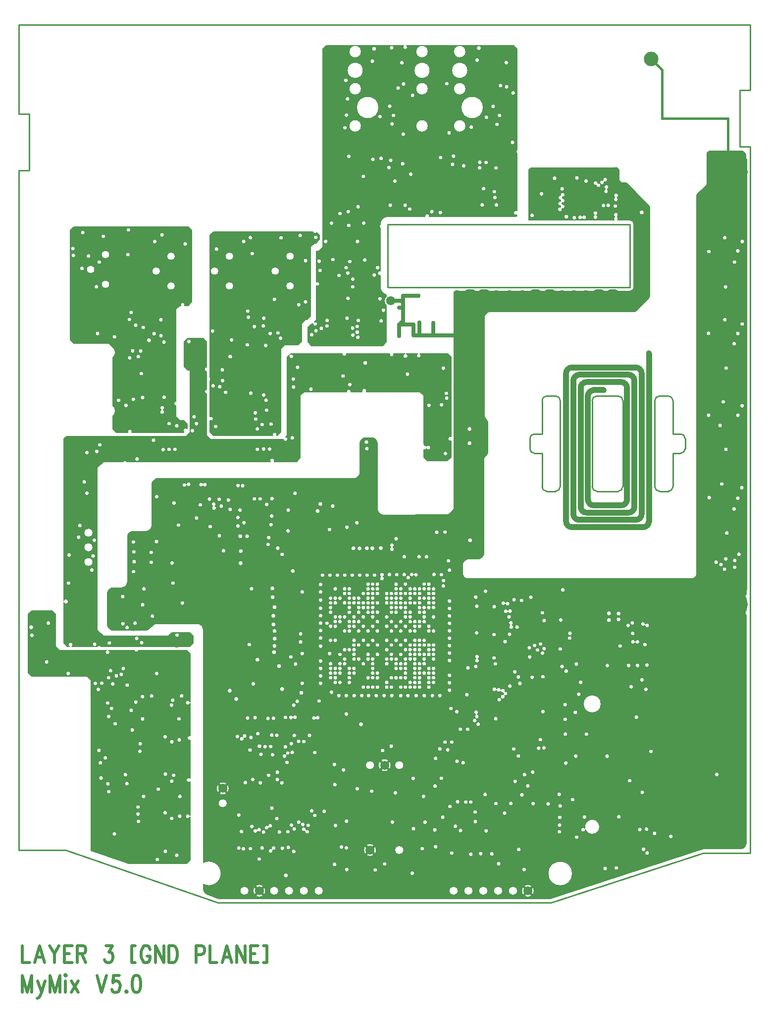
<source format=gbr>
*
*
G04 PADS Layout (Build Number 2006.45.1) generated Gerber (RS-274-X) file*
G04 PC Version=2.1*
*
%IN "MyMix V5.0_01.pcb"*%
*
%MOIN*%
*
%FSLAX35Y35*%
*
*
*
*
G04 PC Standard Apertures*
*
*
G04 Thermal Relief Aperture macro.*
%AMTER*
1,1,$1,0,0*
1,0,$1-$2,0,0*
21,0,$3,$4,0,0,45*
21,0,$3,$4,0,0,135*
%
*
*
G04 Annular Aperture macro.*
%AMANN*
1,1,$1,0,0*
1,0,$2,0,0*
%
*
*
G04 Odd Aperture macro.*
%AMODD*
1,1,$1,0,0*
1,0,$1-0.005,0,0*
%
*
*
G04 PC Custom Aperture Macros*
*
*
*
*
*
*
G04 PC Aperture Table*
*
%ADD010C,0.01*%
%ADD012C,0.015*%
%ADD013C,0.005*%
%ADD030C,0.02*%
%ADD037C,0.04*%
%ADD041C,0.025*%
%ADD051C,0.03*%
%ADD053C,0.019*%
%ADD058C,0.2*%
%ADD069C,0.062*%
%ADD085C,0.098*%
%ADD088C,0.06*%
%ADD152C,0.061*%
%ADD158C,0.002*%
%ADD184C,0.038*%
*
*
*
*
G04 PC Copper Outlines (0)*
G04 Layer Name MyMix V5.0_01.pcb - dark (0)*
%LPD*%
*
*
G04 PC Area=ANP002095*
G75*
G36*
G01*
X315038Y334909D02*
Y367484D01*
X312684Y369838D01*
X280509D01*
G02*
X277477I-1516J322D01*
G01*
X260328D01*
G02*
X258788I-770J-1345D01*
G01*
X227184D01*
X224538Y372484D01*
Y393984D01*
X222184Y396338D01*
X208392D01*
X206038Y393984D01*
Y354692D01*
X208392Y352338D01*
X245892D01*
X248538Y349692D01*
Y235088D01*
X273818Y226338D01*
X312684D01*
X315038Y228692D01*
Y257642D01*
G02*
Y258700I-1457J529D01*
G01*
Y281294D01*
G02*
Y283754I-943J1230D01*
G01*
Y309254D01*
G02*
Y312236I-422J1491D01*
G01*
Y334151D01*
G02*
Y334909I-1503J379D01*
G37*
G74*
*
*
G04 PC Area=ANP002042*
G75*
G36*
G01*
X490787Y513592D02*
Y566983D01*
X488374Y569338D01*
X469963D01*
G02*
X468319I-822J-1314D01*
G01*
X460654D01*
G02*
X459522I-566J-1550D01*
G01*
X452304D01*
G02*
X449412I-1446J-559D01*
G01*
X420500D01*
G02*
X417416I-1542J-161D01*
G01*
X382892D01*
X382437Y568884D01*
G02*
X381992Y568439I851J-1296D01*
G01*
X380538Y566984D01*
Y514484D01*
X379527Y513474D01*
G02*
X377770Y511838I-210J-1536D01*
G01*
X328684D01*
X326038Y514484D01*
Y542304D01*
G02*
Y545312I376J1504D01*
G01*
Y551650D01*
G02*
Y552938I1410J644D01*
G01*
Y557377D01*
G02*
Y560459I169J1541D01*
G01*
Y577484D01*
X323684Y579838D01*
X313392D01*
X311038Y577484D01*
Y560692D01*
X313392Y558338D01*
X315038D01*
Y516484D01*
X312392Y513838D01*
X231892D01*
X230038Y511984D01*
Y403342D01*
G02*
Y401976I1502J-683D01*
G01*
Y374692D01*
X232392Y372338D01*
X233800D01*
G02*
X235492I846J1299D01*
G01*
X250657D01*
G02*
X251073I208J1536D01*
G01*
X252541D01*
G02*
X255283I1371J-724D01*
G01*
X314684D01*
X317038Y374692D01*
Y379484D01*
X314684Y381838D01*
X302892D01*
X300392Y379338D01*
X279463D01*
G02*
X278979I-242J-1531D01*
G01*
X256684D01*
X252538Y383484D01*
Y492692D01*
X256684Y496838D01*
X269867D01*
G02*
X272415I1274J-883D01*
G01*
X369030D01*
G02*
X371742I1356J750D01*
G01*
X386684D01*
X389038Y499192D01*
Y541192D01*
X391684Y543838D01*
X420376D01*
G02*
X423474I1549J56D01*
G01*
X430969D01*
G02*
X433765I1398J670D01*
G01*
X469892D01*
X472538Y541192D01*
Y508750D01*
G02*
X472797Y507806I-1289J-862D01*
X474262Y507185I213J-1536D01*
X474236Y505322I1226J-949D01*
X472538Y504794I-1226J948D01*
G01*
Y499692D01*
X474892Y497338D01*
X488296D01*
X490787Y499696D01*
Y510732D01*
G02*
Y513592I-599J1430D01*
G37*
G74*
*
*
G04 PC Area=ANP002168*
G75*
G36*
G01*
X316038Y604192D02*
Y652484D01*
X313684Y654838D01*
X236892D01*
X234538Y652484D01*
Y578692D01*
X236892Y576338D01*
X260392D01*
X262370Y574359D01*
G02*
X263038Y566584I-2093J-4096D01*
G01*
Y534572D01*
G02*
Y527214I-2761J-3679D01*
G01*
Y518692D01*
X265392Y516338D01*
X273259D01*
G02*
X275971I1356J750D01*
G01*
X310684D01*
X311019Y516673D01*
G02*
X313038Y519024I981J1200D01*
G01*
Y521984D01*
X310684Y524338D01*
X308184D01*
X305538Y526984D01*
Y534245D01*
G02*
Y537331I150J1543D01*
G01*
Y599192D01*
X308184Y601838D01*
X308690D01*
G02*
X311638I1474J479D01*
G01*
X313684D01*
X316038Y604192D01*
G37*
G74*
*
*
G04 PC Area=ANP002782*
G75*
G36*
G01*
X689376Y407512D02*
Y613904D01*
X689273Y684657D01*
G02*
X689252Y698768I-8773J7043D01*
G01*
X689246Y702995D01*
X688845Y703962D01*
X687424Y705383D01*
X686455Y705784D01*
X664532D01*
X663178Y704430D01*
Y683953D01*
X662683Y682782D01*
X656437Y676726D01*
X656021Y675743D01*
Y420570D01*
X655529Y419403D01*
X654534Y418433D01*
X653397Y417970D01*
X501200D01*
X500047Y418447D01*
X499508Y418987D01*
X499149Y419529D01*
X498656Y420754D01*
X498538Y421362D01*
Y427304D01*
X498662Y427926D01*
X499185Y429188D01*
X499537Y429716D01*
X500185Y430364D01*
X500713Y430716D01*
X501975Y431239D01*
X502597Y431363D01*
X509197D01*
X509723Y431468D01*
X510894Y431953D01*
X511340Y432250D01*
X511919Y432829D01*
X512216Y433275D01*
X512701Y434446D01*
X512806Y434972D01*
Y476549D01*
X512828Y476569D01*
Y497946D01*
X512957Y498581D01*
X513501Y499864D01*
X513869Y500398D01*
X514524Y501031D01*
X514834Y501482D01*
X515339Y502672D01*
X515448Y503209D01*
Y522847D01*
X515343Y523373D01*
X514858Y524544D01*
X514561Y524990D01*
X514211Y525339D01*
X513859Y525867D01*
X513336Y527129D01*
X513212Y527751D01*
Y594410D01*
X513689Y595563D01*
X515381Y597255D01*
X516534Y597732D01*
X613836D01*
X614362Y597837D01*
X615533Y598322D01*
X615979Y598619D01*
X623611Y606251D01*
X623908Y606697D01*
X624393Y607868D01*
X624498Y608394D01*
Y658507D01*
X624550D01*
Y667849D01*
X624153Y668813D01*
X609171Y683924D01*
X608198Y684329D01*
X605396D01*
X603750Y685975D01*
Y692896D01*
X602396Y694250D01*
X544504D01*
X543150Y692896D01*
Y659250D01*
X600645D01*
G02*
X600985Y661563I1177J1009D01*
X602659I837J1305D01*
X602999Y659250I-837J-1304D01*
G01*
X611200D01*
G02*
X613950Y656500I0J-2750D01*
G01*
Y614173D01*
G02*
X611200Y611423I-2750J0D01*
G01*
X493098D01*
X492787Y610673D01*
Y465195D01*
X492310Y464043D01*
X489605Y461338D01*
X488454Y460861D01*
X445098Y460838D01*
X444475Y460962D01*
X443213Y461485D01*
X442685Y461837D01*
X442037Y462485D01*
X441685Y463013D01*
X441162Y464275D01*
X441038Y464897D01*
Y509229D01*
X440933Y509755D01*
X440448Y510926D01*
X440151Y511372D01*
X439572Y511951D01*
X439126Y512248D01*
X437955Y512733D01*
X437429Y512838D01*
X433147D01*
X432621Y512733D01*
X431450Y512248D01*
X431004Y511951D01*
X430425Y511372D01*
X430128Y510926D01*
X429643Y509755D01*
X429538Y509229D01*
Y489397D01*
X429414Y488775D01*
X428891Y487513D01*
X428539Y486985D01*
X427891Y486337D01*
X427363Y485985D01*
X426101Y485462D01*
X425479Y485338D01*
X293147D01*
X292621Y485233D01*
X291450Y484748D01*
X291004Y484451D01*
X290425Y483872D01*
X290128Y483426D01*
X289643Y482255D01*
X289538Y481729D01*
Y453897D01*
X289414Y453275D01*
X288891Y452013D01*
X288539Y451485D01*
X287891Y450837D01*
X287363Y450485D01*
X286101Y449962D01*
X285479Y449838D01*
X276647D01*
X276121Y449733D01*
X274950Y449248D01*
X274504Y448951D01*
X273925Y448372D01*
X273628Y447926D01*
X273143Y446755D01*
X273038Y446229D01*
Y415897D01*
X272914Y415275D01*
X272391Y414013D01*
X272039Y413485D01*
X271391Y412837D01*
X270863Y412485D01*
X269601Y411962D01*
X268979Y411838D01*
X263147D01*
X262621Y411733D01*
X261450Y411248D01*
X261004Y410951D01*
X260425Y410372D01*
X260128Y409926D01*
X259643Y408755D01*
X259538Y408229D01*
Y386947D01*
X259643Y386421D01*
X260128Y385250D01*
X260425Y384804D01*
X261004Y384225D01*
X261450Y383928D01*
X262621Y383443D01*
X263147Y383338D01*
X285429D01*
X285955Y383443D01*
X287126Y383928D01*
X287572Y384225D01*
X290185Y386839D01*
X290713Y387191D01*
X291975Y387714D01*
X292597Y387838D01*
X319979D01*
X320601Y387714D01*
X321863Y387191D01*
X322391Y386839D01*
X323039Y386191D01*
X323391Y385663D01*
X323914Y384401D01*
X324038Y383779D01*
Y227027D01*
G02*
Y212324I3744J-7351D01*
G01*
Y209315D01*
X324099Y208909D01*
X324391Y207967D01*
X324569Y207598D01*
X325012Y206949D01*
X325292Y206649D01*
X326064Y206035D01*
X326420Y205831D01*
X333646Y203015D01*
X333767Y202975D01*
X334068Y202889D01*
X334192Y202859D01*
X334493Y202803D01*
X334620Y202785D01*
X334931Y202756D01*
X335058Y202750D01*
X557210D01*
X557318Y202754D01*
X557583Y202775D01*
X557691Y202788D01*
X557950Y202829D01*
X558057Y202851D01*
X558315Y202913D01*
X558419Y202943D01*
X659775Y236079D01*
G02*
X660630Y236215I855J-2614D01*
G01*
X684094D01*
X685768D01*
X686293Y236320D01*
X687464Y236805D01*
X687910Y237102D01*
X688489Y237681D01*
X688786Y238127D01*
X689271Y239298D01*
X689376Y239823D01*
Y393688D01*
G02*
Y407512I-8876J6912D01*
G37*
G74*
*
*
G04 PC Area=ANP002225*
G75*
G36*
G01*
X402038Y646192D02*
Y648984D01*
X400361Y650662D01*
G02*
X397744Y651338I-1118J1073D01*
G01*
X330892D01*
X328538Y648984D01*
Y553396D01*
G02*
Y551192I-1090J-1102D01*
G01*
Y526937D01*
G02*
Y524249I773J-1344D01*
G01*
Y516692D01*
X330892Y514338D01*
X370676D01*
G02*
X373440I1382J702D01*
G01*
X373684D01*
X376038Y516692D01*
Y572692D01*
X378684Y575338D01*
X387684D01*
X390038Y577692D01*
Y589692D01*
X392684Y592338D01*
X393684D01*
X396038Y594692D01*
Y641192D01*
X398684Y643838D01*
X399684D01*
X402038Y646192D01*
G37*
G74*
*
*
G04 PC Area=ANP002285*
G75*
G36*
G01*
X535038Y706603D02*
Y774484D01*
X532684Y776838D01*
X460887D01*
G02*
X458947I-970J-1209D01*
G01*
X406892D01*
X404538Y774484D01*
Y640984D01*
X401892Y638338D01*
X400038D01*
Y617521D01*
G02*
Y614983I890J-1269D01*
G01*
Y591984D01*
X398903Y590849D01*
G02*
X397767Y589713I369J-1505D01*
G01*
X397392Y589338D01*
X396892D01*
X394538Y586984D01*
Y577192D01*
X396892Y574838D01*
X444684D01*
X447038Y577192D01*
Y601872D01*
G02*
Y607846I3162J2987D01*
G01*
Y609077D01*
G02*
X443050Y614173I1262J5096D01*
G01*
Y622002D01*
G02*
Y625062I-250J1530D01*
G01*
Y654027D01*
G02*
Y656477I950J1225D01*
G01*
Y656500D01*
G02*
X448300Y661750I5250J0D01*
G01*
X473228D01*
G02*
X476292I1532J237D01*
G01*
X534596D01*
X535038Y662192D01*
Y662778D01*
G02*
Y665540I-703J1381D01*
G01*
Y704321D01*
G02*
Y706603I1049J1141D01*
G37*
G74*
*
*
G04 PC Void Outlines (0)*
G04 Layer Name MyMix V5.0_01.pcb - clear (0)*
%LPC*%
*
*
G04 PC Area=ANP002095*
G75*
G36*
G01*
X306129Y230334D02*
G03*
X306129I0J1550D01*
G37*
G74*
*
G75*
G36*
G01*
X308199Y256621D02*
G03*
X308199I0J1550D01*
G37*
G74*
*
G75*
G36*
G01*
X308277Y269914D02*
G03*
X308277I0J1550D01*
G37*
G74*
*
G75*
G36*
G01*
X307785Y307953D02*
G03*
X307785I0J1550D01*
G37*
G74*
*
G75*
G36*
G01*
X307655Y322091D02*
G03*
X307655I0J1550D01*
G37*
G74*
*
G75*
G36*
G01*
X309441Y337552D02*
G03*
X309441I0J1550D01*
G37*
G74*
*
G75*
G36*
G01*
X302681Y255098D02*
G03*
X302681I0J1550D01*
G37*
G74*
*
G75*
G36*
G01*
X302802Y280217D02*
G03*
X302802I0J1550D01*
G37*
G74*
*
G75*
G36*
G01*
X304059Y284150D02*
G03*
X304059I0J1550D01*
G37*
G74*
*
G75*
G36*
G01*
X302803Y306633D02*
G03*
X302803I0J1550D01*
G37*
G74*
*
G75*
G36*
G01*
X302621Y331351D02*
G03*
X302621I0J1550D01*
G37*
G74*
*
G75*
G36*
G01*
X303438Y334654D02*
G03*
X303438I0J1550D01*
G37*
G74*
*
G75*
G36*
G01*
X298433Y232959D02*
G03*
X298433I-0J1550D01*
G37*
G74*
*
G75*
G36*
G01*
X298358Y258883D02*
G03*
X298358I-0J1550D01*
G37*
G74*
*
G75*
G36*
G01*
X298521Y284989D02*
G03*
X298521I-0J1550D01*
G37*
G74*
*
G75*
G36*
G01*
X298349Y310007D02*
G03*
X298349I-0J1550D01*
G37*
G74*
*
G75*
G36*
G01*
X293089Y227436D02*
G03*
X293089I0J1550D01*
G37*
G74*
*
G75*
G36*
G01*
X293745Y274782D02*
G03*
X293745I0J1550D01*
G37*
G74*
*
G75*
G36*
G01*
X292636Y352639D02*
G03*
X292636I0J1550D01*
G37*
G74*
*
G75*
G36*
G01*
X289261Y337519D02*
G03*
X289261I-0J1550D01*
G37*
G74*
*
G75*
G36*
G01*
X283871Y269914D02*
G03*
X283871I0J1550D01*
G37*
G74*
*
G75*
G36*
G01*
X280379Y253169D02*
G03*
X280379I0J1550D01*
G37*
G74*
*
G75*
G36*
G01*
X280049Y258070D02*
G03*
X280049I0J1550D01*
G37*
G74*
*
G75*
G36*
G01*
Y262831D02*
G03*
X280049I0J1550D01*
G37*
G74*
*
G75*
G36*
G01*
X281291Y300295D02*
G03*
X281291I0J1550D01*
G37*
G74*
*
G75*
G36*
G01*
X281538Y305361D02*
G03*
X281538I0J1550D01*
G37*
G74*
*
G75*
G36*
G01*
X283161Y322091D02*
G03*
X283161I0J1550D01*
G37*
G74*
*
G75*
G36*
G01*
X283116Y337088D02*
G03*
X283116I0J1550D01*
G37*
G74*
*
G75*
G36*
G01*
X276232Y314633D02*
G03*
X276232I0J1550D01*
G37*
G74*
*
G75*
G36*
G01*
X278600Y333412D02*
G03*
X278600I0J1550D01*
G37*
G74*
*
G75*
G36*
G01*
X272611Y278526D02*
G03*
X272611I0J1550D01*
G37*
G74*
*
G75*
G36*
G01*
X275496Y327823D02*
G03*
X275496I0J1550D01*
G37*
G74*
*
G75*
G36*
G01*
X271563Y284564D02*
G03*
X271563I0J1550D01*
G37*
G74*
*
G75*
G36*
G01*
X272805Y344796D02*
G03*
X272805I0J1550D01*
G37*
G74*
*
G75*
G36*
G01*
X268815Y352071D02*
G03*
X268815I0J1550D01*
G37*
G74*
*
G75*
G36*
G01*
X270108Y355979D02*
G03*
X270108I0J1550D01*
G37*
G74*
*
G75*
G36*
G01*
X264158Y244712D02*
G03*
X264158I-0J1550D01*
G37*
G74*
*
G75*
G36*
G01*
X264694Y318829D02*
G03*
X264694I0J1550D01*
G37*
G74*
*
G75*
G36*
G01*
X260386Y273180D02*
G03*
X260386I0J1550D01*
G37*
G74*
*
G75*
G36*
G01*
X259810Y278405D02*
G03*
X259810I0J1550D01*
G37*
G74*
*
G75*
G36*
G01*
X255211Y282287D02*
G03*
X255211I0J1550D01*
G37*
G74*
*
G75*
G36*
G01*
X258080Y295857D02*
G03*
X258080I0J1550D01*
G37*
G74*
*
G75*
G36*
G01*
X260386Y323684D02*
G03*
X260386I0J1550D01*
G37*
G74*
*
G75*
G36*
G01*
X262281Y329109D02*
G03*
X262281I0J1550D01*
G37*
G74*
*
G75*
G36*
G01*
X263077Y345623D02*
G03*
X263077I0J1550D01*
G37*
G74*
*
G75*
G36*
G01*
X265502Y351118D02*
G03*
X265502I0J1550D01*
G37*
G74*
*
G75*
G36*
G01*
X259558Y332791D02*
G03*
X259558I0J1550D01*
G37*
G74*
*
G75*
G36*
G01*
X260262Y349764D02*
G03*
X260262I0J1550D01*
G37*
G74*
*
G75*
G36*
G01*
X261628Y354524D02*
G03*
X261628I0J1550D01*
G37*
G74*
*
G75*
G36*
G01*
X254788Y292538D02*
G03*
X254788I0J1550D01*
G37*
G74*
*
G75*
G36*
G01*
X253800Y300850D02*
G03*
X253800I0J1550D01*
G37*
G74*
*
G75*
G36*
G01*
X253348Y341898D02*
G03*
X253348I0J1550D01*
G37*
G74*
*
G75*
G36*
G01*
X255675Y346096D02*
G03*
X255675I0J1550D01*
G37*
G74*
*
G75*
G36*
G01*
X251350Y345984D02*
G03*
X251350I0J1550D01*
G37*
G74*
*
G75*
G36*
G01*
X233087Y352680D02*
G03*
X233087I0J1550D01*
G37*
G74*
*
G75*
G36*
G01*
X218542Y360393D02*
G03*
X218542I0J1550D01*
G37*
G74*
*
G75*
G36*
G01*
X219745Y386575D02*
G03*
X219745I0J1550D01*
G37*
G74*
*
G75*
G36*
G01*
X208640Y378327D02*
G03*
X208640I0J1550D01*
G37*
G74*
*
G75*
G36*
G01*
X208180Y383661D02*
G03*
X208180I0J1650D01*
G37*
G74*
*
*
G04 PC Area=ANP002042*
G75*
G36*
G01*
X487010Y500635D02*
G03*
X487010I0J1550D01*
G37*
G74*
*
G75*
G36*
G01*
X487888Y537938D02*
G03*
X487888I0J1550D01*
G37*
G74*
*
G75*
G36*
G01*
X487592Y541097D02*
G03*
X487592I0J1550D01*
G37*
G74*
*
G75*
G36*
G01*
X484384Y533412D02*
G03*
X484384I0J1550D01*
G37*
G74*
*
G75*
G36*
G01*
X485588Y558038D02*
G03*
X485588I0J1550D01*
G37*
G74*
*
G75*
G36*
G01*
X475914Y533096D02*
G03*
X475914I0J1550D01*
G37*
G74*
*
G75*
G36*
G01*
X461482Y554083D02*
G03*
X461482I0J1550D01*
G37*
G74*
*
G75*
G36*
G01*
X433020Y561464D02*
G03*
X433020I0J1650D01*
G37*
G74*
*
G75*
G36*
G01*
X422660Y547018D02*
G03*
X422660I0J1550D01*
G37*
G74*
*
G75*
G36*
G01*
X418140Y552809D02*
G03*
X418140I0J1550D01*
G37*
G74*
*
G75*
G36*
G01*
X396441Y543953D02*
G03*
X396441I0J1550D01*
G37*
G74*
*
G75*
G36*
G01*
X383955Y511210D02*
G03*
X383955I0J1550D01*
G37*
G74*
*
G75*
G36*
G01*
X384792Y545371D02*
G03*
X384792I0J1550D01*
G37*
G74*
*
G75*
G36*
G01*
X384576Y550744D02*
G03*
X384576I0J1550D01*
G37*
G74*
*
G75*
G36*
G01*
X387474Y558609D02*
G03*
X387474I0J1550D01*
G37*
G74*
*
G75*
G36*
G01*
X368700Y503624D02*
G03*
X368700I0J1550D01*
G37*
G74*
*
G75*
G36*
G01*
X364600Y503690D02*
G03*
X364600I0J1550D01*
G37*
G74*
*
G75*
G36*
G01*
X360403Y503510D02*
G03*
X360403I0J1550D01*
G37*
G74*
*
G75*
G36*
G01*
X306336Y378534D02*
G03*
X306336I0J1550D01*
G37*
G74*
*
G75*
G36*
G01*
X282533Y373359D02*
G03*
X282533I0J1550D01*
G37*
G74*
*
G75*
G36*
G01*
X316701Y516007D02*
G03*
X316701I0J1550D01*
G37*
G74*
*
G75*
G36*
G01*
X319376Y520731D02*
G03*
X319376I0J1550D01*
G37*
G74*
*
G75*
G36*
G01*
X317791Y525368D02*
G03*
X317791I0J1550D01*
G37*
G74*
*
G75*
G36*
G01*
X304900Y503491D02*
G03*
X304900I0J1550D01*
G37*
G74*
*
G75*
G36*
G01*
X301000Y503425D02*
G03*
X301000I0J1550D01*
G37*
G74*
*
G75*
G36*
G01*
X297000Y503277D02*
G03*
X297000I0J1550D01*
G37*
G74*
*
G75*
G36*
G01*
X290531Y509591D02*
G03*
X290531I-0J1550D01*
G37*
G74*
*
G75*
G36*
G01*
X279428Y496928D02*
G03*
X279428I0J1550D01*
G37*
G74*
*
G75*
G36*
G01*
X249002Y422207D02*
G03*
X249002I0J1550D01*
G37*
G74*
*
G75*
G36*
G01*
X246685Y426190D02*
G03*
X246685I0J3050D01*
G37*
G74*
*
G75*
G36*
G01*
X249830Y431729D02*
G03*
X249830I0J1550D01*
G37*
G74*
*
G75*
G36*
G01*
X246685Y436033D02*
G03*
X246685I0J3050D01*
G37*
G74*
*
G75*
G36*
G01*
X250658Y442285D02*
G03*
X250658I0J1550D01*
G37*
G74*
*
G75*
G36*
G01*
X252288Y502038D02*
G03*
X252288I0J1550D01*
G37*
G74*
*
G75*
G36*
G01*
X254383Y506450D02*
G03*
X254383I0J1550D01*
G37*
G74*
*
G75*
G36*
G01*
X246685Y445875D02*
G03*
X246685I0J3051D01*
G37*
G74*
*
G75*
G36*
G01*
X245690Y473953D02*
G03*
X245690I0J1550D01*
G37*
G74*
*
G75*
G36*
G01*
X240101Y444355D02*
G03*
X240101I0J1550D01*
G37*
G74*
*
G75*
G36*
G01*
X240929Y452220D02*
G03*
X240929I0J1550D01*
G37*
G74*
*
G75*
G36*
G01*
X243878Y481509D02*
G03*
X243878I0J1550D01*
G37*
G74*
*
G75*
G36*
G01*
X245690Y501275D02*
G03*
X245690I0J1550D01*
G37*
G74*
*
G75*
G36*
G01*
X233271Y413514D02*
G03*
X233271I0J1550D01*
G37*
G74*
*
G75*
G36*
G01*
X233685Y432350D02*
G03*
X233685I0J1550D01*
G37*
G74*
*
G75*
G36*
G01*
X260800Y373152D02*
G03*
X260800I0J1550D01*
G37*
G74*
*
G75*
G36*
G01*
X314312Y576013D02*
G03*
X314312I0J1550D01*
G37*
G74*
*
*
G04 PC Area=ANP002168*
G75*
G36*
G01*
X306189Y519309D02*
G03*
X306189I0J1550D01*
G37*
G74*
*
G75*
G36*
G01*
X311809Y641659D02*
G03*
X311809I0J1550D01*
G37*
G74*
*
G75*
G36*
G01*
X301000Y520747D02*
G03*
X301000I0J1550D01*
G37*
G74*
*
G75*
G36*
G01*
X302300Y612159D02*
G03*
X302300I0J2800D01*
G37*
G74*
*
G75*
G36*
G01*
Y632159D02*
G03*
X302300I0J2800D01*
G37*
G74*
*
G75*
G36*
G01*
X295669Y531515D02*
G02*
X297021Y531473I719J1373D01*
X295669Y531515I-719J-1373D01*
G37*
G74*
*
G75*
G36*
G01*
X297643Y538532D02*
G03*
X297643I0J1550D01*
G37*
G74*
*
G75*
G36*
G01*
X297581Y575627D02*
G03*
X297581I0J1550D01*
G37*
G74*
*
G75*
G36*
G01*
X295548Y579898D02*
G03*
X295548I0J1550D01*
G37*
G74*
*
G75*
G36*
G01*
X295440Y590668D02*
G03*
X295440I0J1550D01*
G37*
G74*
*
G75*
G36*
G01*
X290900Y581246D02*
G03*
X290900I0J1550D01*
G37*
G74*
*
G75*
G36*
G01*
X292300Y622159D02*
G03*
X292300I0J2800D01*
G37*
G74*
*
G75*
G36*
G01*
X296205Y647763D02*
G03*
X296205I0J1550D01*
G37*
G74*
*
G75*
G36*
G01*
X291323Y643275D02*
G03*
X291323I0J1550D01*
G37*
G74*
*
G75*
G36*
G01*
X287460Y576722D02*
G03*
X287460I0J1650D01*
G37*
G74*
*
G75*
G36*
G01*
X283154Y538325D02*
G03*
X283154I0J1550D01*
G37*
G74*
*
G75*
G36*
G01*
X282326Y554470D02*
G03*
X282326I0J1550D01*
G37*
G74*
*
G75*
G36*
G01*
X280256Y565854D02*
G03*
X280256I0J1550D01*
G37*
G74*
*
G75*
G36*
G01*
X281900Y569648D02*
G03*
X281900I0J1550D01*
G37*
G74*
*
G75*
G36*
G01*
X283592Y585509D02*
G03*
X283592I0J1550D01*
G37*
G74*
*
G75*
G36*
G01*
X276945Y537083D02*
G03*
X276945I0J1550D01*
G37*
G74*
*
G75*
G36*
G01*
X271952Y533021D02*
G03*
X271952I-0J1550D01*
G37*
G74*
*
G75*
G36*
G01*
X274461Y565026D02*
G03*
X274461I0J1550D01*
G37*
G74*
*
G75*
G36*
G01*
X276500Y569768D02*
G03*
X276500I0J1550D01*
G37*
G74*
*
G75*
G36*
G01*
X278500Y586985D02*
G03*
X278500I0J1550D01*
G37*
G74*
*
G75*
G36*
G01*
X274289Y590756D02*
G03*
X274289I0J1550D01*
G37*
G74*
*
G75*
G36*
G01*
X275477Y595550D02*
G03*
X275477I0J1550D01*
G37*
G74*
*
G75*
G36*
G01*
X273300Y634510D02*
G03*
X273300I0J1550D01*
G37*
G74*
*
G75*
G36*
G01*
X273633Y651131D02*
G03*
X273633I0J1550D01*
G37*
G74*
*
G75*
G36*
G01*
X267009Y536462D02*
G03*
X267009I0J1550D01*
G37*
G74*
*
G75*
G36*
G01*
X264222Y579150D02*
G03*
X264222I0J1550D01*
G37*
G74*
*
G75*
G36*
G01*
X258200Y613259D02*
G03*
X258200I0J2800D01*
G37*
G74*
*
G75*
G36*
G01*
X252860Y581451D02*
G03*
X252860I0J1550D01*
G37*
G74*
*
G75*
G36*
G01*
X252107Y612839D02*
G03*
X252107I0J1550D01*
G37*
G74*
*
G75*
G36*
G01*
X254000Y629450D02*
G03*
X254000I0J1550D01*
G37*
G74*
*
G75*
G36*
G01*
X258200Y633259D02*
G03*
X258200I0J2800D01*
G37*
G74*
*
G75*
G36*
G01*
X256724Y646844D02*
G03*
X256724I0J1550D01*
G37*
G74*
*
G75*
G36*
G01*
X248200Y623259D02*
G03*
X248200I0J2800D01*
G37*
G74*
*
G75*
G36*
G01*
X246725Y633537D02*
G03*
X246725I0J1550D01*
G37*
G74*
*
G75*
G36*
G01*
X242378Y625258D02*
G03*
X242378I0J1550D01*
G37*
G74*
*
G75*
G36*
G01*
X242864Y649363D02*
G03*
X242864I0J1550D01*
G37*
G74*
*
G75*
G36*
G01*
X236583Y633951D02*
G03*
X236583I0J1550D01*
G37*
G74*
*
G75*
G36*
G01*
X236200Y638517D02*
G03*
X236200I0J1550D01*
G37*
G74*
*
*
G04 PC Area=ANP002782*
G75*
G36*
G01*
X669651Y284677D02*
G03*
X669651I0J1550D01*
G37*
G74*
*
G75*
G36*
G01*
X681793Y424141D02*
G03*
X681793I0J1550D01*
G37*
G74*
*
G75*
G36*
G01*
Y428718D02*
G03*
X681793I0J1550D01*
G37*
G74*
*
G75*
G36*
G01*
X684598Y432852D02*
G03*
X684598I-0J1550D01*
G37*
G74*
*
G75*
G36*
G01*
X681299Y463350D02*
G03*
X681299I0J1550D01*
G37*
G74*
*
G75*
G36*
G01*
X683863Y470567D02*
G03*
X683863I0J1550D01*
G37*
G74*
*
G75*
G36*
G01*
X686561Y477639D02*
G03*
X686561I0J1550D01*
G37*
G74*
*
G75*
G36*
G01*
X683863Y526395D02*
G03*
X683863I0J1550D01*
G37*
G74*
*
G75*
G36*
G01*
X686752Y532740D02*
G03*
X686752I0J1550D01*
G37*
G74*
*
G75*
G36*
G01*
X681406Y574563D02*
G03*
X681406I0J1550D01*
G37*
G74*
*
G75*
G36*
G01*
X683863Y581433D02*
G03*
X683863I0J1550D01*
G37*
G74*
*
G75*
G36*
G01*
X686818Y587789D02*
G03*
X686818I0J1550D01*
G37*
G74*
*
G75*
G36*
G01*
X681621Y629472D02*
G03*
X681621I0J1550D01*
G37*
G74*
*
G75*
G36*
G01*
X683863Y636965D02*
G03*
X683863I0J1550D01*
G37*
G74*
*
G75*
G36*
G01*
X686842Y643303D02*
G03*
X686842I0J1550D01*
G37*
G74*
*
G75*
G36*
G01*
X674854Y422812D02*
G03*
X674854I0J1550D01*
G37*
G74*
*
G75*
G36*
G01*
X675739Y429751D02*
G03*
X675739I0J1550D01*
G37*
G74*
*
G75*
G36*
G01*
X676473Y447157D02*
G03*
X676473I0J1550D01*
G37*
G74*
*
G75*
G36*
G01*
X672491Y425913D02*
G03*
X672491I0J1550D01*
G37*
G74*
*
G75*
G36*
G01*
X673041Y480081D02*
G03*
X673041I0J1550D01*
G37*
G74*
*
G75*
G36*
G01*
X675829Y503460D02*
G03*
X675829I0J1550D01*
G37*
G74*
*
G75*
G36*
G01*
X669243Y427537D02*
G03*
X669243I0J1550D01*
G37*
G74*
*
G75*
G36*
G01*
X671861Y519546D02*
G03*
X671861I0J1550D01*
G37*
G74*
*
G75*
G36*
G01*
X674006Y535419D02*
G03*
X674006I0J1550D01*
G37*
G74*
*
G75*
G36*
G01*
X675937Y558154D02*
G03*
X675937I0J1550D01*
G37*
G74*
*
G75*
G36*
G01*
X675079Y590649D02*
G03*
X675079I0J1550D01*
G37*
G74*
*
G75*
G36*
G01*
X675615Y612742D02*
G03*
X675615I0J1550D01*
G37*
G74*
*
G75*
G36*
G01*
X675079Y645880D02*
G03*
X675079I0J1550D01*
G37*
G74*
*
G75*
G36*
G01*
X664598Y470967D02*
G03*
X664598I0J1550D01*
G37*
G74*
*
G75*
G36*
G01*
X664188Y526438D02*
G03*
X664188I-0J1550D01*
G37*
G74*
*
G75*
G36*
G01*
X664135Y581509D02*
G03*
X664135I0J1550D01*
G37*
G74*
*
G75*
G36*
G01*
X664346Y636509D02*
G03*
X664346I-0J1550D01*
G37*
G74*
*
G75*
G36*
G01*
X638748Y243018D02*
G03*
X638748I0J1550D01*
G37*
G74*
*
G75*
G36*
G01*
X627830Y245095D02*
G03*
X627830I0J1550D01*
G37*
G74*
*
G75*
G36*
G01*
X622798Y231876D02*
G03*
X622798I0J1550D01*
G37*
G74*
*
G75*
G36*
G01*
X620377Y234363D02*
G03*
X620377I0J1550D01*
G37*
G74*
*
G75*
G36*
G01*
X622417Y247917D02*
G03*
X622417I0J1550D01*
G37*
G74*
*
G75*
G36*
G01*
X625363Y300151D02*
G03*
X625363I0J1550D01*
G37*
G74*
*
G75*
G36*
G01*
X617872Y247592D02*
G03*
X617872I0J1550D01*
G37*
G74*
*
G75*
G36*
G01*
X619567Y272692D02*
G03*
X619567I0J1550D01*
G37*
G74*
*
G75*
G36*
G01*
X621984Y341949D02*
G03*
X621984I0J1550D01*
G37*
G74*
*
G75*
G36*
G01*
X622696Y358312D02*
G03*
X622696I0J1550D01*
G37*
G74*
*
G75*
G36*
G01*
X619316Y348352D02*
G03*
X619316I0J1550D01*
G37*
G74*
*
G75*
G36*
G01*
X621309Y372063D02*
G03*
X621309I0J1550D01*
G37*
G74*
*
G75*
G36*
G01*
X621567Y387448D02*
G02*
X621267Y386581I1249J-918D01*
X621567Y387448I-1249J918D01*
G37*
G74*
*
G75*
G36*
G01*
X615581Y323273D02*
G03*
X615581I0J1550D01*
G37*
G74*
*
G75*
G36*
G01*
X616288Y358038D02*
G03*
X616288I0J1550D01*
G37*
G74*
*
G75*
G36*
G01*
X611049Y280417D02*
G03*
X611049I0J1550D01*
G37*
G74*
*
G75*
G36*
G01*
X612024Y343727D02*
G03*
X612024I0J1550D01*
G37*
G74*
*
G75*
G36*
G01*
X610288Y358038D02*
G03*
X610288I0J1550D01*
G37*
G74*
*
G75*
G36*
G01*
X614743Y375806D02*
G02*
Y375080I1507J-363D01*
Y375806I-1507J363D01*
G37*
G74*
*
G75*
G36*
G01*
X613065Y379609D02*
G03*
X613065I0J1550D01*
G37*
G74*
*
G75*
G36*
G01*
X610007Y384980D02*
G03*
X610007I0J1550D01*
G37*
G74*
*
G75*
G36*
G01*
X612806Y386702D02*
G03*
X612806I0J1550D01*
G37*
G74*
*
G75*
G36*
G01*
X602104Y221820D02*
G03*
X602104I0J1550D01*
G37*
G74*
*
G75*
G36*
G01*
X603762Y256224D02*
G03*
X603762I0J1550D01*
G37*
G74*
*
G75*
G36*
G01*
X604625Y371094D02*
G03*
X604625I0J1550D01*
G37*
G74*
*
G75*
G36*
G01*
X603583Y388925D02*
G03*
X603583I0J1650D01*
G37*
G74*
*
G75*
G36*
G01*
Y392855D02*
G03*
X603583I0J1650D01*
G37*
G74*
*
G75*
G36*
G01*
X594532Y221438D02*
G03*
X594532I0J1550D01*
G37*
G74*
*
G75*
G36*
G01*
X595838Y296950D02*
G03*
X595838I0J1550D01*
G37*
G74*
*
G75*
G36*
G01*
X596016Y357956D02*
G03*
X596016I0J1550D01*
G37*
G74*
*
G75*
G36*
G01*
X597075Y388434D02*
G03*
X597075I0J1650D01*
G37*
G74*
*
G75*
G36*
G01*
Y392977D02*
G03*
X597075I0J1650D01*
G37*
G74*
*
G75*
G36*
G01*
X580954Y249926D02*
G02*
X581244Y249047I4873J1120D01*
X580954Y249926I-1550J-24D01*
G37*
G74*
*
G75*
G36*
G01*
X580590Y256078D02*
G03*
X580590I0J1550D01*
G37*
G74*
*
G75*
G36*
G01*
X581907Y311801D02*
G03*
X581907I0J1550D01*
G37*
G74*
*
G75*
G36*
G01*
X585827Y327723D02*
G03*
X585827I0J6000D01*
G37*
G74*
*
G75*
G36*
G01*
X575343Y242524D02*
G03*
X575343I0J1550D01*
G37*
G74*
*
G75*
G36*
G01*
X564272Y211384D02*
G03*
X564272I-0J8250D01*
G37*
G74*
*
G75*
G36*
G01*
X572652Y267784D02*
G03*
X572652I0J1550D01*
G37*
G74*
*
G75*
G36*
G01*
X574803Y297087D02*
G03*
X574803I0J1550D01*
G37*
G74*
*
G75*
G36*
G01*
X574480Y326450D02*
G03*
X574480I-0J1550D01*
G37*
G74*
*
G75*
G36*
G01*
X576761Y338651D02*
G03*
X576761I0J1550D01*
G37*
G74*
*
G75*
G36*
G01*
X578051Y346686D02*
G03*
X578051I0J1550D01*
G37*
G74*
*
G75*
G36*
G01*
X575075Y358985D02*
G03*
X575075I0J1550D01*
G37*
G74*
*
G75*
G36*
G01*
X568051Y292339D02*
G03*
X568051I0J1550D01*
G37*
G74*
*
G75*
G36*
G01*
X567736Y311844D02*
G03*
X567736I0J1550D01*
G37*
G74*
*
G75*
G36*
G01*
X567608Y321827D02*
G03*
X567608I0J1550D01*
G37*
G74*
*
G75*
G36*
G01*
X567543Y331745D02*
G03*
X567543I0J1550D01*
G37*
G74*
*
G75*
G36*
G01*
X568303Y354221D02*
G03*
X568303I0J1550D01*
G37*
G74*
*
G75*
G36*
G01*
X570611Y376443D02*
G03*
X570611I0J1550D01*
G37*
G74*
*
G75*
G36*
G01*
X570810Y379618D02*
G03*
X570810I0J1550D01*
G37*
G74*
*
G75*
G36*
G01*
X563766Y246109D02*
G03*
X563766I0J1550D01*
G37*
G74*
*
G75*
G36*
G01*
X563882Y250609D02*
G03*
X563882I0J1550D01*
G37*
G74*
*
G75*
G36*
G01*
X563998Y255808D02*
G03*
X563998I0J1550D01*
G37*
G74*
*
G75*
G36*
G01*
X564230Y263509D02*
G03*
X564230I0J1550D01*
G37*
G74*
*
G75*
G36*
G01*
X563603Y271309D02*
G03*
X563603I0J1550D01*
G37*
G74*
*
G75*
G36*
G01*
X565552Y357299D02*
G03*
X565552I0J1550D01*
G37*
G74*
*
G75*
G36*
G01*
X564329Y369097D02*
G03*
X564329I0J1550D01*
G37*
G74*
*
G75*
G36*
G01*
X564615Y388635D02*
G03*
X564615I0J1550D01*
G37*
G74*
*
G75*
G36*
G01*
X566053Y408890D02*
G03*
X566053I0J1550D01*
G37*
G74*
*
G75*
G36*
G01*
X556200Y264910D02*
G03*
X556200I0J1550D01*
G37*
G74*
*
G75*
G36*
G01*
X553311Y302608D02*
G03*
X553311I0J1550D01*
G37*
G74*
*
G75*
G36*
G01*
X549742Y302333D02*
G03*
X549742I0J1550D01*
G37*
G74*
*
G75*
G36*
G01*
X550913Y308109D02*
G03*
X550913I0J1550D01*
G37*
G74*
*
G75*
G36*
G01*
X552657Y327045D02*
G03*
X552657I0J1550D01*
G37*
G74*
*
G75*
G36*
G01*
Y350455D02*
G03*
X552657I0J1550D01*
G37*
G74*
*
G75*
G36*
G01*
X552360Y366326D02*
G03*
X552360I0J1550D01*
G37*
G74*
*
G75*
G36*
G01*
X553476Y369409D02*
G03*
X553476I0J1550D01*
G37*
G74*
*
G75*
G36*
G01*
X542500Y203750D02*
G03*
X542500I0J4250D01*
G37*
G74*
*
G75*
G36*
G01*
X546100Y265082D02*
G03*
X546100I0J1550D01*
G37*
G74*
*
G75*
G36*
G01*
X548987Y368409D02*
G03*
X548987I0J1550D01*
G37*
G74*
*
G75*
G36*
G01*
X551070Y372476D02*
G03*
X551070I0J1550D01*
G37*
G74*
*
G75*
G36*
G01*
X553476Y388209D02*
G03*
X553476I0J1550D01*
G37*
G74*
*
G75*
G36*
G01*
X552261Y393504D02*
G03*
X552261I0J1550D01*
G37*
G74*
*
G75*
G36*
G01*
X545760Y286270D02*
G03*
X545760I0J1550D01*
G37*
G74*
*
G75*
G36*
G01*
X539965Y220719D02*
G03*
X539965I0J1550D01*
G37*
G74*
*
G75*
G36*
G01*
X542471Y277018D02*
G03*
X542471I0J1550D01*
G37*
G74*
*
G75*
G36*
G01*
X545416Y350058D02*
G03*
X545416I0J1550D01*
G37*
G74*
*
G75*
G36*
G01*
X547003Y371518D02*
G03*
X547003I0J1550D01*
G37*
G74*
*
G75*
G36*
G01*
X543730Y363747D02*
G03*
X543730I0J1550D01*
G37*
G74*
*
G75*
G36*
G01*
X543532Y369897D02*
G03*
X543532I0J1550D01*
G37*
G74*
*
G75*
G36*
G01*
X544524Y403920D02*
G03*
X544524I0J1550D01*
G37*
G74*
*
G75*
G36*
G01*
X532500Y205000D02*
G03*
X532500I0J3000D01*
G37*
G74*
*
G75*
G36*
G01*
X536424Y234236D02*
G03*
X536424I0J1550D01*
G37*
G74*
*
G75*
G36*
G01*
X538531Y270964D02*
G03*
X538531I0J1550D01*
G37*
G74*
*
G75*
G36*
G01*
X540260Y284622D02*
G03*
X540260I0J1550D01*
G37*
G74*
*
G75*
G36*
G01*
X531100Y265196D02*
G03*
X531100I0J1550D01*
G37*
G74*
*
G75*
G36*
G01*
X533942Y280053D02*
G03*
X533942I0J1550D01*
G37*
G74*
*
G75*
G36*
G01*
X536149Y297116D02*
G03*
X536149I0J1550D01*
G37*
G74*
*
G75*
G36*
G01*
X537183Y345991D02*
G03*
X537183I0J1550D01*
G37*
G74*
*
G75*
G36*
G01*
X532992Y301867D02*
G03*
X532992I0J1550D01*
G37*
G74*
*
G75*
G36*
G01*
X536092Y350356D02*
G03*
X536092I0J1550D01*
G37*
G74*
*
G75*
G36*
G01*
X533712Y353728D02*
G03*
X533712I0J1550D01*
G37*
G74*
*
G75*
G36*
G01*
X535235Y383902D02*
G03*
X535235I0J1550D01*
G37*
G74*
*
G75*
G36*
G01*
X538274Y401837D02*
G03*
X538274I0J1550D01*
G37*
G74*
*
G75*
G36*
G01*
X522500Y205000D02*
G03*
X522500I0J3000D01*
G37*
G74*
*
G75*
G36*
G01*
X526812Y258701D02*
G03*
X526812I0J1550D01*
G37*
G74*
*
G75*
G36*
G01*
X522800Y224613D02*
G03*
X522800I0J1550D01*
G37*
G74*
*
G75*
G36*
G01*
X518240Y231238D02*
G03*
X518240I0J1550D01*
G37*
G74*
*
G75*
G36*
G01*
X521000Y265082D02*
G03*
X521000I0J1550D01*
G37*
G74*
*
G75*
G36*
G01*
X520879Y322209D02*
G03*
X520879I0J1550D01*
G37*
G74*
*
G75*
G36*
G01*
X527048Y342191D02*
G02*
X526951Y339233I414J-1494D01*
X524581Y337328I-1373J-718D01*
X524194Y337817I-1384J-698D01*
X526089Y339979I1384J698D01*
X525992Y341187I1373J718D01*
X524076Y342297I-414J1494D01*
X521288Y342836I-1276J880D01*
X521436Y343914I-1364J737D01*
X524302Y343561I1364J-737D01*
X527048Y342191I1276J-880D01*
G37*
G74*
*
G75*
G36*
G01*
X530438Y344206D02*
G03*
X530438I0J1550D01*
G37*
G74*
*
G75*
G36*
G01*
X527165Y374063D02*
G03*
X527165I0J1550D01*
G37*
G74*
*
G75*
G36*
G01*
X530141Y379022D02*
G03*
X530141I0J1550D01*
G37*
G74*
*
G75*
G36*
G01*
X531911Y386870D02*
G02*
X530552Y386773I-580J-1437D01*
X531911Y386870I580J1437D01*
G37*
G74*
*
G75*
G36*
G01*
X529843Y390727D02*
G03*
X529843I0J1550D01*
G37*
G74*
*
G75*
G36*
G01*
X529079Y396672D02*
G02*
X529119Y395520I1458J-526D01*
X529079Y396672I-1458J526D01*
G37*
G74*
*
G75*
G36*
G01*
X533216Y402234D02*
G03*
X533216I0J1550D01*
G37*
G74*
*
G75*
G36*
G01*
X527470Y401908D02*
G02*
X527355Y400799I1381J-703D01*
X527470Y401908I-1381J703D01*
G37*
G74*
*
G75*
G36*
G01*
X520618Y359184D02*
G03*
X520618I0J1550D01*
G37*
G74*
*
G75*
G36*
G01*
X519718Y363109D02*
G03*
X519718I0J1550D01*
G37*
G74*
*
G75*
G36*
G01*
X519775Y378809D02*
G03*
X519775I0J1550D01*
G37*
G74*
*
G75*
G36*
G01*
X519889Y397609D02*
G03*
X519889I0J1550D01*
G37*
G74*
*
G75*
G36*
G01*
X512500Y205000D02*
G03*
X512500I0J3000D01*
G37*
G74*
*
G75*
G36*
G01*
X514429Y246724D02*
G03*
X514429I0J1550D01*
G37*
G74*
*
G75*
G36*
G01*
X510760Y231395D02*
G03*
X510760I0J1550D01*
G37*
G74*
*
G75*
G36*
G01*
X513744Y271238D02*
G03*
X513744I0J1550D01*
G37*
G74*
*
G75*
G36*
G01*
X514000Y407988D02*
G03*
X514000I0J1550D01*
G37*
G74*
*
G75*
G36*
G01*
X502500Y205000D02*
G03*
X502500I0J3000D01*
G37*
G74*
*
G75*
G36*
G01*
X504100Y231013D02*
G03*
X504100I0J1550D01*
G37*
G74*
*
G75*
G36*
G01*
X507118Y253009D02*
G03*
X507118I0J1550D01*
G37*
G74*
*
G75*
G36*
G01*
X507004Y259409D02*
G03*
X507004I0J1550D01*
G37*
G74*
*
G75*
G36*
G01*
X509112Y318515D02*
G03*
X509112I0J1550D01*
G37*
G74*
*
G75*
G36*
G01*
X504113Y266122D02*
G03*
X504113I0J1550D01*
G37*
G74*
*
G75*
G36*
G01*
X508500Y326758D02*
G02*
X507700Y323767I-325J-1516D01*
X507168Y324063I-1007J-1179D01*
X507398Y326583I1007J1179D01*
X508500Y326758I325J1516D01*
G37*
G74*
*
G75*
G36*
G01*
X507437Y357354D02*
G03*
X507437I0J1550D01*
G37*
G74*
*
G75*
G36*
G01*
X507424Y364246D02*
G02*
X509057Y364180I869J1283D01*
X507424Y364246I-869J-1283D01*
G37*
G74*
*
G75*
G36*
G01*
X508008Y379979D02*
G03*
X508008I0J1550D01*
G37*
G74*
*
G75*
G36*
G01*
X508179Y397884D02*
G03*
X508179I0J1550D01*
G37*
G74*
*
G75*
G36*
G01*
X507437Y404038D02*
G03*
X507437I0J1550D01*
G37*
G74*
*
G75*
G36*
G01*
X500728Y266088D02*
G03*
X500728I0J1550D01*
G37*
G74*
*
G75*
G36*
G01*
X497158Y247004D02*
G03*
X497158I0J1550D01*
G37*
G74*
*
G75*
G36*
G01*
X498943Y292586D02*
G03*
X498943I0J1550D01*
G37*
G74*
*
G75*
G36*
G01*
X502000Y315113D02*
G03*
X502000I0J1550D01*
G37*
G74*
*
G75*
G36*
G01*
X501471Y338379D02*
G03*
X501471I-0J1550D01*
G37*
G74*
*
G75*
G36*
G01*
X502169Y356403D02*
G03*
X502169I0J1550D01*
G37*
G74*
*
G75*
G36*
G01*
X492500Y205000D02*
G03*
X492500I0J3000D01*
G37*
G74*
*
G75*
G36*
G01*
X491254Y231764D02*
G03*
X491254I0J1550D01*
G37*
G74*
*
G75*
G36*
G01*
X493726Y249887D02*
G03*
X493726I0J1550D01*
G37*
G74*
*
G75*
G36*
G01*
X495200Y266338D02*
G03*
X495200I0J1550D01*
G37*
G74*
*
G75*
G36*
G01*
X494824Y293547D02*
G03*
X494824I0J1550D01*
G37*
G74*
*
G75*
G36*
G01*
X497100Y315113D02*
G03*
X497100I0J1550D01*
G37*
G74*
*
G75*
G36*
G01*
X619157Y662838D02*
G03*
X619157I0J1650D01*
G37*
G74*
*
G75*
G36*
G01*
X503635Y442166D02*
G03*
X503635I-0J1650D01*
G37*
G74*
*
G75*
G36*
G01*
X503223Y507501D02*
G03*
X503223I0J1650D01*
G37*
G74*
*
G75*
G36*
G01*
X503206Y517066D02*
G03*
X503206I0J1650D01*
G37*
G74*
*
G75*
G36*
G01*
X494686Y326897D02*
G03*
X494686I0J1550D01*
G37*
G74*
*
G75*
G36*
G01*
X490091Y263111D02*
G03*
X490091I0J1550D01*
G37*
G74*
*
G75*
G36*
G01*
X488533Y301276D02*
G03*
X488533I0J1550D01*
G37*
G74*
*
G75*
G36*
G01*
X491300Y306489D02*
G03*
X491300I0J1550D01*
G37*
G74*
*
G75*
G36*
G01*
X490705Y329106D02*
G03*
X490705I0J1550D01*
G37*
G74*
*
G75*
G36*
G01*
X485213Y255928D02*
G03*
X485213I0J1550D01*
G37*
G74*
*
G75*
G36*
G01*
X484287Y282164D02*
G03*
X484287I0J1550D01*
G37*
G74*
*
G75*
G36*
G01*
X486724Y306452D02*
G03*
X486724I0J1550D01*
G37*
G74*
*
G75*
G36*
G01*
X489782Y341401D02*
G03*
X489782I0J1550D01*
G37*
G74*
*
G75*
G36*
G01*
X489783Y346403D02*
G03*
X489783I0J1550D01*
G37*
G74*
*
G75*
G36*
G01*
Y351403D02*
G03*
X489783I0J1550D01*
G37*
G74*
*
G75*
G36*
G01*
X489770Y361403D02*
G03*
X489770I-0J1550D01*
G37*
G74*
*
G75*
G36*
G01*
X489783Y366403D02*
G03*
X489783I0J1550D01*
G37*
G74*
*
G75*
G36*
G01*
Y371403D02*
G03*
X489783I0J1550D01*
G37*
G74*
*
G75*
G36*
G01*
Y376403D02*
G03*
X489783I0J1550D01*
G37*
G74*
*
G75*
G36*
G01*
Y381403D02*
G03*
X489783I0J1550D01*
G37*
G74*
*
G75*
G36*
G01*
Y386403D02*
G03*
X489783I0J1550D01*
G37*
G74*
*
G75*
G36*
G01*
X489782Y391403D02*
G03*
X489782I-0J1550D01*
G37*
G74*
*
G75*
G36*
G01*
X489783Y396403D02*
G03*
X489783I0J1550D01*
G37*
G74*
*
G75*
G36*
G01*
Y401403D02*
G03*
X489783I0J1550D01*
G37*
G74*
*
G75*
G36*
G01*
X489739Y422211D02*
G03*
X489739I0J1550D01*
G37*
G74*
*
G75*
G36*
G01*
X489088Y428438D02*
G03*
X489088I0J1550D01*
G37*
G74*
*
G75*
G36*
G01*
X480440Y236033D02*
G03*
X480440I0J1550D01*
G37*
G74*
*
G75*
G36*
G01*
X479859Y247416D02*
G03*
X479859I0J1550D01*
G37*
G74*
*
G75*
G36*
G01*
X480040Y276906D02*
G03*
X480040I-0J1551D01*
G37*
G74*
*
G75*
G36*
G01*
X480433Y295512D02*
G03*
X480433I0J1550D01*
G37*
G74*
*
G75*
G36*
G01*
X483237Y301899D02*
G03*
X483237I0J1550D01*
G37*
G74*
*
G75*
G36*
G01*
X483288Y337731D02*
G03*
X483288I0J1550D01*
G37*
G74*
*
G75*
G36*
G01*
X485595Y411538D02*
G03*
X485595I0J1550D01*
G37*
G74*
*
G75*
G36*
G01*
X485695Y415181D02*
G03*
X485695I0J1550D01*
G37*
G74*
*
G75*
G36*
G01*
X484288Y419169D02*
G03*
X484288I0J1550D01*
G37*
G74*
*
G75*
G36*
G01*
X486756Y447834D02*
G03*
X486756I0J1550D01*
G37*
G74*
*
G75*
G36*
G01*
X478288Y337731D02*
G03*
X478288I0J1550D01*
G37*
G74*
*
G75*
G36*
G01*
X479005Y346613D02*
G03*
X479005I0J1550D01*
G37*
G74*
*
G75*
G36*
G01*
Y349762D02*
G03*
X479005I0J1550D01*
G37*
G74*
*
G75*
G36*
G01*
Y352912D02*
G03*
X479005I0J1550D01*
G37*
G74*
*
G75*
G36*
G01*
Y356062D02*
G03*
X479005I0J1550D01*
G37*
G74*
*
G75*
G36*
G01*
Y362361D02*
G03*
X479005I0J1550D01*
G37*
G74*
*
G75*
G36*
G01*
Y365511D02*
G03*
X479005I0J1550D01*
G37*
G74*
*
G75*
G36*
G01*
Y368660D02*
G03*
X479005I0J1550D01*
G37*
G74*
*
G75*
G36*
G01*
Y371810D02*
G03*
X479005I0J1550D01*
G37*
G74*
*
G75*
G36*
G01*
Y381259D02*
G03*
X479005I0J1550D01*
G37*
G74*
*
G75*
G36*
G01*
Y390708D02*
G03*
X479005I0J1550D01*
G37*
G74*
*
G75*
G36*
G01*
Y397007D02*
G03*
X479005I0J1550D01*
G37*
G74*
*
G75*
G36*
G01*
Y400156D02*
G03*
X479005I0J1550D01*
G37*
G74*
*
G75*
G36*
G01*
Y403306D02*
G03*
X479005I0J1550D01*
G37*
G74*
*
G75*
G36*
G01*
Y406456D02*
G03*
X479005I0J1550D01*
G37*
G74*
*
G75*
G36*
G01*
Y409605D02*
G03*
X479005I0J1550D01*
G37*
G74*
*
G75*
G36*
G01*
X479288Y419283D02*
G03*
X479288I0J1550D01*
G37*
G74*
*
G75*
G36*
G01*
X481163Y447600D02*
G03*
X481163I0J1550D01*
G37*
G74*
*
G75*
G36*
G01*
X471400Y234844D02*
G03*
X471400I0J1550D01*
G37*
G74*
*
G75*
G36*
G01*
X473269Y252633D02*
G03*
X473269I0J1550D01*
G37*
G74*
*
G75*
G36*
G01*
X472296Y269931D02*
G03*
X472296I0J1550D01*
G37*
G74*
*
G75*
G36*
G01*
X472788Y337731D02*
G03*
X472788I0J1550D01*
G37*
G74*
*
G75*
G36*
G01*
X475855Y343463D02*
G03*
X475855I0J1550D01*
G37*
G74*
*
G75*
G36*
G01*
Y346613D02*
G03*
X475855I0J1550D01*
G37*
G74*
*
G75*
G36*
G01*
Y349762D02*
G03*
X475855I0J1550D01*
G37*
G74*
*
G75*
G36*
G01*
Y352912D02*
G03*
X475855I0J1550D01*
G37*
G74*
*
G75*
G36*
G01*
Y356062D02*
G03*
X475855I0J1550D01*
G37*
G74*
*
G75*
G36*
G01*
Y365510D02*
G03*
X475855I0J1550D01*
G37*
G74*
*
G75*
G36*
G01*
Y368660D02*
G03*
X475855I0J1550D01*
G37*
G74*
*
G75*
G36*
G01*
Y371810D02*
G03*
X475855I0J1550D01*
G37*
G74*
*
G75*
G36*
G01*
Y381259D02*
G03*
X475855I0J1550D01*
G37*
G74*
*
G75*
G36*
G01*
Y384408D02*
G03*
X475855I0J1550D01*
G37*
G74*
*
G75*
G36*
G01*
Y397007D02*
G03*
X475855I0J1550D01*
G37*
G74*
*
G75*
G36*
G01*
Y400156D02*
G03*
X475855I0J1550D01*
G37*
G74*
*
G75*
G36*
G01*
Y403306D02*
G03*
X475855I0J1550D01*
G37*
G74*
*
G75*
G36*
G01*
Y406456D02*
G03*
X475855I0J1550D01*
G37*
G74*
*
G75*
G36*
G01*
Y409605D02*
G03*
X475855I0J1550D01*
G37*
G74*
*
G75*
G36*
G01*
Y412755D02*
G03*
X475855I0J1550D01*
G37*
G74*
*
G75*
G36*
G01*
X472706Y352912D02*
G03*
X472706I0J1550D01*
G37*
G74*
*
G75*
G36*
G01*
Y359211D02*
G03*
X472706I0J1550D01*
G37*
G74*
*
G75*
G36*
G01*
Y362361D02*
G03*
X472706I0J1550D01*
G37*
G74*
*
G75*
G36*
G01*
Y365510D02*
G03*
X472706I0J1550D01*
G37*
G74*
*
G75*
G36*
G01*
Y371810D02*
G03*
X472706I0J1550D01*
G37*
G74*
*
G75*
G36*
G01*
Y374959D02*
G03*
X472706I0J1550D01*
G37*
G74*
*
G75*
G36*
G01*
Y387558D02*
G03*
X472706I0J1550D01*
G37*
G74*
*
G75*
G36*
G01*
Y390708D02*
G03*
X472706I0J1550D01*
G37*
G74*
*
G75*
G36*
G01*
Y393857D02*
G03*
X472706I0J1550D01*
G37*
G74*
*
G75*
G36*
G01*
Y397007D02*
G03*
X472706I0J1550D01*
G37*
G74*
*
G75*
G36*
G01*
Y403306D02*
G03*
X472706I0J1550D01*
G37*
G74*
*
G75*
G36*
G01*
Y409605D02*
G03*
X472706I0J1550D01*
G37*
G74*
*
G75*
G36*
G01*
Y412755D02*
G03*
X472706I0J1550D01*
G37*
G74*
*
G75*
G36*
G01*
X474288Y431231D02*
G03*
X474288I0J1550D01*
G37*
G74*
*
G75*
G36*
G01*
X464700Y218250D02*
G03*
X464700I0J1550D01*
G37*
G74*
*
G75*
G36*
G01*
X465501Y248190D02*
G03*
X465501I0J1550D01*
G37*
G74*
*
G75*
G36*
G01*
X465288Y282038D02*
G03*
X465288I0J1550D01*
G37*
G74*
*
G75*
G36*
G01*
X467313Y337731D02*
G03*
X467313I0J1550D01*
G37*
G74*
*
G75*
G36*
G01*
X469556Y343463D02*
G03*
X469556I0J1550D01*
G37*
G74*
*
G75*
G36*
G01*
Y346613D02*
G03*
X469556I0J1550D01*
G37*
G74*
*
G75*
G36*
G01*
Y349762D02*
G03*
X469556I0J1550D01*
G37*
G74*
*
G75*
G36*
G01*
Y352912D02*
G03*
X469556I0J1550D01*
G37*
G74*
*
G75*
G36*
G01*
Y356062D02*
G03*
X469556I0J1550D01*
G37*
G74*
*
G75*
G36*
G01*
Y359211D02*
G03*
X469556I0J1550D01*
G37*
G74*
*
G75*
G36*
G01*
Y365510D02*
G03*
X469556I0J1550D01*
G37*
G74*
*
G75*
G36*
G01*
Y368660D02*
G03*
X469556I0J1550D01*
G37*
G74*
*
G75*
G36*
G01*
Y371810D02*
G03*
X469556I0J1550D01*
G37*
G74*
*
G75*
G36*
G01*
Y374959D02*
G03*
X469556I0J1550D01*
G37*
G74*
*
G75*
G36*
G01*
Y384408D02*
G03*
X469556I0J1550D01*
G37*
G74*
*
G75*
G36*
G01*
Y387558D02*
G03*
X469556I0J1550D01*
G37*
G74*
*
G75*
G36*
G01*
Y393857D02*
G03*
X469556I0J1550D01*
G37*
G74*
*
G75*
G36*
G01*
Y397007D02*
G03*
X469556I0J1550D01*
G37*
G74*
*
G75*
G36*
G01*
Y400156D02*
G03*
X469556I0J1550D01*
G37*
G74*
*
G75*
G36*
G01*
Y403306D02*
G03*
X469556I0J1550D01*
G37*
G74*
*
G75*
G36*
G01*
Y406456D02*
G03*
X469556I0J1550D01*
G37*
G74*
*
G75*
G36*
G01*
Y409605D02*
G03*
X469556I0J1550D01*
G37*
G74*
*
G75*
G36*
G01*
X466406Y343463D02*
G03*
X466406I0J1550D01*
G37*
G74*
*
G75*
G36*
G01*
Y346613D02*
G03*
X466406I0J1550D01*
G37*
G74*
*
G75*
G36*
G01*
Y349762D02*
G03*
X466406I0J1550D01*
G37*
G74*
*
G75*
G36*
G01*
Y352912D02*
G03*
X466406I0J1550D01*
G37*
G74*
*
G75*
G36*
G01*
Y356062D02*
G03*
X466406I0J1550D01*
G37*
G74*
*
G75*
G36*
G01*
Y359212D02*
G03*
X466406I0J1550D01*
G37*
G74*
*
G75*
G36*
G01*
Y362361D02*
G03*
X466406I0J1550D01*
G37*
G74*
*
G75*
G36*
G01*
Y365510D02*
G03*
X466406I0J1550D01*
G37*
G74*
*
G75*
G36*
G01*
Y368660D02*
G03*
X466406I0J1550D01*
G37*
G74*
*
G75*
G36*
G01*
Y371810D02*
G03*
X466406I0J1550D01*
G37*
G74*
*
G75*
G36*
G01*
Y374959D02*
G03*
X466406I0J1550D01*
G37*
G74*
*
G75*
G36*
G01*
Y381259D02*
G03*
X466406I0J1550D01*
G37*
G74*
*
G75*
G36*
G01*
Y384408D02*
G03*
X466406I0J1550D01*
G37*
G74*
*
G75*
G36*
G01*
Y387558D02*
G03*
X466406I0J1550D01*
G37*
G74*
*
G75*
G36*
G01*
Y400156D02*
G03*
X466406I0J1550D01*
G37*
G74*
*
G75*
G36*
G01*
Y406456D02*
G03*
X466406I0J1550D01*
G37*
G74*
*
G75*
G36*
G01*
Y409605D02*
G03*
X466406I0J1550D01*
G37*
G74*
*
G75*
G36*
G01*
X461788Y337731D02*
G03*
X461788I0J1550D01*
G37*
G74*
*
G75*
G36*
G01*
X463257Y343463D02*
G03*
X463257I0J1550D01*
G37*
G74*
*
G75*
G36*
G01*
Y346613D02*
G03*
X463257I0J1550D01*
G37*
G74*
*
G75*
G36*
G01*
Y362361D02*
G03*
X463257I0J1550D01*
G37*
G74*
*
G75*
G36*
G01*
Y365510D02*
G03*
X463257I0J1550D01*
G37*
G74*
*
G75*
G36*
G01*
Y368660D02*
G03*
X463257I0J1550D01*
G37*
G74*
*
G75*
G36*
G01*
Y371810D02*
G03*
X463257I0J1550D01*
G37*
G74*
*
G75*
G36*
G01*
Y381259D02*
G03*
X463257I0J1550D01*
G37*
G74*
*
G75*
G36*
G01*
Y387558D02*
G03*
X463257I0J1550D01*
G37*
G74*
*
G75*
G36*
G01*
Y390708D02*
G03*
X463257I0J1550D01*
G37*
G74*
*
G75*
G36*
G01*
Y393857D02*
G03*
X463257I0J1550D01*
G37*
G74*
*
G75*
G36*
G01*
Y400156D02*
G03*
X463257I0J1550D01*
G37*
G74*
*
G75*
G36*
G01*
Y403306D02*
G03*
X463257I0J1550D01*
G37*
G74*
*
G75*
G36*
G01*
Y406456D02*
G03*
X463257I0J1550D01*
G37*
G74*
*
G75*
G36*
G01*
Y409605D02*
G03*
X463257I0J1550D01*
G37*
G74*
*
G75*
G36*
G01*
X455910Y232400D02*
G03*
X455910I0J3000D01*
G37*
G74*
*
G75*
G36*
G01*
X451293Y252660D02*
G03*
X451293I-0J1550D01*
G37*
G74*
*
G75*
G36*
G01*
X453319Y272361D02*
G03*
X453319I-0J1550D01*
G37*
G74*
*
G75*
G36*
G01*
X455910Y289500D02*
G03*
X455910I0J3000D01*
G37*
G74*
*
G75*
G36*
G01*
X460107Y343463D02*
G03*
X460107I0J1550D01*
G37*
G74*
*
G75*
G36*
G01*
Y349762D02*
G03*
X460107I-0J1550D01*
G37*
G74*
*
G75*
G36*
G01*
Y352912D02*
G03*
X460107I0J1550D01*
G37*
G74*
*
G75*
G36*
G01*
Y356062D02*
G03*
X460107I0J1550D01*
G37*
G74*
*
G75*
G36*
G01*
Y359211D02*
G03*
X460107I0J1550D01*
G37*
G74*
*
G75*
G36*
G01*
Y362361D02*
G03*
X460107I0J1550D01*
G37*
G74*
*
G75*
G36*
G01*
Y368660D02*
G03*
X460107I0J1550D01*
G37*
G74*
*
G75*
G36*
G01*
Y374959D02*
G03*
X460107I0J1550D01*
G37*
G74*
*
G75*
G36*
G01*
Y384408D02*
G03*
X460107I0J1550D01*
G37*
G74*
*
G75*
G36*
G01*
Y390708D02*
G03*
X460107I0J1550D01*
G37*
G74*
*
G75*
G36*
G01*
Y393857D02*
G03*
X460107I0J1550D01*
G37*
G74*
*
G75*
G36*
G01*
Y397007D02*
G03*
X460107I0J1550D01*
G37*
G74*
*
G75*
G36*
G01*
Y400156D02*
G03*
X460107I0J1550D01*
G37*
G74*
*
G75*
G36*
G01*
Y406456D02*
G03*
X460107I0J1550D01*
G37*
G74*
*
G75*
G36*
G01*
Y412755D02*
G03*
X460107I0J1550D01*
G37*
G74*
*
G75*
G36*
G01*
X461914Y417173D02*
G03*
X461914I-0J1550D01*
G37*
G74*
*
G75*
G36*
G01*
X465777Y421264D02*
G02*
X465712Y420221I1424J-611D01*
X465777Y421264I-1424J612D01*
G37*
G74*
*
G75*
G36*
G01*
X469288Y431231D02*
G03*
X469288I0J1550D01*
G37*
G74*
*
G75*
G36*
G01*
X456887Y337731D02*
G03*
X456887I0J1550D01*
G37*
G74*
*
G75*
G36*
G01*
X456958Y343463D02*
G03*
X456958I0J1550D01*
G37*
G74*
*
G75*
G36*
G01*
Y349762D02*
G03*
X456958I0J1550D01*
G37*
G74*
*
G75*
G36*
G01*
Y356062D02*
G03*
X456958I0J1550D01*
G37*
G74*
*
G75*
G36*
G01*
Y359211D02*
G03*
X456958I0J1550D01*
G37*
G74*
*
G75*
G36*
G01*
Y365510D02*
G03*
X456958I0J1550D01*
G37*
G74*
*
G75*
G36*
G01*
Y371810D02*
G03*
X456958I0J1550D01*
G37*
G74*
*
G75*
G36*
G01*
Y381259D02*
G03*
X456958I0J1550D01*
G37*
G74*
*
G75*
G36*
G01*
Y387558D02*
G03*
X456958I0J1550D01*
G37*
G74*
*
G75*
G36*
G01*
Y397007D02*
G03*
X456958I0J1550D01*
G37*
G74*
*
G75*
G36*
G01*
Y400156D02*
G03*
X456958I0J1550D01*
G37*
G74*
*
G75*
G36*
G01*
Y403306D02*
G03*
X456958I0J1550D01*
G37*
G74*
*
G75*
G36*
G01*
Y406456D02*
G03*
X456958I0J1550D01*
G37*
G74*
*
G75*
G36*
G01*
Y409605D02*
G03*
X456958I0J1550D01*
G37*
G74*
*
G75*
G36*
G01*
X459271Y419205D02*
G03*
X459271I-0J1550D01*
G37*
G74*
*
G75*
G36*
G01*
X459288Y431231D02*
G03*
X459288I0J1550D01*
G37*
G74*
*
G75*
G36*
G01*
X446100Y224450D02*
G03*
X446100I0J1550D01*
G37*
G74*
*
G75*
G36*
G01*
X446060Y288200D02*
G03*
X446060I0J4300D01*
G37*
G74*
*
G75*
G36*
G01*
X450524Y303769D02*
G03*
X450524I0J1550D01*
G37*
G74*
*
G75*
G36*
G01*
X450902Y337731D02*
G03*
X450902I0J1550D01*
G37*
G74*
*
G75*
G36*
G01*
X453808Y349762D02*
G03*
X453808I0J1550D01*
G37*
G74*
*
G75*
G36*
G01*
Y356062D02*
G03*
X453808I0J1550D01*
G37*
G74*
*
G75*
G36*
G01*
Y359211D02*
G03*
X453808I0J1550D01*
G37*
G74*
*
G75*
G36*
G01*
Y362361D02*
G03*
X453808I0J1550D01*
G37*
G74*
*
G75*
G36*
G01*
Y374959D02*
G03*
X453808I0J1550D01*
G37*
G74*
*
G75*
G36*
G01*
Y384408D02*
G03*
X453808I0J1550D01*
G37*
G74*
*
G75*
G36*
G01*
Y393857D02*
G03*
X453808I0J1550D01*
G37*
G74*
*
G75*
G36*
G01*
Y397007D02*
G03*
X453808I0J1550D01*
G37*
G74*
*
G75*
G36*
G01*
Y400156D02*
G03*
X453808I0J1550D01*
G37*
G74*
*
G75*
G36*
G01*
Y403306D02*
G03*
X453808I0J1550D01*
G37*
G74*
*
G75*
G36*
G01*
Y406456D02*
G03*
X453808I0J1550D01*
G37*
G74*
*
G75*
G36*
G01*
Y409605D02*
G03*
X453808I0J1550D01*
G37*
G74*
*
G75*
G36*
G01*
Y412755D02*
G03*
X453808I0J1550D01*
G37*
G74*
*
G75*
G36*
G01*
X454288Y419117D02*
G03*
X454288I0J1550D01*
G37*
G74*
*
G75*
G36*
G01*
X450658Y343463D02*
G03*
X450658I0J1550D01*
G37*
G74*
*
G75*
G36*
G01*
Y349762D02*
G03*
X450658I0J1550D01*
G37*
G74*
*
G75*
G36*
G01*
Y362361D02*
G03*
X450658I0J1550D01*
G37*
G74*
*
G75*
G36*
G01*
Y365510D02*
G03*
X450658I0J1550D01*
G37*
G74*
*
G75*
G36*
G01*
Y371810D02*
G03*
X450658I0J1550D01*
G37*
G74*
*
G75*
G36*
G01*
Y381259D02*
G03*
X450658I0J1550D01*
G37*
G74*
*
G75*
G36*
G01*
Y387558D02*
G03*
X450658I0J1550D01*
G37*
G74*
*
G75*
G36*
G01*
Y393857D02*
G03*
X450658I0J1550D01*
G37*
G74*
*
G75*
G36*
G01*
Y397007D02*
G03*
X450658I0J1550D01*
G37*
G74*
*
G75*
G36*
G01*
Y400156D02*
G03*
X450658I0J1550D01*
G37*
G74*
*
G75*
G36*
G01*
Y403306D02*
G03*
X450658I0J1550D01*
G37*
G74*
*
G75*
G36*
G01*
Y406456D02*
G03*
X450658I0J1550D01*
G37*
G74*
*
G75*
G36*
G01*
X444760Y300809D02*
G03*
X444760I0J1550D01*
G37*
G74*
*
G75*
G36*
G01*
X445752Y337731D02*
G03*
X445752I-0J1550D01*
G37*
G74*
*
G75*
G36*
G01*
X447509Y343463D02*
G03*
X447509I0J1550D01*
G37*
G74*
*
G75*
G36*
G01*
X447508Y346613D02*
G03*
X447508I-0J1550D01*
G37*
G74*
*
G75*
G36*
G01*
X447509Y359211D02*
G03*
X447509I0J1550D01*
G37*
G74*
*
G75*
G36*
G01*
Y362361D02*
G03*
X447509I0J1550D01*
G37*
G74*
*
G75*
G36*
G01*
Y368660D02*
G03*
X447509I0J1550D01*
G37*
G74*
*
G75*
G36*
G01*
Y374959D02*
G03*
X447509I0J1550D01*
G37*
G74*
*
G75*
G36*
G01*
Y384408D02*
G03*
X447509I0J1550D01*
G37*
G74*
*
G75*
G36*
G01*
Y390708D02*
G03*
X447509I0J1550D01*
G37*
G74*
*
G75*
G36*
G01*
Y400156D02*
G03*
X447509I0J1550D01*
G37*
G74*
*
G75*
G36*
G01*
Y403306D02*
G03*
X447509I0J1550D01*
G37*
G74*
*
G75*
G36*
G01*
X447508Y406455D02*
G03*
X447508I-0J1550D01*
G37*
G74*
*
G75*
G36*
G01*
X449288Y419243D02*
G03*
X449288I0J1550D01*
G37*
G74*
*
G75*
G36*
G01*
X450233Y439158D02*
G02*
X451763I765J1348D01*
X450233I-765J-1349D01*
G37*
G74*
*
G75*
G36*
G01*
X453863Y443281D02*
G03*
X453863I-0J1550D01*
G37*
G74*
*
G75*
G36*
G01*
X439700Y220450D02*
G03*
X439700I0J1550D01*
G37*
G74*
*
G75*
G36*
G01*
X436210Y231100D02*
G03*
X436210I0J4300D01*
G37*
G74*
*
G75*
G36*
G01*
X437444Y273436D02*
G03*
X437444I-0J1550D01*
G37*
G74*
*
G75*
G36*
G01*
X436210Y289500D02*
G03*
X436210I0J3000D01*
G37*
G74*
*
G75*
G36*
G01*
X440438Y337731D02*
G03*
X440438I0J1550D01*
G37*
G74*
*
G75*
G36*
G01*
X441209Y343463D02*
G03*
X441209I-0J1550D01*
G37*
G74*
*
G75*
G36*
G01*
X441210Y349762D02*
G03*
X441210I0J1550D01*
G37*
G74*
*
G75*
G36*
G01*
X441209Y352912D02*
G03*
X441209I-0J1550D01*
G37*
G74*
*
G75*
G36*
G01*
Y365510D02*
G03*
X441209I-0J1550D01*
G37*
G74*
*
G75*
G36*
G01*
Y371810D02*
G03*
X441209I-0J1550D01*
G37*
G74*
*
G75*
G36*
G01*
Y381259D02*
G03*
X441209I-0J1550D01*
G37*
G74*
*
G75*
G36*
G01*
Y387558D02*
G03*
X441209I-0J1550D01*
G37*
G74*
*
G75*
G36*
G01*
Y393857D02*
G03*
X441209I-0J1550D01*
G37*
G74*
*
G75*
G36*
G01*
Y400156D02*
G03*
X441209I-0J1550D01*
G37*
G74*
*
G75*
G36*
G01*
Y406456D02*
G03*
X441209I-0J1550D01*
G37*
G74*
*
G75*
G36*
G01*
Y409605D02*
G03*
X441209I-0J1550D01*
G37*
G74*
*
G75*
G36*
G01*
Y412755D02*
G03*
X441209I-0J1550D01*
G37*
G74*
*
G75*
G36*
G01*
X443434Y419415D02*
G02*
X445101Y419389I854J1294D01*
X443434Y419415I-854J-1294D01*
G37*
G74*
*
G75*
G36*
G01*
X443511Y436893D02*
G03*
X443511I0J1650D01*
G37*
G74*
*
G75*
G36*
G01*
X435287Y337731D02*
G03*
X435287I0J1550D01*
G37*
G74*
*
G75*
G36*
G01*
X438060Y343463D02*
G03*
X438060I-0J1550D01*
G37*
G74*
*
G75*
G36*
G01*
Y349762D02*
G03*
X438060I0J1550D01*
G37*
G74*
*
G75*
G36*
G01*
Y352912D02*
G03*
X438060I-0J1550D01*
G37*
G74*
*
G75*
G36*
G01*
Y356062D02*
G03*
X438060I0J1550D01*
G37*
G74*
*
G75*
G36*
G01*
Y359211D02*
G03*
X438060I-0J1550D01*
G37*
G74*
*
G75*
G36*
G01*
Y362361D02*
G03*
X438060I-0J1550D01*
G37*
G74*
*
G75*
G36*
G01*
Y374959D02*
G03*
X438060I-0J1550D01*
G37*
G74*
*
G75*
G36*
G01*
Y384408D02*
G03*
X438060I-0J1550D01*
G37*
G74*
*
G75*
G36*
G01*
Y390708D02*
G03*
X438060I-0J1550D01*
G37*
G74*
*
G75*
G36*
G01*
Y393857D02*
G03*
X438060I-0J1550D01*
G37*
G74*
*
G75*
G36*
G01*
Y397007D02*
G03*
X438060I-0J1550D01*
G37*
G74*
*
G75*
G36*
G01*
Y400156D02*
G03*
X438060I-0J1550D01*
G37*
G74*
*
G75*
G36*
G01*
Y403306D02*
G03*
X438060I-0J1550D01*
G37*
G74*
*
G75*
G36*
G01*
Y406456D02*
G03*
X438060I-0J1550D01*
G37*
G74*
*
G75*
G36*
G01*
Y409605D02*
G03*
X438060I-0J1550D01*
G37*
G74*
*
G75*
G36*
G01*
Y412755D02*
G03*
X438060I-0J1550D01*
G37*
G74*
*
G75*
G36*
G01*
X439287Y418845D02*
G03*
X439287I0J1550D01*
G37*
G74*
*
G75*
G36*
G01*
X434910Y343463D02*
G03*
X434910I-0J1550D01*
G37*
G74*
*
G75*
G36*
G01*
Y349763D02*
G03*
X434910I-0J1550D01*
G37*
G74*
*
G75*
G36*
G01*
Y362361D02*
G03*
X434910I-0J1550D01*
G37*
G74*
*
G75*
G36*
G01*
Y365510D02*
G03*
X434910I-0J1550D01*
G37*
G74*
*
G75*
G36*
G01*
Y371810D02*
G03*
X434910I-0J1550D01*
G37*
G74*
*
G75*
G36*
G01*
Y381259D02*
G03*
X434910I-0J1550D01*
G37*
G74*
*
G75*
G36*
G01*
Y393857D02*
G03*
X434910I-0J1550D01*
G37*
G74*
*
G75*
G36*
G01*
Y397007D02*
G03*
X434910I-0J1550D01*
G37*
G74*
*
G75*
G36*
G01*
Y400156D02*
G03*
X434910I-0J1550D01*
G37*
G74*
*
G75*
G36*
G01*
Y403306D02*
G03*
X434910I-0J1550D01*
G37*
G74*
*
G75*
G36*
G01*
Y406456D02*
G03*
X434910I-0J1550D01*
G37*
G74*
*
G75*
G36*
G01*
Y409605D02*
G03*
X434910I-0J1550D01*
G37*
G74*
*
G75*
G36*
G01*
Y412755D02*
G03*
X434910I-0J1550D01*
G37*
G74*
*
G75*
G36*
G01*
X437800Y436749D02*
G03*
X437800I0J1650D01*
G37*
G74*
*
G75*
G36*
G01*
X427651Y275063D02*
G03*
X427651I-0J1550D01*
G37*
G74*
*
G75*
G36*
G01*
X430188Y318338D02*
G03*
X430188I0J1650D01*
G37*
G74*
*
G75*
G36*
G01*
X430713Y337731D02*
G03*
X430713I0J1550D01*
G37*
G74*
*
G75*
G36*
G01*
X431760Y343463D02*
G03*
X431760I-0J1550D01*
G37*
G74*
*
G75*
G36*
G01*
Y359211D02*
G03*
X431760I0J1550D01*
G37*
G74*
*
G75*
G36*
G01*
Y374959D02*
G03*
X431760I-0J1550D01*
G37*
G74*
*
G75*
G36*
G01*
Y384408D02*
G03*
X431760I-0J1550D01*
G37*
G74*
*
G75*
G36*
G01*
Y390708D02*
G03*
X431760I-0J1550D01*
G37*
G74*
*
G75*
G36*
G01*
Y397007D02*
G03*
X431760I-0J1550D01*
G37*
G74*
*
G75*
G36*
G01*
Y400156D02*
G03*
X431760I-0J1550D01*
G37*
G74*
*
G75*
G36*
G01*
Y406456D02*
G03*
X431760I-0J1550D01*
G37*
G74*
*
G75*
G36*
G01*
X434288Y418845D02*
G03*
X434288I0J1550D01*
G37*
G74*
*
G75*
G36*
G01*
X434082Y436809D02*
G03*
X434082I0J1650D01*
G37*
G74*
*
G75*
G36*
G01*
X434121Y503909D02*
G03*
X434121I0J1550D01*
G37*
G74*
*
G75*
G36*
G01*
X433855Y508363D02*
G03*
X433855I0J1550D01*
G37*
G74*
*
G75*
G36*
G01*
X425563Y337731D02*
G03*
X425563I0J1550D01*
G37*
G74*
*
G75*
G36*
G01*
X428611Y362361D02*
G03*
X428611I-0J1550D01*
G37*
G74*
*
G75*
G36*
G01*
Y371810D02*
G03*
X428611I-0J1550D01*
G37*
G74*
*
G75*
G36*
G01*
Y381259D02*
G03*
X428611I-0J1550D01*
G37*
G74*
*
G75*
G36*
G01*
Y387558D02*
G03*
X428611I-0J1550D01*
G37*
G74*
*
G75*
G36*
G01*
Y393857D02*
G03*
X428611I-0J1550D01*
G37*
G74*
*
G75*
G36*
G01*
Y397007D02*
G03*
X428611I-0J1550D01*
G37*
G74*
*
G75*
G36*
G01*
Y400156D02*
G03*
X428611I-0J1550D01*
G37*
G74*
*
G75*
G36*
G01*
Y403306D02*
G03*
X428611I-0J1550D01*
G37*
G74*
*
G75*
G36*
G01*
X429288Y418845D02*
G03*
X429288I0J1550D01*
G37*
G74*
*
G75*
G36*
G01*
X429213Y436689D02*
G03*
X429213I0J1650D01*
G37*
G74*
*
G75*
G36*
G01*
X425461Y352912D02*
G03*
X425461I-0J1550D01*
G37*
G74*
*
G75*
G36*
G01*
Y356062D02*
G03*
X425461I-0J1550D01*
G37*
G74*
*
G75*
G36*
G01*
Y362361D02*
G03*
X425461I-0J1550D01*
G37*
G74*
*
G75*
G36*
G01*
Y365510D02*
G03*
X425461I-0J1550D01*
G37*
G74*
*
G75*
G36*
G01*
Y368660D02*
G03*
X425461I-0J1550D01*
G37*
G74*
*
G75*
G36*
G01*
Y371810D02*
G03*
X425461I-0J1550D01*
G37*
G74*
*
G75*
G36*
G01*
Y374959D02*
G03*
X425461I-0J1550D01*
G37*
G74*
*
G75*
G36*
G01*
Y384408D02*
G03*
X425461I-0J1550D01*
G37*
G74*
*
G75*
G36*
G01*
Y387558D02*
G03*
X425461I-0J1550D01*
G37*
G74*
*
G75*
G36*
G01*
Y390708D02*
G03*
X425461I-0J1550D01*
G37*
G74*
*
G75*
G36*
G01*
Y400156D02*
G03*
X425461I-0J1550D01*
G37*
G74*
*
G75*
G36*
G01*
Y403306D02*
G03*
X425461I-0J1550D01*
G37*
G74*
*
G75*
G36*
G01*
X420600Y220719D02*
G03*
X420600I0J1550D01*
G37*
G74*
*
G75*
G36*
G01*
X420300Y235304D02*
G03*
X420300I0J1550D01*
G37*
G74*
*
G75*
G36*
G01*
X420422Y253255D02*
G03*
X420422I0J1550D01*
G37*
G74*
*
G75*
G36*
G01*
X416998Y235875D02*
G03*
X416998I0J1550D01*
G37*
G74*
*
G75*
G36*
G01*
X418410Y287737D02*
G03*
X418410I0J1550D01*
G37*
G74*
*
G75*
G36*
G01*
X420288Y325345D02*
G03*
X420288I0J1550D01*
G37*
G74*
*
G75*
G36*
G01*
Y337731D02*
G03*
X420288I0J1550D01*
G37*
G74*
*
G75*
G36*
G01*
X422312Y346613D02*
G03*
X422312I-0J1550D01*
G37*
G74*
*
G75*
G36*
G01*
Y349762D02*
G03*
X422312I-0J1550D01*
G37*
G74*
*
G75*
G36*
G01*
Y352912D02*
G03*
X422312I0J1550D01*
G37*
G74*
*
G75*
G36*
G01*
Y356062D02*
G03*
X422312I-0J1550D01*
G37*
G74*
*
G75*
G36*
G01*
Y368660D02*
G03*
X422312I-0J1550D01*
G37*
G74*
*
G75*
G36*
G01*
Y381259D02*
G03*
X422312I-0J1550D01*
G37*
G74*
*
G75*
G36*
G01*
Y384408D02*
G03*
X422312I-0J1550D01*
G37*
G74*
*
G75*
G36*
G01*
Y387558D02*
G03*
X422312I-0J1550D01*
G37*
G74*
*
G75*
G36*
G01*
Y393857D02*
G03*
X422312I-0J1550D01*
G37*
G74*
*
G75*
G36*
G01*
Y397007D02*
G03*
X422312I-0J1550D01*
G37*
G74*
*
G75*
G36*
G01*
Y400156D02*
G03*
X422312I-0J1550D01*
G37*
G74*
*
G75*
G36*
G01*
Y403306D02*
G03*
X422312I-0J1550D01*
G37*
G74*
*
G75*
G36*
G01*
Y406456D02*
G03*
X422312I-0J1550D01*
G37*
G74*
*
G75*
G36*
G01*
Y409605D02*
G03*
X422312I-0J1550D01*
G37*
G74*
*
G75*
G36*
G01*
X424288Y418845D02*
G03*
X424288I0J1550D01*
G37*
G74*
*
G75*
G36*
G01*
X425064Y436809D02*
G03*
X425064I0J1650D01*
G37*
G74*
*
G75*
G36*
G01*
X427467Y454085D02*
G03*
X427467I0J1550D01*
G37*
G74*
*
G75*
G36*
G01*
X419162Y359211D02*
G03*
X419162I-0J1550D01*
G37*
G74*
*
G75*
G36*
G01*
Y362361D02*
G03*
X419162I0J1550D01*
G37*
G74*
*
G75*
G36*
G01*
Y368660D02*
G03*
X419162I-0J1550D01*
G37*
G74*
*
G75*
G36*
G01*
Y381259D02*
G03*
X419162I-0J1550D01*
G37*
G74*
*
G75*
G36*
G01*
Y390708D02*
G03*
X419162I-0J1550D01*
G37*
G74*
*
G75*
G36*
G01*
Y400156D02*
G03*
X419162I-0J1550D01*
G37*
G74*
*
G75*
G36*
G01*
Y406456D02*
G03*
X419162I-0J1550D01*
G37*
G74*
*
G75*
G36*
G01*
Y409605D02*
G03*
X419162I-0J1550D01*
G37*
G74*
*
G75*
G36*
G01*
X419288Y418845D02*
G03*
X419288I0J1550D01*
G37*
G74*
*
G75*
G36*
G01*
X420740Y451037D02*
G03*
X420740I0J1550D01*
G37*
G74*
*
G75*
G36*
G01*
X412400Y224250D02*
G03*
X412400I0J1550D01*
G37*
G74*
*
G75*
G36*
G01*
X413000Y250383D02*
G03*
X413000I0J1550D01*
G37*
G74*
*
G75*
G36*
G01*
X412553Y277880D02*
G03*
X412553I0J1550D01*
G37*
G74*
*
G75*
G36*
G01*
X412263Y291398D02*
G03*
X412263I0J1550D01*
G37*
G74*
*
G75*
G36*
G01*
X415288Y337731D02*
G03*
X415288I0J1550D01*
G37*
G74*
*
G75*
G36*
G01*
X416012Y346613D02*
G03*
X416012I-0J1550D01*
G37*
G74*
*
G75*
G36*
G01*
Y352912D02*
G03*
X416012I-0J1550D01*
G37*
G74*
*
G75*
G36*
G01*
Y356062D02*
G03*
X416012I-0J1550D01*
G37*
G74*
*
G75*
G36*
G01*
Y359211D02*
G03*
X416012I-0J1550D01*
G37*
G74*
*
G75*
G36*
G01*
Y365510D02*
G03*
X416012I-0J1550D01*
G37*
G74*
*
G75*
G36*
G01*
Y387558D02*
G03*
X416012I-0J1550D01*
G37*
G74*
*
G75*
G36*
G01*
Y390708D02*
G03*
X416012I-0J1550D01*
G37*
G74*
*
G75*
G36*
G01*
Y403306D02*
G03*
X416012I-0J1550D01*
G37*
G74*
*
G75*
G36*
G01*
X410288Y340017D02*
G03*
X410288I0J1550D01*
G37*
G74*
*
G75*
G36*
G01*
X412863Y346613D02*
G03*
X412863I-0J1550D01*
G37*
G74*
*
G75*
G36*
G01*
Y349762D02*
G03*
X412863I-0J1550D01*
G37*
G74*
*
G75*
G36*
G01*
Y352912D02*
G03*
X412863I-0J1550D01*
G37*
G74*
*
G75*
G36*
G01*
Y356062D02*
G03*
X412863I-0J1550D01*
G37*
G74*
*
G75*
G36*
G01*
Y374960D02*
G03*
X412863I-0J1550D01*
G37*
G74*
*
G75*
G36*
G01*
Y384408D02*
G03*
X412863I-0J1550D01*
G37*
G74*
*
G75*
G36*
G01*
Y387558D02*
G03*
X412863I-0J1550D01*
G37*
G74*
*
G75*
G36*
G01*
Y390708D02*
G03*
X412863I-0J1550D01*
G37*
G74*
*
G75*
G36*
G01*
Y400156D02*
G03*
X412863I-0J1550D01*
G37*
G74*
*
G75*
G36*
G01*
Y403306D02*
G03*
X412863I-0J1550D01*
G37*
G74*
*
G75*
G36*
G01*
Y409605D02*
G03*
X412863I-0J1550D01*
G37*
G74*
*
G75*
G36*
G01*
X414288Y418845D02*
G03*
X414288I0J1550D01*
G37*
G74*
*
G75*
G36*
G01*
X409713Y349762D02*
G03*
X409713I-0J1550D01*
G37*
G74*
*
G75*
G36*
G01*
Y352912D02*
G03*
X409713I-0J1550D01*
G37*
G74*
*
G75*
G36*
G01*
Y356062D02*
G03*
X409713I-0J1550D01*
G37*
G74*
*
G75*
G36*
G01*
Y359211D02*
G03*
X409713I-0J1550D01*
G37*
G74*
*
G75*
G36*
G01*
X409082Y366038D02*
G03*
X409082I0J1550D01*
G37*
G74*
*
G75*
G36*
G01*
X409713Y374959D02*
G03*
X409713I-0J1550D01*
G37*
G74*
*
G75*
G36*
G01*
Y384408D02*
G03*
X409713I-0J1550D01*
G37*
G74*
*
G75*
G36*
G01*
X401712Y205000D02*
G03*
X401712I0J3000D01*
G37*
G74*
*
G75*
G36*
G01*
X405423Y259912D02*
G03*
X405423I-0J1550D01*
G37*
G74*
*
G75*
G36*
G01*
X407286Y386483D02*
G03*
X407286I0J1550D01*
G37*
G74*
*
G75*
G36*
G01*
X409713Y393857D02*
G03*
X409713I-0J1550D01*
G37*
G74*
*
G75*
G36*
G01*
Y397007D02*
G03*
X409713I-0J1550D01*
G37*
G74*
*
G75*
G36*
G01*
Y400156D02*
G03*
X409713I-0J1550D01*
G37*
G74*
*
G75*
G36*
G01*
Y403306D02*
G03*
X409713I-0J1550D01*
G37*
G74*
*
G75*
G36*
G01*
X409288Y418845D02*
G03*
X409288I0J1550D01*
G37*
G74*
*
G75*
G36*
G01*
X409001Y449502D02*
G03*
X409001I0J1550D01*
G37*
G74*
*
G75*
G36*
G01*
X411132Y465309D02*
G03*
X411132I0J1550D01*
G37*
G74*
*
G75*
G36*
G01*
X399053Y257141D02*
G03*
X399053I0J1550D01*
G37*
G74*
*
G75*
G36*
G01*
X391712Y205000D02*
G03*
X391712I0J3000D01*
G37*
G74*
*
G75*
G36*
G01*
X393206Y249080D02*
G02*
X392365Y247978I682J-1392D01*
X393206Y249080I-682J1392D01*
G37*
G74*
*
G75*
G36*
G01*
X394613Y250477D02*
G03*
X394613I0J1550D01*
G37*
G74*
*
G75*
G36*
G01*
X396979Y260263D02*
G03*
X396979I0J1550D01*
G37*
G74*
*
G75*
G36*
G01*
X399040Y299493D02*
G03*
X399040I0J1550D01*
G37*
G74*
*
G75*
G36*
G01*
X395524Y310948D02*
G03*
X395524I0J1550D01*
G37*
G74*
*
G75*
G36*
G01*
X399693Y325264D02*
G02*
X399776Y323445I1295J-853D01*
X399693Y325264I-1295J853D01*
G37*
G74*
*
G75*
G36*
G01*
X401928Y334097D02*
G03*
X401928I0J1550D01*
G37*
G74*
*
G75*
G36*
G01*
X402981Y346038D02*
G03*
X402981I0J1550D01*
G37*
G74*
*
G75*
G36*
G01*
Y351038D02*
G03*
X402981I0J1550D01*
G37*
G74*
*
G75*
G36*
G01*
Y356038D02*
G03*
X402981I0J1550D01*
G37*
G74*
*
G75*
G36*
G01*
Y361038D02*
G03*
X402981I0J1550D01*
G37*
G74*
*
G75*
G36*
G01*
Y371038D02*
G03*
X402981I0J1550D01*
G37*
G74*
*
G75*
G36*
G01*
Y376538D02*
G03*
X402981I0J1550D01*
G37*
G74*
*
G75*
G36*
G01*
Y381538D02*
G03*
X402981I0J1550D01*
G37*
G74*
*
G75*
G36*
G01*
Y386538D02*
G03*
X402981I0J1550D01*
G37*
G74*
*
G75*
G36*
G01*
Y391538D02*
G03*
X402981I0J1550D01*
G37*
G74*
*
G75*
G36*
G01*
Y396538D02*
G03*
X402981I0J1550D01*
G37*
G74*
*
G75*
G36*
G01*
Y402038D02*
G03*
X402981I0J1550D01*
G37*
G74*
*
G75*
G36*
G01*
Y407538D02*
G03*
X402981I0J1550D01*
G37*
G74*
*
G75*
G36*
G01*
Y412538D02*
G03*
X402981I0J1550D01*
G37*
G74*
*
G75*
G36*
G01*
X404288Y418845D02*
G03*
X404288I0J1550D01*
G37*
G74*
*
G75*
G36*
G01*
X400965Y461815D02*
G03*
X400965I-0J1650D01*
G37*
G74*
*
G75*
G36*
G01*
X402773Y466621D02*
G03*
X402773I0J1650D01*
G37*
G74*
*
G75*
G36*
G01*
X389627Y253474D02*
G02*
X389539Y253317I1307J-833D01*
X389627Y253474I-1307J833D01*
G37*
G74*
*
G75*
G36*
G01*
X391694Y306842D02*
G03*
X391694I0J1550D01*
G37*
G74*
*
G75*
G36*
G01*
X388163Y307042D02*
G03*
X388163I0J1550D01*
G37*
G74*
*
G75*
G36*
G01*
X379582Y216673D02*
G03*
X379582I0J1650D01*
G37*
G74*
*
G75*
G36*
G01*
X381250Y235605D02*
G03*
X381250I0J1550D01*
G37*
G74*
*
G75*
G36*
G01*
X380888Y246138D02*
G03*
X380888I0J1550D01*
G37*
G74*
*
G75*
G36*
G01*
X383371Y250611D02*
G03*
X383371I0J1550D01*
G37*
G74*
*
G75*
G36*
G01*
X380365Y292833D02*
G03*
X380365I0J1550D01*
G37*
G74*
*
G75*
G36*
G01*
X377259Y235073D02*
G03*
X377259I0J1550D01*
G37*
G74*
*
G75*
G36*
G01*
X371712Y205000D02*
G03*
X371712I0J3000D01*
G37*
G74*
*
G75*
G36*
G01*
X375271Y245972D02*
G03*
X375271I0J1550D01*
G37*
G74*
*
G75*
G36*
G01*
X376878Y279098D02*
G03*
X376878I0J1550D01*
G37*
G74*
*
G75*
G36*
G01*
X382361Y301058D02*
G02*
X382420Y300703I1548J76D01*
X380058Y299308I-1548J-76D01*
X379492Y299921I-1380J-706D01*
X382361Y301058I1380J706D01*
G37*
G74*
*
G75*
G36*
G01*
X383258Y305370D02*
G03*
X383258I-0J1550D01*
G37*
G74*
*
G75*
G36*
G01*
X385288Y310938D02*
G03*
X385288I0J1550D01*
G37*
G74*
*
G75*
G36*
G01*
X384363Y325399D02*
G02*
X384459Y323991I1425J-611D01*
X384363Y325399I-1425J611D01*
G37*
G74*
*
G75*
G36*
G01*
X384920Y331331D02*
G03*
X384920I0J1550D01*
G37*
G74*
*
G75*
G36*
G01*
X387276Y333927D02*
G03*
X387276I0J1550D01*
G37*
G74*
*
G75*
G36*
G01*
X390022Y339562D02*
G03*
X390022I0J1650D01*
G37*
G74*
*
G75*
G36*
G01*
X390595Y346038D02*
G03*
X390595I0J1550D01*
G37*
G74*
*
G75*
G36*
G01*
Y366038D02*
G03*
X390595I0J1550D01*
G37*
G74*
*
G75*
G36*
G01*
X389497Y373866D02*
G03*
X389497I0J1550D01*
G37*
G74*
*
G75*
G36*
G01*
X389560Y379252D02*
G03*
X389560I0J1550D01*
G37*
G74*
*
G75*
G36*
G01*
X390595Y407538D02*
G03*
X390595I0J1550D01*
G37*
G74*
*
G75*
G36*
G01*
X386115Y359021D02*
G03*
X386115I0J1550D01*
G37*
G74*
*
G75*
G36*
G01*
X382983Y363781D02*
G03*
X382983I0J1550D01*
G37*
G74*
*
G75*
G36*
G01*
X384288Y421438D02*
G03*
X384288I0J1650D01*
G37*
G74*
*
G75*
G36*
G01*
X385800Y473842D02*
G03*
X385800I0J1550D01*
G37*
G74*
*
G75*
G36*
G01*
X379272Y303285D02*
G03*
X379272I0J1550D01*
G37*
G74*
*
G75*
G36*
G01*
X379316Y323112D02*
G03*
X379316I0J1550D01*
G37*
G74*
*
G75*
G36*
G01*
X381067Y448595D02*
G03*
X381067I0J1550D01*
G37*
G74*
*
G75*
G36*
G01*
X381212Y462595D02*
G03*
X381212I0J1550D01*
G37*
G74*
*
G75*
G36*
G01*
X377086Y342059D02*
G03*
X377086I0J1650D01*
G37*
G74*
*
G75*
G36*
G01*
X369970Y236148D02*
G02*
X370743Y235334I1434J588D01*
X369970Y236148I-1434J-588D01*
G37*
G74*
*
G75*
G36*
G01*
X373484Y255023D02*
G03*
X373484I-0J1550D01*
G37*
G74*
*
G75*
G36*
G01*
X373847Y281331D02*
G03*
X373847I0J1550D01*
G37*
G74*
*
G75*
G36*
G01*
X373859Y286157D02*
G03*
X373859I0J1550D01*
G37*
G74*
*
G75*
G36*
G01*
X361712Y203750D02*
G03*
X361712I0J4250D01*
G37*
G74*
*
G75*
G36*
G01*
X361624Y227808D02*
G03*
X361624I0J1550D01*
G37*
G74*
*
G75*
G36*
G01*
X363588Y235238D02*
G03*
X363588I0J1550D01*
G37*
G74*
*
G75*
G36*
G01*
X364588Y245938D02*
G03*
X364588I0J1550D01*
G37*
G74*
*
G75*
G36*
G01*
X367591Y251707D02*
G02*
X368182Y250535I1549J47D01*
X367591Y251707I-1549J-47D01*
G37*
G74*
*
G75*
G36*
G01*
X370175Y262109D02*
G03*
X370175I0J1550D01*
G37*
G74*
*
G75*
G36*
G01*
X368027Y284146D02*
G03*
X368027I0J1550D01*
G37*
G74*
*
G75*
G36*
G01*
X370650Y297989D02*
G03*
X370650I0J1550D01*
G37*
G74*
*
G75*
G36*
G01*
X373488Y311038D02*
G03*
X373488I0J1550D01*
G37*
G74*
*
G75*
G36*
G01*
X375009Y357570D02*
G03*
X375009I0J1650D01*
G37*
G74*
*
G75*
G36*
G01*
X377141Y432816D02*
G03*
X377141I0J1550D01*
G37*
G74*
*
G75*
G36*
G01*
X369345Y303519D02*
G03*
X369345I-0J1550D01*
G37*
G74*
*
G75*
G36*
G01*
X370140Y311159D02*
G03*
X370140I0J1550D01*
G37*
G74*
*
G75*
G36*
G01*
X371288Y322538D02*
G03*
X371288I0J1550D01*
G37*
G74*
*
G75*
G36*
G01*
X371640Y366867D02*
G03*
X371640I0J1650D01*
G37*
G74*
*
G75*
G36*
G01*
X371955Y371083D02*
G03*
X371955I0J1650D01*
G37*
G74*
*
G75*
G36*
G01*
X372081Y376014D02*
G03*
X372081I0J1650D01*
G37*
G74*
*
G75*
G36*
G01*
X371955Y381089D02*
G03*
X371955I0J1650D01*
G37*
G74*
*
G75*
G36*
G01*
X371200Y385553D02*
G03*
X371200I0J1650D01*
G37*
G74*
*
G75*
G36*
G01*
Y391338D02*
G03*
X371200I0J1650D01*
G37*
G74*
*
G75*
G36*
G01*
X372018Y397226D02*
G03*
X372018I0J1650D01*
G37*
G74*
*
G75*
G36*
G01*
X374130Y436956D02*
G03*
X374130I0J1550D01*
G37*
G74*
*
G75*
G36*
G01*
X360054Y249411D02*
G02*
X360521Y247914I1510J-350D01*
X360054Y249411I-1510J350D01*
G37*
G74*
*
G75*
G36*
G01*
X362400Y279054D02*
G03*
X362400I0J1550D01*
G37*
G74*
*
G75*
G36*
G01*
X362837Y298231D02*
G03*
X362837I0J1550D01*
G37*
G74*
*
G75*
G36*
G01*
X365541Y303439D02*
G03*
X365541I-0J1550D01*
G37*
G74*
*
G75*
G36*
G01*
X367548Y322377D02*
G03*
X367548I0J1550D01*
G37*
G74*
*
G75*
G36*
G01*
X370697Y403916D02*
G03*
X370697I0J1650D01*
G37*
G74*
*
G75*
G36*
G01*
X370508Y409820D02*
G03*
X370508I0J1650D01*
G37*
G74*
*
G75*
G36*
G01*
X367639Y439496D02*
G03*
X367639I-0J1550D01*
G37*
G74*
*
G75*
G36*
G01*
X368109Y444068D02*
G03*
X368109I0J1550D01*
G37*
G74*
*
G75*
G36*
G01*
X369583Y452761D02*
G03*
X369583I-0J1550D01*
G37*
G74*
*
G75*
G36*
G01*
X370083Y458594D02*
G03*
X370083I-0J1550D01*
G37*
G74*
*
G75*
G36*
G01*
X370275Y470287D02*
G03*
X370275I-0J1550D01*
G37*
G74*
*
G75*
G36*
G01*
X366698Y466395D02*
G03*
X366698I-0J1550D01*
G37*
G74*
*
G75*
G36*
G01*
X361825Y303557D02*
G03*
X361825I0J1650D01*
G37*
G74*
*
G75*
G36*
G01*
X360757Y312171D02*
G03*
X360757I0J1550D01*
G37*
G74*
*
G75*
G36*
G01*
X351712Y205000D02*
G03*
X351712I0J3000D01*
G37*
G74*
*
G75*
G36*
G01*
X355791Y234794D02*
G03*
X355791I0J1550D01*
G37*
G74*
*
G75*
G36*
G01*
X356722Y249690D02*
G03*
X356722I0J1550D01*
G37*
G74*
*
G75*
G36*
G01*
X357313Y281313D02*
G03*
X357313I0J1550D01*
G37*
G74*
*
G75*
G36*
G01*
X355480Y301119D02*
G03*
X355480I-0J1550D01*
G37*
G74*
*
G75*
G36*
G01*
X356134Y309596D02*
G03*
X356134I0J1550D01*
G37*
G74*
*
G75*
G36*
G01*
X358888Y322938D02*
G03*
X358888I0J1550D01*
G37*
G74*
*
G75*
G36*
G01*
X357706Y345681D02*
G03*
X357706I0J1550D01*
G37*
G74*
*
G75*
G36*
G01*
X360486Y361840D02*
G03*
X360486I0J1650D01*
G37*
G74*
*
G75*
G36*
G01*
X362233Y470109D02*
G03*
X362233I0J1550D01*
G37*
G74*
*
G75*
G36*
G01*
X351016Y234720D02*
G03*
X351016I0J1550D01*
G37*
G74*
*
G75*
G36*
G01*
X347936Y235199D02*
G03*
X347936I0J1550D01*
G37*
G74*
*
G75*
G36*
G01*
X349718Y246267D02*
G03*
X349718I0J1550D01*
G37*
G74*
*
G75*
G36*
G01*
X352300Y279232D02*
G03*
X352300I0J1550D01*
G37*
G74*
*
G75*
G36*
G01*
X347917Y257400D02*
G03*
X347917I0J1550D01*
G37*
G74*
*
G75*
G36*
G01*
X350416Y311592D02*
G02*
X351307Y310757I1420J622D01*
X350416Y311592I-1420J-622D01*
G37*
G74*
*
G75*
G36*
G01*
X353798Y322694D02*
G03*
X353798I0J1550D01*
G37*
G74*
*
G75*
G36*
G01*
X354989Y372113D02*
G03*
X354989I0J1550D01*
G37*
G74*
*
G75*
G36*
G01*
X356463Y409644D02*
G03*
X356463I0J1550D01*
G37*
G74*
*
G75*
G36*
G01*
X358467Y470150D02*
G03*
X358467I0J1550D01*
G37*
G74*
*
G75*
G36*
G01*
X353529Y444952D02*
G03*
X353529I0J1550D01*
G37*
G74*
*
G75*
G36*
G01*
X346964Y310293D02*
G03*
X346964I0J1550D01*
G37*
G74*
*
G75*
G36*
G01*
X346237Y335374D02*
G03*
X346237I0J1650D01*
G37*
G74*
*
G75*
G36*
G01*
X349145Y426776D02*
G03*
X349145I0J1650D01*
G37*
G74*
*
G75*
G36*
G01*
X349288Y434938D02*
G03*
X349288I0J1650D01*
G37*
G74*
*
G75*
G36*
G01*
X348854Y444882D02*
G03*
X348854I0J1650D01*
G37*
G74*
*
G75*
G36*
G01*
X351398Y454067D02*
G03*
X351398I0J1550D01*
G37*
G74*
*
G75*
G36*
G01*
X347327Y451876D02*
G03*
X347327I0J1550D01*
G37*
G74*
*
G75*
G36*
G01*
Y457612D02*
G03*
X347327I0J1550D01*
G37*
G74*
*
G75*
G36*
G01*
X348729Y462595D02*
G03*
X348729I-0J1550D01*
G37*
G74*
*
G75*
G36*
G01*
X348984Y480652D02*
G02*
X348980Y480466I1545J-120D01*
X348984Y480652I-1545J120D01*
G37*
G74*
*
G75*
G36*
G01*
X337100Y263859D02*
G03*
X337100I0J3000D01*
G37*
G74*
*
G75*
G36*
G01*
Y272509D02*
G03*
X337100I0J4350D01*
G37*
G74*
*
G75*
G36*
G01*
X341833Y340944D02*
G03*
X341833I0J1650D01*
G37*
G74*
*
G75*
G36*
G01*
X342115Y463077D02*
G03*
X342115I0J1550D01*
G37*
G74*
*
G75*
G36*
G01*
X340921Y469320D02*
G03*
X340921I0J1550D01*
G37*
G74*
*
G75*
G36*
G01*
X337645Y435215D02*
G03*
X337645I0J1550D01*
G37*
G74*
*
G75*
G36*
G01*
X334787Y445340D02*
G03*
X334787I0J1550D01*
G37*
G74*
*
G75*
G36*
G01*
X336127Y465251D02*
G03*
X336127I0J1550D01*
G37*
G74*
*
G75*
G36*
G01*
X334714Y469872D02*
G03*
X334714I0J1550D01*
G37*
G74*
*
G75*
G36*
G01*
X328674Y451453D02*
G03*
X328674I0J1550D01*
G37*
G74*
*
G75*
G36*
G01*
X331961Y466869D02*
G02*
X330294Y466778I-763J-1349D01*
X331961Y466869I762J1350D01*
G37*
G74*
*
G75*
G36*
G01*
X328224Y469960D02*
G03*
X328224I0J1550D01*
G37*
G74*
*
G75*
G36*
G01*
X319455Y457265D02*
G03*
X319455I0J1550D01*
G37*
G74*
*
G75*
G36*
G01*
X322022Y466076D02*
G03*
X322022I0J1550D01*
G37*
G74*
*
G75*
G36*
G01*
X323792Y482112D02*
G02*
X323793Y480400I1293J-856D01*
X323792Y482112I-1293J856D01*
G37*
G74*
*
G75*
G36*
G01*
X309923Y400069D02*
G03*
X309923I0J1550D01*
G37*
G74*
*
G75*
G36*
G01*
X312639Y481653D02*
G02*
X312762Y480874I1542J-155D01*
X312639Y481653I-1542J155D01*
G37*
G74*
*
G75*
G36*
G01*
X307283Y452448D02*
G03*
X307283I0J1550D01*
G37*
G74*
*
G75*
G36*
G01*
X303625Y413519D02*
G03*
X303625I0J1550D01*
G37*
G74*
*
G75*
G36*
G01*
X302973Y426943D02*
G03*
X302973I0J1550D01*
G37*
G74*
*
G75*
G36*
G01*
X304303Y467376D02*
G03*
X304303I0J1550D01*
G37*
G74*
*
G75*
G36*
G01*
X289749Y391254D02*
G03*
X289749I0J1550D01*
G37*
G74*
*
G75*
G36*
G01*
X292503Y441396D02*
G03*
X292503I0J1550D01*
G37*
G74*
*
G75*
G36*
G01*
X292627Y471600D02*
G03*
X292627I0J1550D01*
G37*
G74*
*
G75*
G36*
G01*
X288900Y427484D02*
G03*
X288900I0J1550D01*
G37*
G74*
*
G75*
G36*
G01*
Y434124D02*
G03*
X288900I0J1550D01*
G37*
G74*
*
G75*
G36*
G01*
X283182Y398826D02*
G03*
X283182I0J1550D01*
G37*
G74*
*
G75*
G36*
G01*
X284089Y409573D02*
G03*
X284089I0J1550D01*
G37*
G74*
*
G75*
G36*
G01*
X278103Y386520D02*
G03*
X278103I0J1550D01*
G37*
G74*
*
G75*
G36*
G01*
X277085Y421163D02*
G03*
X277085I0J1550D01*
G37*
G74*
*
G75*
G36*
G01*
X277493Y427855D02*
G03*
X277493I0J1550D01*
G37*
G74*
*
G75*
G36*
G01*
X277231Y434463D02*
G03*
X277231I0J1550D01*
G37*
G74*
*
G75*
G36*
G01*
X276992Y441155D02*
G03*
X276992I0J1550D01*
G37*
G74*
*
G75*
G36*
G01*
X272739Y383564D02*
G03*
X272739I0J1550D01*
G37*
G74*
*
G75*
G36*
G01*
X269926Y386049D02*
G03*
X269926I0J1550D01*
G37*
G74*
*
G75*
G36*
G01*
X269814Y404407D02*
G03*
X269814I0J1550D01*
G37*
G74*
*
G75*
G36*
G01*
X381712Y205000D02*
G03*
X381712I0J3000D01*
G37*
G74*
*
G75*
G36*
G01*
X384916Y232881D02*
G03*
X384916I0J1550D01*
G37*
G74*
*
G75*
G36*
G01*
X385212Y248034D02*
G03*
X385212I0J1550D01*
G37*
G74*
*
G75*
G36*
G01*
X601354Y667139D02*
G03*
X601354I0J1550D01*
G37*
G74*
*
G75*
G36*
G01*
X601052Y674602D02*
G02*
X602548Y674492I848J1298D01*
X601052Y674602I-848J-1298D01*
G37*
G74*
*
G75*
G36*
G01*
X596600Y667650D02*
G03*
X596600I0J1550D01*
G37*
G74*
*
G75*
G36*
G01*
X593392Y667540D02*
G03*
X593392I-0J1550D01*
G37*
G74*
*
G75*
G36*
G01*
X594740Y680109D02*
G02*
X595870Y680001I702J1382D01*
X594740Y680109I-702J-1382D01*
G37*
G74*
*
G75*
G36*
G01*
X587353Y662659D02*
G02*
X588696Y662628I704J1381D01*
X587353Y662659I-703J-1381D01*
G37*
G74*
*
G75*
G36*
G01*
X593030Y686085D02*
G02*
X593956Y685035I1501J389D01*
X591398Y683513I-1501J-389D01*
X588558Y682684I-1290J-860D01*
X589641Y684131I-467J1478D01*
X591165Y683786I467J-1478D01*
X593030Y686085I1290J860D01*
G37*
G74*
*
G75*
G36*
G01*
X579101Y661797D02*
G02*
X579086Y660345I1362J-740D01*
X579101Y661797I-1362J740D01*
G37*
G74*
*
G75*
G36*
G01*
X581646Y684013D02*
G03*
X581646I0J1550D01*
G37*
G74*
*
G75*
G36*
G01*
X573772Y659337D02*
G03*
X573772I0J1550D01*
G37*
G74*
*
G75*
G36*
G01*
X575524Y686083D02*
G03*
X575524I0J1550D01*
G37*
G74*
*
G75*
G36*
G01*
X568380Y659871D02*
G03*
X568380I0J1650D01*
G37*
G74*
*
G75*
G36*
G01*
X565615Y669921D02*
G02*
X565532Y666982I450J-1483D01*
X564602Y667925I-1463J-513D01*
X564592Y668923I1463J513D01*
X564511Y671912I-449J1483D01*
X564500Y672799I1480J463D01*
X564425Y675892I-135J1544D01*
X565857Y674763I1492J420D01*
X565856Y673919I-1492J-420D01*
X565623Y670869I135J-1544D01*
X565615Y669921I-1480J-463D01*
G37*
G74*
*
G75*
G36*
G01*
X565535Y678730D02*
G03*
X565535I0J1550D01*
G37*
G74*
*
G75*
G36*
G01*
X560506Y685847D02*
G03*
X560506I0J1550D01*
G37*
G74*
*
G75*
G36*
G01*
X551729Y675358D02*
G03*
X551729I-0J1550D01*
G37*
G74*
*
G75*
G36*
G01*
X545419Y660909D02*
G03*
X545419I0J1550D01*
G37*
G74*
*
*
G04 PC Area=ANP002225*
G75*
G36*
G01*
X399700Y646084D02*
G03*
X399700I0J1550D01*
G37*
G74*
*
G75*
G36*
G01*
X392855Y602697D02*
G03*
X392855I0J1550D01*
G37*
G74*
*
G75*
G36*
G01*
Y630433D02*
G03*
X392855I0J1550D01*
G37*
G74*
*
G75*
G36*
G01*
X388228Y600767D02*
G03*
X388228I0J1550D01*
G37*
G74*
*
G75*
G36*
G01*
X389221Y647363D02*
G03*
X389221I0J1550D01*
G37*
G74*
*
G75*
G36*
G01*
X382400Y612159D02*
G03*
X382400I0J2800D01*
G37*
G74*
*
G75*
G36*
G01*
Y632159D02*
G03*
X382400I0J2800D01*
G37*
G74*
*
G75*
G36*
G01*
X376008Y578266D02*
G03*
X376008I0J1550D01*
G37*
G74*
*
G75*
G36*
G01*
X374295Y581766D02*
G03*
X374295I0J1550D01*
G37*
G74*
*
G75*
G36*
G01*
X369662Y520432D02*
G03*
X369662I0J1550D01*
G37*
G74*
*
G75*
G36*
G01*
X363608Y520177D02*
G03*
X363608I0J1550D01*
G37*
G74*
*
G75*
G36*
G01*
X366588Y529838D02*
G03*
X366588I0J1550D01*
G37*
G74*
*
G75*
G36*
G01*
X366288Y536538D02*
G03*
X366288I0J1550D01*
G37*
G74*
*
G75*
G36*
G01*
X364706Y539981D02*
G03*
X364706I0J1550D01*
G37*
G74*
*
G75*
G36*
G01*
X366031Y573350D02*
G03*
X366031I0J1550D01*
G37*
G74*
*
G75*
G36*
G01*
X369043Y581390D02*
G03*
X369043I-0J1550D01*
G37*
G74*
*
G75*
G36*
G01*
X371884Y604434D02*
G03*
X371884I-0J1550D01*
G37*
G74*
*
G75*
G36*
G01*
X372400Y622159D02*
G03*
X372400I0J2800D01*
G37*
G74*
*
G75*
G36*
G01*
X376356Y645772D02*
G03*
X376356I0J1550D01*
G37*
G74*
*
G75*
G36*
G01*
X364419Y586550D02*
G03*
X364419I0J1550D01*
G37*
G74*
*
G75*
G36*
G01*
X364749Y591668D02*
G03*
X364749I0J1550D01*
G37*
G74*
*
G75*
G36*
G01*
X360400Y517181D02*
G03*
X360400I0J1550D01*
G37*
G74*
*
G75*
G36*
G01*
X359324Y523836D02*
G03*
X359324I0J1550D01*
G37*
G74*
*
G75*
G36*
G01*
X359045Y528050D02*
G03*
X359045I0J1550D01*
G37*
G74*
*
G75*
G36*
G01*
X356012Y541223D02*
G03*
X356012I0J1550D01*
G37*
G74*
*
G75*
G36*
G01*
X358400Y586025D02*
G03*
X358400I0J1550D01*
G37*
G74*
*
G75*
G36*
G01*
X353637Y573750D02*
G03*
X353637I0J1550D01*
G37*
G74*
*
G75*
G36*
G01*
X354376Y592333D02*
G03*
X354376I0J1550D01*
G37*
G74*
*
G75*
G36*
G01*
X353938Y596450D02*
G03*
X353938I0J1550D01*
G37*
G74*
*
G75*
G36*
G01*
X357000Y635189D02*
G03*
X357000I0J1550D01*
G37*
G74*
*
G75*
G36*
G01*
X355726Y645939D02*
G03*
X355726I0J1550D01*
G37*
G74*
*
G75*
G36*
G01*
X351195Y643286D02*
G03*
X351195I0J1550D01*
G37*
G74*
*
G75*
G36*
G01*
X339040Y541844D02*
G03*
X339040I0J1550D01*
G37*
G74*
*
G75*
G36*
G01*
X342149Y565809D02*
G03*
X342149I0J1650D01*
G37*
G74*
*
G75*
G36*
G01*
X343056Y577050D02*
G03*
X343056I0J1550D01*
G37*
G74*
*
G75*
G36*
G01*
X341600Y612159D02*
G03*
X341600I0J2800D01*
G37*
G74*
*
G75*
G36*
G01*
Y632159D02*
G03*
X341600I0J2800D01*
G37*
G74*
*
G75*
G36*
G01*
X332394Y518760D02*
G03*
X332394I0J1550D01*
G37*
G74*
*
G75*
G36*
G01*
X335100Y545584D02*
G03*
X335100I0J1550D01*
G37*
G74*
*
G75*
G36*
G01*
X336970Y549709D02*
G03*
X336970I0J1550D01*
G37*
G74*
*
G75*
G36*
G01*
X336763Y556954D02*
G03*
X336763I0J1550D01*
G37*
G74*
*
G75*
G36*
G01*
X330600Y546240D02*
G03*
X330600I0J1550D01*
G37*
G74*
*
G75*
G36*
G01*
X330260Y583051D02*
G03*
X330260I0J1550D01*
G37*
G74*
*
G75*
G36*
G01*
X331600Y622159D02*
G03*
X331600I0J2800D01*
G37*
G74*
*
G75*
G36*
G01*
X332900Y638224D02*
G03*
X332900I0J1550D01*
G37*
G74*
*
*
G04 PC Area=ANP002285*
G75*
G36*
G01*
X532139Y709968D02*
G03*
X532139I0J1550D01*
G37*
G74*
*
G75*
G36*
G01*
X532569Y743239D02*
G03*
X532569I0J1550D01*
G37*
G74*
*
G75*
G36*
G01*
X528197Y747417D02*
G03*
X528197I-0J1550D01*
G37*
G74*
*
G75*
G36*
G01*
X527979Y763661D02*
G03*
X527979I0J1550D01*
G37*
G74*
*
G75*
G36*
G01*
X521360Y667909D02*
G03*
X521360I0J1550D01*
G37*
G74*
*
G75*
G36*
G01*
X520314Y672878D02*
G03*
X520314I0J1550D01*
G37*
G74*
*
G75*
G36*
G01*
X519943Y676797D02*
G03*
X519943I0J1550D01*
G37*
G74*
*
G75*
G36*
G01*
X521059Y692836D02*
G03*
X521059I0J1550D01*
G37*
G74*
*
G75*
G36*
G01*
X521700Y722099D02*
G03*
X521700I0J1550D01*
G37*
G74*
*
G75*
G36*
G01*
X523461Y728129D02*
G03*
X523461I0J1550D01*
G37*
G74*
*
G75*
G36*
G01*
X524082Y748206D02*
G03*
X524082I0J1550D01*
G37*
G74*
*
G75*
G36*
G01*
X519156Y734212D02*
G03*
X519156I0J1550D01*
G37*
G74*
*
G75*
G36*
G01*
X511771Y667909D02*
G03*
X511771I0J1550D01*
G37*
G74*
*
G75*
G36*
G01*
X512698Y678867D02*
G03*
X512698I0J1550D01*
G37*
G74*
*
G75*
G36*
G01*
X514354Y696460D02*
G03*
X514354I0J1550D01*
G37*
G74*
*
G75*
G36*
G01*
X514561Y726887D02*
G03*
X514561I0J1550D01*
G37*
G74*
*
G75*
G36*
G01*
X510059Y692899D02*
G03*
X510059I0J1550D01*
G37*
G74*
*
G75*
G36*
G01*
X510133Y696638D02*
G03*
X510133I-0J1550D01*
G37*
G74*
*
G75*
G36*
G01*
X504419Y720263D02*
G03*
X504419I0J1550D01*
G37*
G74*
*
G75*
G36*
G01*
X499346Y694209D02*
G03*
X499346I0J1550D01*
G37*
G74*
*
G75*
G36*
G01*
X491793Y695218D02*
G03*
X491793I0J1550D01*
G37*
G74*
*
G75*
G36*
G01*
X492459Y700769D02*
G03*
X492459I0J1550D01*
G37*
G74*
*
G75*
G36*
G01*
X496617Y718469D02*
G03*
X496617I0J4150D01*
G37*
G74*
*
G75*
G36*
G01*
X505003Y727498D02*
G03*
X505003I0J7522D01*
G37*
G74*
*
G75*
G36*
G01*
X508314Y765350D02*
G03*
X508314I-0J1550D01*
G37*
G74*
*
G75*
G36*
G01*
X509500Y773350D02*
G03*
X509500I0J1650D01*
G37*
G74*
*
G75*
G36*
G01*
X496617Y743469D02*
G03*
X496617I0J4150D01*
G37*
G74*
*
G75*
G36*
G01*
Y754596D02*
G03*
X496617I0J5424D01*
G37*
G74*
*
G75*
G36*
G01*
Y768469D02*
G03*
X496617I0J4150D01*
G37*
G74*
*
G75*
G36*
G01*
X489500Y716450D02*
G03*
X489500I0J1550D01*
G37*
G74*
*
G75*
G36*
G01*
X487965Y749458D02*
G03*
X487965I0J1550D01*
G37*
G74*
*
G75*
G36*
G01*
X483600Y662709D02*
G03*
X483600I0J1550D01*
G37*
G74*
*
G75*
G36*
G01*
X483720Y699772D02*
G03*
X483720I0J1550D01*
G37*
G74*
*
G75*
G36*
G01*
X477882Y663379D02*
G03*
X477882I0J1550D01*
G37*
G74*
*
G75*
G36*
G01*
X471271Y718469D02*
G03*
X471271I0J4150D01*
G37*
G74*
*
G75*
G36*
G01*
Y743469D02*
G03*
X471271I0J4150D01*
G37*
G74*
*
G75*
G36*
G01*
X462995Y665101D02*
G03*
X462995I0J1550D01*
G37*
G74*
*
G75*
G36*
G01*
X463693Y688609D02*
G03*
X463693I0J1550D01*
G37*
G74*
*
G75*
G36*
G01*
X464885Y741583D02*
G03*
X464885I0J1550D01*
G37*
G74*
*
G75*
G36*
G01*
X471271Y754596D02*
G03*
X471271I0J5424D01*
G37*
G74*
*
G75*
G36*
G01*
Y768469D02*
G03*
X471271I0J4150D01*
G37*
G74*
*
G75*
G36*
G01*
X459869Y667709D02*
G03*
X459869I0J1550D01*
G37*
G74*
*
G75*
G36*
G01*
X458262Y695632D02*
G03*
X458262I0J1550D01*
G37*
G74*
*
G75*
G36*
G01*
X458600Y715551D02*
G03*
X458600I0J1550D01*
G37*
G74*
*
G75*
G36*
G01*
X458840Y749316D02*
G03*
X458840I-0J1550D01*
G37*
G74*
*
G75*
G36*
G01*
X453008Y683953D02*
G03*
X453008I0J1550D01*
G37*
G74*
*
G75*
G36*
G01*
X455157Y746550D02*
G03*
X455157I0J1550D01*
G37*
G74*
*
G75*
G36*
G01*
X457732Y763605D02*
G03*
X457732I0J1550D01*
G37*
G74*
*
G75*
G36*
G01*
X449873Y667709D02*
G03*
X449873I0J1550D01*
G37*
G74*
*
G75*
G36*
G01*
X448968Y693012D02*
G03*
X448968I0J1550D01*
G37*
G74*
*
G75*
G36*
G01*
X450189Y697909D02*
G03*
X450189I0J1550D01*
G37*
G74*
*
G75*
G36*
G01*
X451100Y722411D02*
G03*
X451100I0J1550D01*
G37*
G74*
*
G75*
G36*
G01*
X452052Y728129D02*
G03*
X452052I0J1550D01*
G37*
G74*
*
G75*
G36*
G01*
X449507Y734373D02*
G03*
X449507I-0J1550D01*
G37*
G74*
*
G75*
G36*
G01*
X450810Y773665D02*
G03*
X450810I0J1550D01*
G37*
G74*
*
G75*
G36*
G01*
X443773Y589864D02*
G03*
X443773I0J1550D01*
G37*
G74*
*
G75*
G36*
G01*
X445222Y597108D02*
G03*
X445222I0J1550D01*
G37*
G74*
*
G75*
G36*
G01*
X442959Y604749D02*
G03*
X442959I0J1550D01*
G37*
G74*
*
G75*
G36*
G01*
X443700Y699228D02*
G03*
X443700I0J1550D01*
G37*
G74*
*
G75*
G36*
G01*
X442945Y727301D02*
G03*
X442945I0J1550D01*
G37*
G74*
*
G75*
G36*
G01*
X438184Y698530D02*
G03*
X438184I0J1550D01*
G37*
G74*
*
G75*
G36*
G01*
X432780Y630852D02*
G03*
X432780I0J1550D01*
G37*
G74*
*
G75*
G36*
G01*
X432021Y655655D02*
G03*
X432021I0J1550D01*
G37*
G74*
*
G75*
G36*
G01*
X431768Y687146D02*
G03*
X431768I0J1550D01*
G37*
G74*
*
G75*
G36*
G01*
X428100Y578887D02*
G03*
X428100I0J1550D01*
G37*
G74*
*
G75*
G36*
G01*
X424730Y580343D02*
G03*
X424730I0J1550D01*
G37*
G74*
*
G75*
G36*
G01*
X427669Y582188D02*
G03*
X427669I0J1650D01*
G37*
G74*
*
G75*
G36*
G01*
X424505Y585094D02*
G03*
X424505I-0J1550D01*
G37*
G74*
*
G75*
G36*
G01*
X427576Y586168D02*
G03*
X427576I-0J1550D01*
G37*
G74*
*
G75*
G36*
G01*
X428354Y590209D02*
G03*
X428354I0J1550D01*
G37*
G74*
*
G75*
G36*
G01*
X427800Y643336D02*
G03*
X427800I0J1550D01*
G37*
G74*
*
G75*
G36*
G01*
X428249Y666655D02*
G03*
X428249I0J1550D01*
G37*
G74*
*
G75*
G36*
G01*
X424639Y612850D02*
G03*
X424639I0J1550D01*
G37*
G74*
*
G75*
G36*
G01*
X424676Y617968D02*
G03*
X424676I0J1550D01*
G37*
G74*
*
G75*
G36*
G01*
X420798Y591727D02*
G03*
X420798I0J1550D01*
G37*
G74*
*
G75*
G36*
G01*
X421459Y605100D02*
G03*
X421459I0J1550D01*
G37*
G74*
*
G75*
G36*
G01*
X421300Y622060D02*
G03*
X421300I0J1550D01*
G37*
G74*
*
G75*
G36*
G01*
X420151Y625709D02*
G03*
X420151I0J1550D01*
G37*
G74*
*
G75*
G36*
G01*
X422660Y629812D02*
G03*
X422660I0J1550D01*
G37*
G74*
*
G75*
G36*
G01*
X422000Y654086D02*
G03*
X422000I0J1550D01*
G37*
G74*
*
G75*
G36*
G01*
X421591Y663379D02*
G03*
X421591I-0J1550D01*
G37*
G74*
*
G75*
G36*
G01*
X422021Y700590D02*
G03*
X422021I-0J1550D01*
G37*
G74*
*
G75*
G36*
G01*
X426271Y718469D02*
G03*
X426271I0J4150D01*
G37*
G74*
*
G75*
G36*
G01*
X434657Y727498D02*
G03*
X434657I0J7522D01*
G37*
G74*
*
G75*
G36*
G01*
X437873Y764622D02*
G03*
X437873I-0J1550D01*
G37*
G74*
*
G75*
G36*
G01*
X439000Y772850D02*
G03*
X439000I0J1650D01*
G37*
G74*
*
G75*
G36*
G01*
X419349Y719850D02*
G03*
X419349I0J1550D01*
G37*
G74*
*
G75*
G36*
G01*
X420384Y728336D02*
G03*
X420384I0J1550D01*
G37*
G74*
*
G75*
G36*
G01*
X421100Y739250D02*
G03*
X421100I0J1550D01*
G37*
G74*
*
G75*
G36*
G01*
X426271Y743469D02*
G03*
X426271I0J4150D01*
G37*
G74*
*
G75*
G36*
G01*
X419970Y751725D02*
G03*
X419970I0J1550D01*
G37*
G74*
*
G75*
G36*
G01*
X426271Y754596D02*
G03*
X426271I0J5424D01*
G37*
G74*
*
G75*
G36*
G01*
Y768469D02*
G03*
X426271I0J4150D01*
G37*
G74*
*
G75*
G36*
G01*
X415416Y620497D02*
G03*
X415416I0J1550D01*
G37*
G74*
*
G75*
G36*
G01*
X416037Y662101D02*
G03*
X416037I0J1550D01*
G37*
G74*
*
G75*
G36*
G01*
X411309Y631182D02*
G03*
X411309I-0J1550D01*
G37*
G74*
*
G75*
G36*
G01*
X407307Y586445D02*
G03*
X407307I-0J1550D01*
G37*
G74*
*
G75*
G36*
G01*
X407395Y590209D02*
G03*
X407395I0J1550D01*
G37*
G74*
*
G75*
G36*
G01*
X410354Y655631D02*
G03*
X410354I0J1550D01*
G37*
G74*
*
G75*
G36*
G01*
X403498Y584848D02*
G03*
X403498I0J1550D01*
G37*
G74*
*
G75*
G36*
G01*
X406400Y643336D02*
G03*
X406400I0J1550D01*
G37*
G74*
*
G75*
G36*
G01*
X396995Y580550D02*
G03*
X396995I0J1550D01*
G37*
G74*
*
G75*
G36*
G01*
X399893Y583240D02*
G03*
X399893I0J1550D01*
G37*
G74*
*
G75*
G36*
G01*
X402583Y623809D02*
G03*
X402583I0J1550D01*
G37*
G74*
*
G75*
G36*
G01*
X401963Y630019D02*
G03*
X401963I0J1550D01*
G37*
G74*
*
G75*
G36*
G01*
X439100Y620750D02*
G03*
X439100I0J1550D01*
G37*
G74*
*
G75*
G36*
G01*
X441376Y625709D02*
G03*
X441376I0J1550D01*
G37*
G74*
*
*
G04 PC Copper Outlines (1)*
G04 Layer Name MyMix V5.0_01.pcb - dark (1)*
%LPD*%
*
*
G04 PC Area=DRW28266986*
G75*
G36*
G01*
X593611Y543222D02*
G03*
X593611I0J1650D01*
G37*
G74*
*
*
G04 PC Area=DRW944581*
G75*
G36*
G01*
X623966Y567982D02*
G03*
X623966I0J1650D01*
G37*
G74*
*
*
G04 PC Area=DRW48092623*
G75*
G36*
G01*
X664376Y387694D02*
X688717D01*
Y412515D01*
X664376D01*
Y387694D01*
G37*
G74*
*
*
G04 PC Area=DRW66530017*
G75*
G36*
G01*
X664696Y678547D02*
X689037D01*
Y703368D01*
X664696D01*
Y678547D01*
G37*
G74*
*
*
G04 PC Copper Outlines (2)*
G04 Layer Name MyMix V5.0_01.pcb - dark (2)*
%LPD*%
*
*
G04 PC Area=Custom_Thermal*
*
G04 PC Custom Flashes*
G04 Layer Name MyMix V5.0_01.pcb - flashes*
%LPD*%
*
*
G04 PC Circuitry*
G04 Layer Name MyMix V5.0_01.pcb - circuitry*
%LPD*%
*
G54D10*
G01X200000Y790551D02*
X692126D01*
Y746600*
X685126*
Y708600*
X692126*
Y233465*
X684094*
X660630*
X558268Y200000*
X333860*
X231500Y235430*
X200000*
Y692600*
X207000*
Y730600*
X200000*
Y790551*
X448300Y614173D02*
X611200D01*
Y656500*
X448300*
Y614173*
X588891Y540912D02*
G75*
G03X585801Y537822I0J-3090D01*
G01X588891Y540912D02*
X603310D01*
X606423Y537799D02*
G03X603310Y540912I-3113J0D01*
G01X606423Y537799D02*
Y479945D01*
X603288Y476810D02*
G03X606423Y479945I0J3135D01*
G01X603288Y476810D02*
X588894D01*
X585801Y479903D02*
G03X588894Y476810I3093J0D01*
G01X585801Y479903D02*
Y537822D01*
X631050Y540912D02*
G03X627950Y537812I-0J-3100D01*
G01Y479901*
G03X631041Y476810I3091J0*
G01X637059*
G03X640159Y479910I-0J3100*
G01Y502360*
X645273*
G03X648373Y505460I-0J3100*
G01Y512262*
G03X645273Y515362I-3100J-0*
G01X640159*
Y537812*
G03X637059Y540912I-3100J0*
G01X631050*
X552065Y479910D02*
G03X555165Y476810I3100J-0D01*
G01X561174*
G03X564274Y479910I-0J3100*
G01Y537812*
G03X561174Y540912I-3100J-0*
G01X555165*
G03X552065Y537812I-0J-3100*
G01Y515362*
X546951*
G03X543851Y512262I-0J-3100*
G01Y505460*
G03X546951Y502360I3100J-0*
G01X552065*
Y479910*
G54D12*
X520346Y405588D02*
Y406304D01*
X655920Y410817D02*
X688924D01*
X689239Y411132*
Y481867*
X672619Y450989D02*
X689239D01*
Y481867*
Y500850*
X673092Y507703D02*
X689239D01*
Y536943*
Y500850D02*
Y536943D01*
Y555978*
X672625Y563009D02*
X689239D01*
Y592059*
Y555978D02*
Y592059D01*
X455899Y581323D02*
Y581688D01*
X689239Y592059D02*
Y611111D01*
Y666321*
X673137Y618067D02*
X689239D01*
Y666321*
X689231Y647241D02*
X689239D01*
Y666321*
Y699894*
X689037*
X677333*
Y727573*
X632820*
Y760235*
X625500Y767555*
X358707Y204995D02*
X359591Y205879D01*
X364717Y204995D02*
X363833Y205879D01*
X364717Y211005D02*
X363833Y210121D01*
X358707Y211005D02*
X359591Y210121D01*
X688455Y699655D02*
X687571Y698771D01*
X672545Y699655D02*
X673429Y698771D01*
X672545Y683745D02*
X673429Y684629D01*
X688455Y683745D02*
X687571Y684629D01*
X688455Y408555D02*
X687571Y407671D01*
X672545Y408555D02*
X673429Y407671D01*
X672545Y392645D02*
X673429Y393529D01*
X688455Y392645D02*
X687571Y393529D01*
X443019Y295541D02*
X443903Y294657D01*
X443019Y289459D02*
X443903Y290343D01*
X449101Y289459D02*
X448217Y290343D01*
X449101Y295541D02*
X448217Y294657D01*
X433169Y238441D02*
X434053Y237557D01*
X433169Y232359D02*
X434053Y233243D01*
X439251Y232359D02*
X438367Y233243D01*
X439251Y238441D02*
X438367Y237557D01*
X545505Y211005D02*
X544621Y210121D01*
X539495Y211005D02*
X540379Y210121D01*
X539495Y204995D02*
X540379Y205879D01*
X545505Y204995D02*
X544621Y205879D01*
X340176Y279935D02*
X339292Y279051D01*
X334024Y279935D02*
X334908Y279051D01*
X334024Y273783D02*
X334908Y274667D01*
X340176Y273783D02*
X339292Y274667D01*
G54D13*
X595261Y544872D02*
G03X595261I-1650J0D01*
G01X625616Y569632D02*
G03X625616I-1650J0D01*
G01X595261Y544872D02*
G03X595261I-1650J0D01*
G01X625616Y569632D02*
G03X625616I-1650J0D01*
G01X664696Y678547D02*
X689037D01*
Y703368*
X664696*
Y678547*
X664376Y387694D02*
X688717D01*
Y412515*
X664376*
Y387694*
X488561Y502185D02*
G03X488561I-1551J0D01*
G01X489438Y539488D02*
G03X489438I-1550J0D01*
G01X489142Y542647D02*
G03X489142I-1550J0D01*
G01X485934Y534962D02*
G03X485934I-1550J0D01*
G01X487138Y559588D02*
G03X487138I-1550J0D01*
G01X477464Y534646D02*
G03X477464I-1550J0D01*
G01X463032Y555633D02*
G03X463032I-1550J0D01*
G01X434670Y563114D02*
G03X434670I-1650J0D01*
G01X424210Y548568D02*
G03X424210I-1550J0D01*
G01X419690Y554359D02*
G03X419690I-1550J0D01*
G01X397991Y545503D02*
G03X397991I-1550J0D01*
G01X385505Y512760D02*
G03X385505I-1550J0D01*
G01X386342Y546921D02*
G03X386342I-1550J0D01*
G01X386126Y552294D02*
G03X386126I-1550J0D01*
G01X389024Y560159D02*
G03X389024I-1550J0D01*
G01X370250Y505174D02*
G03X370250I-1550J0D01*
G01X366150Y505240D02*
G03X366150I-1550J0D01*
G01X361953Y505060D02*
G03X361953I-1550J0D01*
G01X307886Y380084D02*
G03X307886I-1550J0D01*
G01X284083Y374909D02*
G03X284083I-1550J0D01*
G01X318251Y517557D02*
G03X318251I-1550J0D01*
G01X320926Y522281D02*
G03X320926I-1550J0D01*
G01X319341Y526918D02*
G03X319341I-1550J0D01*
G01X306450Y505041D02*
G03X306450I-1550J0D01*
G01X302550Y504975D02*
G03X302550I-1550J0D01*
G01X298550Y504827D02*
G03X298550I-1550J0D01*
G01X292081Y511141D02*
G03X292081I-1550J0D01*
G01X280978Y498478D02*
G03X280978I-1550J0D01*
G01X250552Y423757D02*
G03X250552I-1550J0D01*
G01X249735Y429240D02*
G03X249735I-3050J0D01*
G01X251380Y433279D02*
G03X251380I-1550J0D01*
G01X249735Y439083D02*
G03X249735I-3050J0D01*
G01X252208Y443835D02*
G03X252208I-1550J0D01*
G01X253838Y503588D02*
G03X253838I-1550J0D01*
G01X255933Y508000D02*
G03X255933I-1550J0D01*
G01X249735Y448926D02*
G03X249735I-3050J0D01*
G01X247240Y475503D02*
G03X247240I-1550J0D01*
G01X241651Y445905D02*
G03X241651I-1550J0D01*
G01X242479Y453770D02*
G03X242479I-1550J0D01*
G01X245428Y483059D02*
G03X245428I-1550J0D01*
G01X247240Y502825D02*
G03X247240I-1550J0D01*
G01X234821Y415064D02*
G03X234821I-1550J0D01*
G01X235235Y433900D02*
G03X235235I-1550J0D01*
G01X262350Y374702D02*
G03X262350I-1550J0D01*
G01X315862Y577563D02*
G03X315862I-1550J0D01*
G01X307679Y231884D02*
G03X307679I-1550J0D01*
G01X309749Y258171D02*
G03X309749I-1550J0D01*
G01X309827Y271464D02*
G03X309827I-1550J0D01*
G01X309335Y309503D02*
G03X309335I-1550J0D01*
G01X309205Y323641D02*
G03X309205I-1550J0D01*
G01X310991Y339102D02*
G03X310991I-1550J0D01*
G01X304231Y256648D02*
G03X304231I-1550J0D01*
G01X304352Y281767D02*
G03X304352I-1550J0D01*
G01X305609Y285700D02*
G03X305609I-1550J0D01*
G01X304353Y308183D02*
G03X304353I-1550J0D01*
G01X304171Y332901D02*
G03X304171I-1550J0D01*
G01X304988Y336204D02*
G03X304988I-1550J0D01*
G01X299983Y234509D02*
G03X299983I-1550J0D01*
G01X299908Y260433D02*
G03X299908I-1550J0D01*
G01X300071Y286539D02*
G03X300071I-1550J0D01*
G01X299899Y311557D02*
G03X299899I-1550J0D01*
G01X294639Y228986D02*
G03X294639I-1550J0D01*
G01X295295Y276332D02*
G03X295295I-1550J0D01*
G01X294186Y354189D02*
G03X294186I-1550J0D01*
G01X290811Y339069D02*
G03X290811I-1550J0D01*
G01X285421Y271464D02*
G03X285421I-1550J0D01*
G01X281929Y254719D02*
G03X281929I-1550J0D01*
G01X281599Y259620D02*
G03X281599I-1550J0D01*
G01Y264381D02*
G03X281599I-1550J0D01*
G01X282841Y301845D02*
G03X282841I-1550J0D01*
G01X283088Y306911D02*
G03X283088I-1550J0D01*
G01X284711Y323641D02*
G03X284711I-1550J0D01*
G01X284666Y338638D02*
G03X284666I-1550J0D01*
G01X277782Y316183D02*
G03X277782I-1550J0D01*
G01X280150Y334962D02*
G03X280150I-1550J0D01*
G01X274161Y280076D02*
G03X274161I-1550J0D01*
G01X277046Y329373D02*
G03X277046I-1550J0D01*
G01X273113Y286114D02*
G03X273113I-1550J0D01*
G01X274355Y346346D02*
G03X274355I-1550J0D01*
G01X270365Y353621D02*
G03X270365I-1550J0D01*
G01X271658Y357529D02*
G03X271658I-1550J0D01*
G01X265708Y246262D02*
G03X265708I-1550J0D01*
G01X266244Y320379D02*
G03X266244I-1550J0D01*
G01X261936Y274730D02*
G03X261936I-1550J0D01*
G01X261360Y279955D02*
G03X261360I-1550J0D01*
G01X256761Y283837D02*
G03X256761I-1550J0D01*
G01X259630Y297407D02*
G03X259630I-1550J0D01*
G01X261936Y325234D02*
G03X261936I-1550J0D01*
G01X263831Y330659D02*
G03X263831I-1550J0D01*
G01X264627Y347173D02*
G03X264627I-1550J0D01*
G01X267052Y352668D02*
G03X267052I-1550J0D01*
G01X261108Y334341D02*
G03X261108I-1550J0D01*
G01X261812Y351314D02*
G03X261812I-1550J0D01*
G01X263178Y356074D02*
G03X263178I-1550J0D01*
G01X256338Y294088D02*
G03X256338I-1550J0D01*
G01X255350Y302400D02*
G03X255350I-1550J0D01*
G01X254898Y343448D02*
G03X254898I-1550J0D01*
G01X257225Y347646D02*
G03X257225I-1550J0D01*
G01X252900Y347534D02*
G03X252900I-1550J0D01*
G01X234637Y354230D02*
G03X234637I-1550J0D01*
G01X220092Y361943D02*
G03X220092I-1550J0D01*
G01X221295Y388125D02*
G03X221295I-1550J0D01*
G01X210190Y379877D02*
G03X210190I-1550J0D01*
G01X209830Y385311D02*
G03X209830I-1650J0D01*
G01X307739Y520859D02*
G03X307739I-1550J0D01*
G01X313359Y643209D02*
G03X313359I-1550J0D01*
G01X302550Y522297D02*
G03X302550I-1550J0D01*
G01X305100Y614959D02*
G03X305100I-2800J0D01*
G01Y634959D02*
G03X305100I-2800J0D01*
G01X299193Y540082D02*
G03X299193I-1550J0D01*
G01X299131Y577177D02*
G03X299131I-1550J0D01*
G01X297098Y581448D02*
G03X297098I-1550J0D01*
G01X296990Y592218D02*
G03X296990I-1550J0D01*
G01X292450Y582796D02*
G03X292450I-1550J0D01*
G01X295100Y624959D02*
G03X295100I-2800J0D01*
G01X297755Y649313D02*
G03X297755I-1550J0D01*
G01X292873Y644825D02*
G03X292873I-1550J0D01*
G01X289110Y578372D02*
G03X289110I-1650J0D01*
G01X284704Y539875D02*
G03X284704I-1550J0D01*
G01X283876Y556020D02*
G03X283876I-1550J0D01*
G01X281806Y567404D02*
G03X281806I-1550J0D01*
G01X283450Y571198D02*
G03X283450I-1550J0D01*
G01X285142Y587059D02*
G03X285142I-1550J0D01*
G01X278495Y538633D02*
G03X278495I-1550J0D01*
G01X273502Y534571D02*
G03X273502I-1550J0D01*
G01X276011Y566576D02*
G03X276011I-1550J0D01*
G01X278050Y571318D02*
G03X278050I-1550J0D01*
G01X280050Y588535D02*
G03X280050I-1550J0D01*
G01X275839Y592306D02*
G03X275839I-1550J0D01*
G01X277027Y597100D02*
G03X277027I-1550J0D01*
G01X274850Y636060D02*
G03X274850I-1550J0D01*
G01X275183Y652681D02*
G03X275183I-1550J0D01*
G01X268559Y538012D02*
G03X268559I-1550J0D01*
G01X265772Y580700D02*
G03X265772I-1550J0D01*
G01X261000Y616059D02*
G03X261000I-2800J0D01*
G01X254410Y583001D02*
G03X254410I-1550J0D01*
G01X253657Y614389D02*
G03X253657I-1550J0D01*
G01X255550Y631000D02*
G03X255550I-1550J0D01*
G01X261000Y636059D02*
G03X261000I-2800J0D01*
G01X258274Y648394D02*
G03X258274I-1550J0D01*
G01X251000Y626059D02*
G03X251000I-2800J0D01*
G01X248275Y635087D02*
G03X248275I-1550J0D01*
G01X243928Y626808D02*
G03X243928I-1550J0D01*
G01X244414Y650913D02*
G03X244414I-1550J0D01*
G01X238133Y635501D02*
G03X238133I-1550J0D01*
G01X237750Y640067D02*
G03X237750I-1550J0D01*
G01X401250Y647634D02*
G03X401250I-1550J0D01*
G01X394405Y604247D02*
G03X394405I-1550J0D01*
G01Y631983D02*
G03X394405I-1550J0D01*
G01X389778Y602317D02*
G03X389778I-1550J0D01*
G01X390771Y648913D02*
G03X390771I-1550J0D01*
G01X385200Y614959D02*
G03X385200I-2800J0D01*
G01Y634959D02*
G03X385200I-2800J0D01*
G01X377558Y579816D02*
G03X377558I-1550J0D01*
G01X375845Y583316D02*
G03X375845I-1550J0D01*
G01X371212Y521982D02*
G03X371212I-1550J0D01*
G01X365158Y521727D02*
G03X365158I-1550J0D01*
G01X368138Y531388D02*
G03X368138I-1550J0D01*
G01X367838Y538088D02*
G03X367838I-1550J0D01*
G01X366256Y541531D02*
G03X366256I-1550J0D01*
G01X367581Y574900D02*
G03X367581I-1550J0D01*
G01X370593Y582940D02*
G03X370593I-1550J0D01*
G01X373434Y605984D02*
G03X373434I-1550J0D01*
G01X375200Y624959D02*
G03X375200I-2800J0D01*
G01X377906Y647322D02*
G03X377906I-1550J0D01*
G01X365969Y588100D02*
G03X365969I-1550J0D01*
G01X366299Y593218D02*
G03X366299I-1550J0D01*
G01X361950Y518731D02*
G03X361950I-1550J0D01*
G01X360874Y525386D02*
G03X360874I-1550J0D01*
G01X360595Y529600D02*
G03X360595I-1550J0D01*
G01X357562Y542773D02*
G03X357562I-1550J0D01*
G01X359950Y587575D02*
G03X359950I-1550J0D01*
G01X355187Y575300D02*
G03X355187I-1550J0D01*
G01X355927Y593883D02*
G03X355927I-1551J0D01*
G01X355488Y598000D02*
G03X355488I-1550J0D01*
G01X358550Y636739D02*
G03X358550I-1550J0D01*
G01X357276Y647489D02*
G03X357276I-1550J0D01*
G01X352745Y644836D02*
G03X352745I-1550J0D01*
G01X340590Y543394D02*
G03X340590I-1550J0D01*
G01X343799Y567459D02*
G03X343799I-1650J0D01*
G01X344606Y578600D02*
G03X344606I-1550J0D01*
G01X344400Y614959D02*
G03X344400I-2800J0D01*
G01Y634959D02*
G03X344400I-2800J0D01*
G01X333944Y520310D02*
G03X333944I-1550J0D01*
G01X336650Y547134D02*
G03X336650I-1550J0D01*
G01X338520Y551259D02*
G03X338520I-1550J0D01*
G01X338313Y558504D02*
G03X338313I-1550J0D01*
G01X332150Y547790D02*
G03X332150I-1550J0D01*
G01X331810Y584601D02*
G03X331810I-1550J0D01*
G01X334400Y624959D02*
G03X334400I-2800J0D01*
G01X334450Y639774D02*
G03X334450I-1550J0D01*
G01X533689Y711518D02*
G03X533689I-1550J0D01*
G01X534119Y744789D02*
G03X534119I-1550J0D01*
G01X529747Y748967D02*
G03X529747I-1550J0D01*
G01X529529Y765211D02*
G03X529529I-1550J0D01*
G01X522910Y669459D02*
G03X522910I-1550J0D01*
G01X521864Y674428D02*
G03X521864I-1550J0D01*
G01X521493Y678347D02*
G03X521493I-1550J0D01*
G01X522609Y694386D02*
G03X522609I-1550J0D01*
G01X523250Y723649D02*
G03X523250I-1550J0D01*
G01X525011Y729679D02*
G03X525011I-1550J0D01*
G01X525632Y749756D02*
G03X525632I-1550J0D01*
G01X520706Y735762D02*
G03X520706I-1550J0D01*
G01X513321Y669459D02*
G03X513321I-1550J0D01*
G01X514248Y680417D02*
G03X514248I-1550J0D01*
G01X515904Y698010D02*
G03X515904I-1550J0D01*
G01X516111Y728437D02*
G03X516111I-1550J0D01*
G01X511609Y694449D02*
G03X511609I-1550J0D01*
G01X511683Y698188D02*
G03X511683I-1550J0D01*
G01X505969Y721813D02*
G03X505969I-1550J0D01*
G01X500896Y695759D02*
G03X500896I-1550J0D01*
G01X493343Y696768D02*
G03X493343I-1550J0D01*
G01X494009Y702319D02*
G03X494009I-1550J0D01*
G01X500767Y722619D02*
G03X500767I-4150J0D01*
G01X512526Y735020D02*
G03X512526I-7523J0D01*
G01X509864Y766900D02*
G03X509864I-1550J0D01*
G01X511150Y775000D02*
G03X511150I-1650J0D01*
G01X500767Y747619D02*
G03X500767I-4150J0D01*
G01X502041Y760020D02*
G03X502041I-5424J0D01*
G01X500767Y772619D02*
G03X500767I-4150J0D01*
G01X491050Y718000D02*
G03X491050I-1550J0D01*
G01X489515Y751008D02*
G03X489515I-1550J0D01*
G01X485150Y664259D02*
G03X485150I-1550J0D01*
G01X485270Y701322D02*
G03X485270I-1550J0D01*
G01X479432Y664929D02*
G03X479432I-1550J0D01*
G01X475421Y722619D02*
G03X475421I-4150J0D01*
G01Y747619D02*
G03X475421I-4150J0D01*
G01X464545Y666651D02*
G03X464545I-1550J0D01*
G01X465243Y690159D02*
G03X465243I-1550J0D01*
G01X466435Y743133D02*
G03X466435I-1550J0D01*
G01X476695Y760020D02*
G03X476695I-5424J0D01*
G01X475421Y772619D02*
G03X475421I-4150J0D01*
G01X461419Y669259D02*
G03X461419I-1550J0D01*
G01X459812Y697182D02*
G03X459812I-1550J0D01*
G01X460150Y717101D02*
G03X460150I-1550J0D01*
G01X460390Y750866D02*
G03X460390I-1550J0D01*
G01X454558Y685503D02*
G03X454558I-1550J0D01*
G01X456707Y748100D02*
G03X456707I-1550J0D01*
G01X459282Y765155D02*
G03X459282I-1550J0D01*
G01X451423Y669259D02*
G03X451423I-1550J0D01*
G01X450518Y694562D02*
G03X450518I-1550J0D01*
G01X451739Y699459D02*
G03X451739I-1550J0D01*
G01X452650Y723961D02*
G03X452650I-1550J0D01*
G01X453602Y729679D02*
G03X453602I-1550J0D01*
G01X451057Y735923D02*
G03X451057I-1550J0D01*
G01X452360Y775215D02*
G03X452360I-1550J0D01*
G01X445323Y591414D02*
G03X445323I-1550J0D01*
G01X446772Y598658D02*
G03X446772I-1550J0D01*
G01X444509Y606299D02*
G03X444509I-1550J0D01*
G01X445250Y700778D02*
G03X445250I-1550J0D01*
G01X444495Y728851D02*
G03X444495I-1550J0D01*
G01X439734Y700080D02*
G03X439734I-1550J0D01*
G01X434330Y632402D02*
G03X434330I-1550J0D01*
G01X433571Y657205D02*
G03X433571I-1550J0D01*
G01X433318Y688696D02*
G03X433318I-1550J0D01*
G01X429650Y580437D02*
G03X429650I-1550J0D01*
G01X426280Y581893D02*
G03X426280I-1550J0D01*
G01X429319Y583838D02*
G03X429319I-1650J0D01*
G01X426055Y586644D02*
G03X426055I-1550J0D01*
G01X429126Y587718D02*
G03X429126I-1550J0D01*
G01X429904Y591759D02*
G03X429904I-1550J0D01*
G01X429350Y644886D02*
G03X429350I-1550J0D01*
G01X429799Y668205D02*
G03X429799I-1550J0D01*
G01X426189Y614400D02*
G03X426189I-1550J0D01*
G01X426226Y619518D02*
G03X426226I-1550J0D01*
G01X422348Y593277D02*
G03X422348I-1550J0D01*
G01X423009Y606650D02*
G03X423009I-1550J0D01*
G01X422850Y623610D02*
G03X422850I-1550J0D01*
G01X421701Y627259D02*
G03X421701I-1550J0D01*
G01X424210Y631362D02*
G03X424210I-1550J0D01*
G01X423550Y655636D02*
G03X423550I-1550J0D01*
G01X423141Y664929D02*
G03X423141I-1550J0D01*
G01X423571Y702140D02*
G03X423571I-1550J0D01*
G01X430421Y722619D02*
G03X430421I-4150J0D01*
G01X442180Y735020D02*
G03X442180I-7523J0D01*
G01X439423Y766172D02*
G03X439423I-1550J0D01*
G01X440650Y774500D02*
G03X440650I-1650J0D01*
G01X420899Y721400D02*
G03X420899I-1550J0D01*
G01X421934Y729886D02*
G03X421934I-1550J0D01*
G01X422650Y740800D02*
G03X422650I-1550J0D01*
G01X430421Y747619D02*
G03X430421I-4150J0D01*
G01X421520Y753275D02*
G03X421520I-1550J0D01*
G01X431695Y760020D02*
G03X431695I-5424J0D01*
G01X430421Y772619D02*
G03X430421I-4150J0D01*
G01X416966Y622047D02*
G03X416966I-1550J0D01*
G01X417587Y663651D02*
G03X417587I-1550J0D01*
G01X412859Y632732D02*
G03X412859I-1550J0D01*
G01X408857Y587995D02*
G03X408857I-1550J0D01*
G01X408945Y591759D02*
G03X408945I-1550J0D01*
G01X411904Y657181D02*
G03X411904I-1550J0D01*
G01X405048Y586398D02*
G03X405048I-1550J0D01*
G01X407950Y644886D02*
G03X407950I-1550J0D01*
G01X398545Y582100D02*
G03X398545I-1550J0D01*
G01X401443Y584790D02*
G03X401443I-1550J0D01*
G01X404133Y625359D02*
G03X404133I-1550J0D01*
G01X403513Y631569D02*
G03X403513I-1550J0D01*
G01X440650Y622300D02*
G03X440650I-1550J0D01*
G01X442926Y627259D02*
G03X442926I-1550J0D01*
G01X671201Y286227D02*
G03X671201I-1550J0D01*
G01X683343Y425691D02*
G03X683343I-1550J0D01*
G01Y430268D02*
G03X683343I-1550J0D01*
G01X686148Y434402D02*
G03X686148I-1550J0D01*
G01X682849Y464900D02*
G03X682849I-1550J0D01*
G01X685413Y472117D02*
G03X685413I-1550J0D01*
G01X688111Y479189D02*
G03X688111I-1550J0D01*
G01X685413Y527945D02*
G03X685413I-1550J0D01*
G01X688302Y534290D02*
G03X688302I-1550J0D01*
G01X682956Y576113D02*
G03X682956I-1550J0D01*
G01X685413Y582983D02*
G03X685413I-1550J0D01*
G01X688368Y589339D02*
G03X688368I-1550J0D01*
G01X683171Y631022D02*
G03X683171I-1550J0D01*
G01X685413Y638515D02*
G03X685413I-1550J0D01*
G01X688392Y644853D02*
G03X688392I-1550J0D01*
G01X676404Y424362D02*
G03X676404I-1550J0D01*
G01X677289Y431301D02*
G03X677289I-1550J0D01*
G01X678023Y448707D02*
G03X678023I-1550J0D01*
G01X674041Y427463D02*
G03X674041I-1550J0D01*
G01X674591Y481631D02*
G03X674591I-1550J0D01*
G01X677379Y505010D02*
G03X677379I-1550J0D01*
G01X670793Y429087D02*
G03X670793I-1550J0D01*
G01X673411Y521096D02*
G03X673411I-1550J0D01*
G01X675556Y536969D02*
G03X675556I-1550J0D01*
G01X677487Y559704D02*
G03X677487I-1550J0D01*
G01X676629Y592199D02*
G03X676629I-1550J0D01*
G01X677165Y614292D02*
G03X677165I-1550J0D01*
G01X676629Y647430D02*
G03X676629I-1550J0D01*
G01X666148Y472517D02*
G03X666148I-1550J0D01*
G01X665738Y527988D02*
G03X665738I-1550J0D01*
G01X665685Y583059D02*
G03X665685I-1550J0D01*
G01X665896Y638059D02*
G03X665896I-1550J0D01*
G01X640298Y244568D02*
G03X640298I-1550J0D01*
G01X629380Y246645D02*
G03X629380I-1550J0D01*
G01X624348Y233426D02*
G03X624348I-1550J0D01*
G01X621927Y235913D02*
G03X621927I-1550J0D01*
G01X623967Y249467D02*
G03X623967I-1550J0D01*
G01X626913Y301701D02*
G03X626913I-1550J0D01*
G01X619422Y249142D02*
G03X619422I-1550J0D01*
G01X621117Y274242D02*
G03X621117I-1550J0D01*
G01X623534Y343499D02*
G03X623534I-1550J0D01*
G01X624246Y359862D02*
G03X624246I-1550J0D01*
G01X620866Y349902D02*
G03X620866I-1550J0D01*
G01X622859Y373613D02*
G03X622859I-1550J0D01*
G01X617131Y324823D02*
G03X617131I-1550J0D01*
G01X617838Y359588D02*
G03X617838I-1550J0D01*
G01X612599Y281967D02*
G03X612599I-1550J0D01*
G01X613574Y345277D02*
G03X613574I-1550J0D01*
G01X611838Y359588D02*
G03X611838I-1550J0D01*
G01X614615Y381159D02*
G03X614615I-1550J0D01*
G01X611557Y386530D02*
G03X611557I-1550J0D01*
G01X614356Y388252D02*
G03X614356I-1550J0D01*
G01X603654Y223370D02*
G03X603654I-1550J0D01*
G01X605312Y257774D02*
G03X605312I-1550J0D01*
G01X606175Y372644D02*
G03X606175I-1550J0D01*
G01X605233Y390575D02*
G03X605233I-1650J0D01*
G01Y394505D02*
G03X605233I-1650J0D01*
G01X596082Y222988D02*
G03X596082I-1550J0D01*
G01X597388Y298500D02*
G03X597388I-1550J0D01*
G01X597566Y359506D02*
G03X597566I-1550J0D01*
G01X598725Y390084D02*
G03X598725I-1650J0D01*
G01Y394627D02*
G03X598725I-1650J0D01*
G01X582140Y257628D02*
G03X582140I-1550J0D01*
G01X583457Y313351D02*
G03X583457I-1550J0D01*
G01X591827Y333723D02*
G03X591827I-6000J0D01*
G01X576893Y244074D02*
G03X576893I-1550J0D01*
G01X572522Y219634D02*
G03X572522I-8250J0D01*
G01X574202Y269334D02*
G03X574202I-1550J0D01*
G01X576353Y298637D02*
G03X576353I-1550J0D01*
G01X576030Y328000D02*
G03X576030I-1550J0D01*
G01X578311Y340201D02*
G03X578311I-1550J0D01*
G01X579601Y348236D02*
G03X579601I-1550J0D01*
G01X576625Y360535D02*
G03X576625I-1550J0D01*
G01X569601Y293889D02*
G03X569601I-1550J0D01*
G01X569286Y313394D02*
G03X569286I-1550J0D01*
G01X569158Y323377D02*
G03X569158I-1550J0D01*
G01X569093Y333295D02*
G03X569093I-1550J0D01*
G01X569853Y355771D02*
G03X569853I-1550J0D01*
G01X572161Y377993D02*
G03X572161I-1550J0D01*
G01X572360Y381168D02*
G03X572360I-1550J0D01*
G01X565316Y247659D02*
G03X565316I-1550J0D01*
G01X565432Y252159D02*
G03X565432I-1550J0D01*
G01X565548Y257358D02*
G03X565548I-1550J0D01*
G01X565780Y265059D02*
G03X565780I-1550J0D01*
G01X565153Y272859D02*
G03X565153I-1550J0D01*
G01X567102Y358849D02*
G03X567102I-1550J0D01*
G01X565879Y370647D02*
G03X565879I-1550J0D01*
G01X566165Y390185D02*
G03X566165I-1550J0D01*
G01X567603Y410440D02*
G03X567603I-1550J0D01*
G01X557750Y266460D02*
G03X557750I-1550J0D01*
G01X554861Y304158D02*
G03X554861I-1550J0D01*
G01X551292Y303883D02*
G03X551292I-1550J0D01*
G01X552463Y309659D02*
G03X552463I-1550J0D01*
G01X554207Y328595D02*
G03X554207I-1550J0D01*
G01Y352005D02*
G03X554207I-1550J0D01*
G01X553910Y367876D02*
G03X553910I-1550J0D01*
G01X555026Y370959D02*
G03X555026I-1550J0D01*
G01X546750Y208000D02*
G03X546750I-4250J0D01*
G01X547650Y266632D02*
G03X547650I-1550J0D01*
G01X550537Y369959D02*
G03X550537I-1550J0D01*
G01X552620Y374026D02*
G03X552620I-1550J0D01*
G01X555026Y389759D02*
G03X555026I-1550J0D01*
G01X553811Y395054D02*
G03X553811I-1550J0D01*
G01X547310Y287820D02*
G03X547310I-1550J0D01*
G01X541515Y222269D02*
G03X541515I-1550J0D01*
G01X544021Y278568D02*
G03X544021I-1550J0D01*
G01X546966Y351608D02*
G03X546966I-1550J0D01*
G01X548553Y373068D02*
G03X548553I-1550J0D01*
G01X545280Y365297D02*
G03X545280I-1550J0D01*
G01X545082Y371447D02*
G03X545082I-1550J0D01*
G01X546074Y405470D02*
G03X546074I-1550J0D01*
G01X535500Y208000D02*
G03X535500I-3000J0D01*
G01X537974Y235786D02*
G03X537974I-1550J0D01*
G01X540081Y272514D02*
G03X540081I-1550J0D01*
G01X541810Y286172D02*
G03X541810I-1550J0D01*
G01X532650Y266746D02*
G03X532650I-1550J0D01*
G01X535492Y281603D02*
G03X535492I-1550J0D01*
G01X537699Y298666D02*
G03X537699I-1550J0D01*
G01X538733Y347541D02*
G03X538733I-1550J0D01*
G01X534542Y303417D02*
G03X534542I-1550J0D01*
G01X537642Y351906D02*
G03X537642I-1550J0D01*
G01X535262Y355278D02*
G03X535262I-1550J0D01*
G01X536785Y385452D02*
G03X536785I-1550J0D01*
G01X539824Y403387D02*
G03X539824I-1550J0D01*
G01X525500Y208000D02*
G03X525500I-3000J0D01*
G01X528362Y260251D02*
G03X528362I-1550J0D01*
G01X524350Y226163D02*
G03X524350I-1550J0D01*
G01X519790Y232788D02*
G03X519790I-1550J0D01*
G01X522550Y266632D02*
G03X522550I-1550J0D01*
G01X522429Y323759D02*
G03X522429I-1550J0D01*
G01X531988Y345756D02*
G03X531988I-1550J0D01*
G01X528715Y375613D02*
G03X528715I-1550J0D01*
G01X531691Y380572D02*
G03X531691I-1550J0D01*
G01X531393Y392277D02*
G03X531393I-1550J0D01*
G01X534766Y403784D02*
G03X534766I-1550J0D01*
G01X522168Y360734D02*
G03X522168I-1550J0D01*
G01X521268Y364659D02*
G03X521268I-1550J0D01*
G01X521325Y380359D02*
G03X521325I-1550J0D01*
G01X521439Y399159D02*
G03X521439I-1550J0D01*
G01X515500Y208000D02*
G03X515500I-3000J0D01*
G01X515979Y248274D02*
G03X515979I-1550J0D01*
G01X512310Y232945D02*
G03X512310I-1550J0D01*
G01X515294Y272788D02*
G03X515294I-1550J0D01*
G01X515550Y409538D02*
G03X515550I-1550J0D01*
G01X505500Y208000D02*
G03X505500I-3000J0D01*
G01X505650Y232563D02*
G03X505650I-1550J0D01*
G01X508668Y254559D02*
G03X508668I-1550J0D01*
G01X508554Y260959D02*
G03X508554I-1550J0D01*
G01X510662Y320065D02*
G03X510662I-1550J0D01*
G01X505663Y267672D02*
G03X505663I-1550J0D01*
G01X508987Y358904D02*
G03X508987I-1550J0D01*
G01X509558Y381529D02*
G03X509558I-1550J0D01*
G01X509729Y399434D02*
G03X509729I-1550J0D01*
G01X508987Y405588D02*
G03X508987I-1550J0D01*
G01X502278Y267638D02*
G03X502278I-1550J0D01*
G01X498708Y248554D02*
G03X498708I-1550J0D01*
G01X500493Y294136D02*
G03X500493I-1550J0D01*
G01X503550Y316663D02*
G03X503550I-1550J0D01*
G01X503021Y339929D02*
G03X503021I-1550J0D01*
G01X503719Y357953D02*
G03X503719I-1550J0D01*
G01X495500Y208000D02*
G03X495500I-3000J0D01*
G01X492804Y233314D02*
G03X492804I-1550J0D01*
G01X495276Y251437D02*
G03X495276I-1550J0D01*
G01X496750Y267888D02*
G03X496750I-1550J0D01*
G01X496374Y295097D02*
G03X496374I-1550J0D01*
G01X498650Y316663D02*
G03X498650I-1550J0D01*
G01X620807Y664488D02*
G03X620807I-1650J0D01*
G01X505285Y443816D02*
G03X505285I-1650J0D01*
G01X504873Y509151D02*
G03X504873I-1650J0D01*
G01X504856Y518716D02*
G03X504856I-1650J0D01*
G01X496236Y328447D02*
G03X496236I-1550J0D01*
G01X491641Y264661D02*
G03X491641I-1550J0D01*
G01X490083Y302826D02*
G03X490083I-1550J0D01*
G01X492850Y308039D02*
G03X492850I-1550J0D01*
G01X492255Y330656D02*
G03X492255I-1550J0D01*
G01X486763Y257478D02*
G03X486763I-1550J0D01*
G01X485837Y283714D02*
G03X485837I-1550J0D01*
G01X488274Y308002D02*
G03X488274I-1550J0D01*
G01X491332Y342951D02*
G03X491332I-1550J0D01*
G01X491333Y347953D02*
G03X491333I-1550J0D01*
G01Y352953D02*
G03X491333I-1550J0D01*
G01X491320Y362953D02*
G03X491320I-1550J0D01*
G01X491333Y367953D02*
G03X491333I-1550J0D01*
G01Y372953D02*
G03X491333I-1550J0D01*
G01Y377953D02*
G03X491333I-1550J0D01*
G01Y382953D02*
G03X491333I-1550J0D01*
G01Y387953D02*
G03X491333I-1550J0D01*
G01X491332Y392953D02*
G03X491332I-1550J0D01*
G01X491333Y397953D02*
G03X491333I-1550J0D01*
G01Y402953D02*
G03X491333I-1550J0D01*
G01X491289Y423761D02*
G03X491289I-1550J0D01*
G01X490638Y429988D02*
G03X490638I-1550J0D01*
G01X481990Y237583D02*
G03X481990I-1550J0D01*
G01X481409Y248966D02*
G03X481409I-1550J0D01*
G01X481590Y278457D02*
G03X481590I-1550J0D01*
G01X481983Y297062D02*
G03X481983I-1550J0D01*
G01X484787Y303449D02*
G03X484787I-1550J0D01*
G01X484838Y339281D02*
G03X484838I-1550J0D01*
G01X487145Y413088D02*
G03X487145I-1550J0D01*
G01X487245Y416731D02*
G03X487245I-1550J0D01*
G01X485838Y420719D02*
G03X485838I-1550J0D01*
G01X488306Y449384D02*
G03X488306I-1550J0D01*
G01X479838Y339281D02*
G03X479838I-1550J0D01*
G01X480555Y348163D02*
G03X480555I-1550J0D01*
G01Y351312D02*
G03X480555I-1550J0D01*
G01Y354462D02*
G03X480555I-1550J0D01*
G01Y357612D02*
G03X480555I-1550J0D01*
G01Y363911D02*
G03X480555I-1550J0D01*
G01Y367061D02*
G03X480555I-1550J0D01*
G01Y370210D02*
G03X480555I-1550J0D01*
G01Y373360D02*
G03X480555I-1550J0D01*
G01Y382809D02*
G03X480555I-1550J0D01*
G01Y392258D02*
G03X480555I-1550J0D01*
G01Y398557D02*
G03X480555I-1550J0D01*
G01Y401706D02*
G03X480555I-1550J0D01*
G01Y404856D02*
G03X480555I-1550J0D01*
G01Y408006D02*
G03X480555I-1550J0D01*
G01Y411155D02*
G03X480555I-1550J0D01*
G01X480838Y420833D02*
G03X480838I-1550J0D01*
G01X482713Y449150D02*
G03X482713I-1550J0D01*
G01X472950Y236394D02*
G03X472950I-1550J0D01*
G01X474819Y254183D02*
G03X474819I-1550J0D01*
G01X473846Y271481D02*
G03X473846I-1550J0D01*
G01X474338Y339281D02*
G03X474338I-1550J0D01*
G01X477405Y345013D02*
G03X477405I-1550J0D01*
G01Y348163D02*
G03X477405I-1550J0D01*
G01Y351312D02*
G03X477405I-1550J0D01*
G01Y354462D02*
G03X477405I-1550J0D01*
G01Y357612D02*
G03X477405I-1550J0D01*
G01Y367060D02*
G03X477405I-1550J0D01*
G01Y370210D02*
G03X477405I-1550J0D01*
G01Y373360D02*
G03X477405I-1550J0D01*
G01Y382809D02*
G03X477405I-1550J0D01*
G01Y385958D02*
G03X477405I-1550J0D01*
G01Y398557D02*
G03X477405I-1550J0D01*
G01Y401706D02*
G03X477405I-1550J0D01*
G01Y404856D02*
G03X477405I-1550J0D01*
G01Y408006D02*
G03X477405I-1550J0D01*
G01Y411155D02*
G03X477405I-1550J0D01*
G01Y414305D02*
G03X477405I-1550J0D01*
G01X474256Y354462D02*
G03X474256I-1550J0D01*
G01Y360761D02*
G03X474256I-1550J0D01*
G01Y363911D02*
G03X474256I-1550J0D01*
G01Y367060D02*
G03X474256I-1550J0D01*
G01Y373360D02*
G03X474256I-1550J0D01*
G01Y376509D02*
G03X474256I-1550J0D01*
G01Y389108D02*
G03X474256I-1550J0D01*
G01Y392258D02*
G03X474256I-1550J0D01*
G01Y395407D02*
G03X474256I-1550J0D01*
G01Y398557D02*
G03X474256I-1550J0D01*
G01Y404856D02*
G03X474256I-1550J0D01*
G01Y411155D02*
G03X474256I-1550J0D01*
G01Y414305D02*
G03X474256I-1550J0D01*
G01X475838Y432781D02*
G03X475838I-1550J0D01*
G01X466250Y219800D02*
G03X466250I-1550J0D01*
G01X467051Y249740D02*
G03X467051I-1550J0D01*
G01X466838Y283588D02*
G03X466838I-1550J0D01*
G01X468863Y339281D02*
G03X468863I-1550J0D01*
G01X471106Y345013D02*
G03X471106I-1550J0D01*
G01Y348163D02*
G03X471106I-1550J0D01*
G01Y351312D02*
G03X471106I-1550J0D01*
G01Y354462D02*
G03X471106I-1550J0D01*
G01Y357612D02*
G03X471106I-1550J0D01*
G01Y360761D02*
G03X471106I-1550J0D01*
G01Y367060D02*
G03X471106I-1550J0D01*
G01Y370210D02*
G03X471106I-1550J0D01*
G01Y373360D02*
G03X471106I-1550J0D01*
G01Y376509D02*
G03X471106I-1550J0D01*
G01Y385958D02*
G03X471106I-1550J0D01*
G01Y389108D02*
G03X471106I-1550J0D01*
G01Y395407D02*
G03X471106I-1550J0D01*
G01Y398557D02*
G03X471106I-1550J0D01*
G01Y401706D02*
G03X471106I-1550J0D01*
G01Y404856D02*
G03X471106I-1550J0D01*
G01Y408006D02*
G03X471106I-1550J0D01*
G01Y411155D02*
G03X471106I-1550J0D01*
G01X467956Y345013D02*
G03X467956I-1550J0D01*
G01Y348163D02*
G03X467956I-1550J0D01*
G01Y351312D02*
G03X467956I-1550J0D01*
G01Y354462D02*
G03X467956I-1550J0D01*
G01Y357612D02*
G03X467956I-1550J0D01*
G01Y360762D02*
G03X467956I-1550J0D01*
G01Y363911D02*
G03X467956I-1550J0D01*
G01Y367060D02*
G03X467956I-1550J0D01*
G01Y370210D02*
G03X467956I-1550J0D01*
G01Y373360D02*
G03X467956I-1550J0D01*
G01Y376509D02*
G03X467956I-1550J0D01*
G01Y382809D02*
G03X467956I-1550J0D01*
G01Y385958D02*
G03X467956I-1550J0D01*
G01Y389108D02*
G03X467956I-1550J0D01*
G01Y401706D02*
G03X467956I-1550J0D01*
G01Y408006D02*
G03X467956I-1550J0D01*
G01Y411155D02*
G03X467956I-1550J0D01*
G01X463338Y339281D02*
G03X463338I-1550J0D01*
G01X464807Y345013D02*
G03X464807I-1550J0D01*
G01Y348163D02*
G03X464807I-1550J0D01*
G01Y363911D02*
G03X464807I-1550J0D01*
G01Y367060D02*
G03X464807I-1550J0D01*
G01Y370210D02*
G03X464807I-1550J0D01*
G01Y373360D02*
G03X464807I-1550J0D01*
G01Y382809D02*
G03X464807I-1550J0D01*
G01Y389108D02*
G03X464807I-1550J0D01*
G01Y392258D02*
G03X464807I-1550J0D01*
G01Y395407D02*
G03X464807I-1550J0D01*
G01Y401706D02*
G03X464807I-1550J0D01*
G01Y404856D02*
G03X464807I-1550J0D01*
G01Y408006D02*
G03X464807I-1550J0D01*
G01Y411155D02*
G03X464807I-1550J0D01*
G01X458910Y235400D02*
G03X458910I-3000J0D01*
G01X452843Y254210D02*
G03X452843I-1550J0D01*
G01X454869Y273911D02*
G03X454869I-1550J0D01*
G01X458910Y292500D02*
G03X458910I-3000J0D01*
G01X461657Y345013D02*
G03X461657I-1550J0D01*
G01Y351312D02*
G03X461657I-1550J0D01*
G01Y354462D02*
G03X461657I-1550J0D01*
G01Y357612D02*
G03X461657I-1550J0D01*
G01Y360761D02*
G03X461657I-1550J0D01*
G01Y363911D02*
G03X461657I-1550J0D01*
G01Y370210D02*
G03X461657I-1550J0D01*
G01Y376509D02*
G03X461657I-1550J0D01*
G01Y385958D02*
G03X461657I-1550J0D01*
G01Y392258D02*
G03X461657I-1550J0D01*
G01Y395407D02*
G03X461657I-1550J0D01*
G01Y398557D02*
G03X461657I-1550J0D01*
G01Y401706D02*
G03X461657I-1550J0D01*
G01Y408006D02*
G03X461657I-1550J0D01*
G01Y414305D02*
G03X461657I-1550J0D01*
G01X463464Y418723D02*
G03X463464I-1550J0D01*
G01X470838Y432781D02*
G03X470838I-1550J0D01*
G01X458437Y339281D02*
G03X458437I-1550J0D01*
G01X458508Y345013D02*
G03X458508I-1550J0D01*
G01Y351312D02*
G03X458508I-1550J0D01*
G01Y357612D02*
G03X458508I-1550J0D01*
G01Y360761D02*
G03X458508I-1550J0D01*
G01Y367060D02*
G03X458508I-1550J0D01*
G01Y373360D02*
G03X458508I-1550J0D01*
G01Y382809D02*
G03X458508I-1550J0D01*
G01Y389108D02*
G03X458508I-1550J0D01*
G01Y398557D02*
G03X458508I-1550J0D01*
G01Y401706D02*
G03X458508I-1550J0D01*
G01Y404856D02*
G03X458508I-1550J0D01*
G01Y408006D02*
G03X458508I-1550J0D01*
G01Y411155D02*
G03X458508I-1550J0D01*
G01X460821Y420755D02*
G03X460821I-1550J0D01*
G01X460838Y432781D02*
G03X460838I-1550J0D01*
G01X447650Y226000D02*
G03X447650I-1550J0D01*
G01X450360Y292500D02*
G03X450360I-4300J0D01*
G01X452074Y305319D02*
G03X452074I-1550J0D01*
G01X452452Y339281D02*
G03X452452I-1550J0D01*
G01X455358Y351312D02*
G03X455358I-1550J0D01*
G01Y357612D02*
G03X455358I-1550J0D01*
G01Y360761D02*
G03X455358I-1550J0D01*
G01Y363911D02*
G03X455358I-1550J0D01*
G01Y376509D02*
G03X455358I-1550J0D01*
G01Y385958D02*
G03X455358I-1550J0D01*
G01Y395407D02*
G03X455358I-1550J0D01*
G01Y398557D02*
G03X455358I-1550J0D01*
G01Y401706D02*
G03X455358I-1550J0D01*
G01Y404856D02*
G03X455358I-1550J0D01*
G01Y408006D02*
G03X455358I-1550J0D01*
G01Y411155D02*
G03X455358I-1550J0D01*
G01Y414305D02*
G03X455358I-1550J0D01*
G01X455838Y420667D02*
G03X455838I-1550J0D01*
G01X452208Y345013D02*
G03X452208I-1550J0D01*
G01Y351312D02*
G03X452208I-1550J0D01*
G01Y363911D02*
G03X452208I-1550J0D01*
G01Y367060D02*
G03X452208I-1550J0D01*
G01Y373360D02*
G03X452208I-1550J0D01*
G01Y382809D02*
G03X452208I-1550J0D01*
G01Y389108D02*
G03X452208I-1550J0D01*
G01Y395407D02*
G03X452208I-1550J0D01*
G01Y398557D02*
G03X452208I-1550J0D01*
G01Y401706D02*
G03X452208I-1550J0D01*
G01Y404856D02*
G03X452208I-1550J0D01*
G01Y408006D02*
G03X452208I-1550J0D01*
G01X446310Y302359D02*
G03X446310I-1550J0D01*
G01X447302Y339281D02*
G03X447302I-1550J0D01*
G01X449059Y345013D02*
G03X449059I-1550J0D01*
G01X449058Y348163D02*
G03X449058I-1550J0D01*
G01X449059Y360761D02*
G03X449059I-1550J0D01*
G01Y363911D02*
G03X449059I-1550J0D01*
G01Y370210D02*
G03X449059I-1550J0D01*
G01Y376509D02*
G03X449059I-1550J0D01*
G01Y385958D02*
G03X449059I-1550J0D01*
G01Y392258D02*
G03X449059I-1550J0D01*
G01Y401706D02*
G03X449059I-1550J0D01*
G01Y404856D02*
G03X449059I-1550J0D01*
G01X449058Y408005D02*
G03X449058I-1550J0D01*
G01X450838Y420793D02*
G03X450838I-1550J0D01*
G01X455413Y444831D02*
G03X455413I-1550J0D01*
G01X441250Y222000D02*
G03X441250I-1550J0D01*
G01X440510Y235400D02*
G03X440510I-4300J0D01*
G01X438994Y274986D02*
G03X438994I-1550J0D01*
G01X439210Y292500D02*
G03X439210I-3000J0D01*
G01X441988Y339281D02*
G03X441988I-1550J0D01*
G01X442759Y345013D02*
G03X442759I-1550J0D01*
G01X442760Y351312D02*
G03X442760I-1550J0D01*
G01X442759Y354462D02*
G03X442759I-1550J0D01*
G01Y367060D02*
G03X442759I-1550J0D01*
G01Y373360D02*
G03X442759I-1550J0D01*
G01Y382809D02*
G03X442759I-1550J0D01*
G01Y389108D02*
G03X442759I-1550J0D01*
G01Y395407D02*
G03X442759I-1550J0D01*
G01Y401706D02*
G03X442759I-1550J0D01*
G01Y408006D02*
G03X442759I-1550J0D01*
G01Y411155D02*
G03X442759I-1550J0D01*
G01Y414305D02*
G03X442759I-1550J0D01*
G01X445161Y438543D02*
G03X445161I-1650J0D01*
G01X436837Y339281D02*
G03X436837I-1550J0D01*
G01X439610Y345013D02*
G03X439610I-1550J0D01*
G01Y351312D02*
G03X439610I-1550J0D01*
G01Y354462D02*
G03X439610I-1550J0D01*
G01Y357612D02*
G03X439610I-1550J0D01*
G01Y360761D02*
G03X439610I-1550J0D01*
G01Y363911D02*
G03X439610I-1550J0D01*
G01Y376509D02*
G03X439610I-1550J0D01*
G01Y385958D02*
G03X439610I-1550J0D01*
G01Y392258D02*
G03X439610I-1550J0D01*
G01Y395407D02*
G03X439610I-1550J0D01*
G01Y398557D02*
G03X439610I-1550J0D01*
G01Y401706D02*
G03X439610I-1550J0D01*
G01Y404856D02*
G03X439610I-1550J0D01*
G01Y408006D02*
G03X439610I-1550J0D01*
G01Y411155D02*
G03X439610I-1550J0D01*
G01Y414305D02*
G03X439610I-1550J0D01*
G01X440837Y420395D02*
G03X440837I-1550J0D01*
G01X436460Y345013D02*
G03X436460I-1550J0D01*
G01Y351313D02*
G03X436460I-1550J0D01*
G01Y363911D02*
G03X436460I-1550J0D01*
G01Y367060D02*
G03X436460I-1550J0D01*
G01Y373360D02*
G03X436460I-1550J0D01*
G01Y382809D02*
G03X436460I-1550J0D01*
G01Y395407D02*
G03X436460I-1550J0D01*
G01Y398557D02*
G03X436460I-1550J0D01*
G01Y401706D02*
G03X436460I-1550J0D01*
G01Y404856D02*
G03X436460I-1550J0D01*
G01Y408006D02*
G03X436460I-1550J0D01*
G01Y411155D02*
G03X436460I-1550J0D01*
G01Y414305D02*
G03X436460I-1550J0D01*
G01X439450Y438399D02*
G03X439450I-1650J0D01*
G01X429201Y276613D02*
G03X429201I-1550J0D01*
G01X431838Y319988D02*
G03X431838I-1650J0D01*
G01X432263Y339281D02*
G03X432263I-1550J0D01*
G01X433310Y345013D02*
G03X433310I-1550J0D01*
G01Y360761D02*
G03X433310I-1550J0D01*
G01Y376509D02*
G03X433310I-1550J0D01*
G01Y385958D02*
G03X433310I-1550J0D01*
G01Y392258D02*
G03X433310I-1550J0D01*
G01Y398557D02*
G03X433310I-1550J0D01*
G01Y401706D02*
G03X433310I-1550J0D01*
G01Y408006D02*
G03X433310I-1550J0D01*
G01X435838Y420395D02*
G03X435838I-1550J0D01*
G01X435732Y438459D02*
G03X435732I-1650J0D01*
G01X435671Y505459D02*
G03X435671I-1550J0D01*
G01X435405Y509913D02*
G03X435405I-1550J0D01*
G01X427113Y339281D02*
G03X427113I-1550J0D01*
G01X430161Y363911D02*
G03X430161I-1550J0D01*
G01Y373360D02*
G03X430161I-1550J0D01*
G01Y382809D02*
G03X430161I-1550J0D01*
G01Y389108D02*
G03X430161I-1550J0D01*
G01Y395407D02*
G03X430161I-1550J0D01*
G01Y398557D02*
G03X430161I-1550J0D01*
G01Y401706D02*
G03X430161I-1550J0D01*
G01Y404856D02*
G03X430161I-1550J0D01*
G01X430838Y420395D02*
G03X430838I-1550J0D01*
G01X430863Y438339D02*
G03X430863I-1650J0D01*
G01X427011Y354462D02*
G03X427011I-1550J0D01*
G01Y357612D02*
G03X427011I-1550J0D01*
G01Y363911D02*
G03X427011I-1550J0D01*
G01Y367060D02*
G03X427011I-1550J0D01*
G01Y370210D02*
G03X427011I-1550J0D01*
G01Y373360D02*
G03X427011I-1550J0D01*
G01Y376509D02*
G03X427011I-1550J0D01*
G01Y385958D02*
G03X427011I-1550J0D01*
G01Y389108D02*
G03X427011I-1550J0D01*
G01Y392258D02*
G03X427011I-1550J0D01*
G01Y401706D02*
G03X427011I-1550J0D01*
G01Y404856D02*
G03X427011I-1550J0D01*
G01X422150Y222269D02*
G03X422150I-1550J0D01*
G01X421850Y236854D02*
G03X421850I-1550J0D01*
G01X421972Y254805D02*
G03X421972I-1550J0D01*
G01X418548Y237425D02*
G03X418548I-1550J0D01*
G01X419960Y289287D02*
G03X419960I-1550J0D01*
G01X421838Y326895D02*
G03X421838I-1550J0D01*
G01Y339281D02*
G03X421838I-1550J0D01*
G01X423862Y348163D02*
G03X423862I-1550J0D01*
G01Y351312D02*
G03X423862I-1550J0D01*
G01Y354462D02*
G03X423862I-1550J0D01*
G01Y357612D02*
G03X423862I-1550J0D01*
G01Y370210D02*
G03X423862I-1550J0D01*
G01Y382809D02*
G03X423862I-1550J0D01*
G01Y385958D02*
G03X423862I-1550J0D01*
G01Y389108D02*
G03X423862I-1550J0D01*
G01Y395407D02*
G03X423862I-1550J0D01*
G01Y398557D02*
G03X423862I-1550J0D01*
G01Y401706D02*
G03X423862I-1550J0D01*
G01Y404856D02*
G03X423862I-1550J0D01*
G01Y408006D02*
G03X423862I-1550J0D01*
G01Y411155D02*
G03X423862I-1550J0D01*
G01X425838Y420395D02*
G03X425838I-1550J0D01*
G01X426714Y438459D02*
G03X426714I-1650J0D01*
G01X429017Y455635D02*
G03X429017I-1550J0D01*
G01X420712Y360761D02*
G03X420712I-1550J0D01*
G01Y363911D02*
G03X420712I-1550J0D01*
G01Y370210D02*
G03X420712I-1550J0D01*
G01Y382809D02*
G03X420712I-1550J0D01*
G01Y392258D02*
G03X420712I-1550J0D01*
G01Y401706D02*
G03X420712I-1550J0D01*
G01Y408006D02*
G03X420712I-1550J0D01*
G01Y411155D02*
G03X420712I-1550J0D01*
G01X420838Y420395D02*
G03X420838I-1550J0D01*
G01X422290Y452587D02*
G03X422290I-1550J0D01*
G01X413950Y225800D02*
G03X413950I-1550J0D01*
G01X414550Y251933D02*
G03X414550I-1550J0D01*
G01X414103Y279430D02*
G03X414103I-1550J0D01*
G01X413813Y292948D02*
G03X413813I-1550J0D01*
G01X416838Y339281D02*
G03X416838I-1550J0D01*
G01X417562Y348163D02*
G03X417562I-1550J0D01*
G01Y354462D02*
G03X417562I-1550J0D01*
G01Y357612D02*
G03X417562I-1550J0D01*
G01Y360761D02*
G03X417562I-1550J0D01*
G01Y367060D02*
G03X417562I-1550J0D01*
G01Y389108D02*
G03X417562I-1550J0D01*
G01Y392258D02*
G03X417562I-1550J0D01*
G01Y404856D02*
G03X417562I-1550J0D01*
G01X411838Y341567D02*
G03X411838I-1550J0D01*
G01X414413Y348163D02*
G03X414413I-1550J0D01*
G01Y351312D02*
G03X414413I-1550J0D01*
G01Y354462D02*
G03X414413I-1550J0D01*
G01Y357612D02*
G03X414413I-1550J0D01*
G01Y376510D02*
G03X414413I-1550J0D01*
G01Y385958D02*
G03X414413I-1550J0D01*
G01Y389108D02*
G03X414413I-1550J0D01*
G01Y392258D02*
G03X414413I-1550J0D01*
G01Y401706D02*
G03X414413I-1550J0D01*
G01Y404856D02*
G03X414413I-1550J0D01*
G01Y411155D02*
G03X414413I-1550J0D01*
G01X415838Y420395D02*
G03X415838I-1550J0D01*
G01X411263Y351312D02*
G03X411263I-1550J0D01*
G01Y354462D02*
G03X411263I-1550J0D01*
G01Y357612D02*
G03X411263I-1550J0D01*
G01Y360761D02*
G03X411263I-1550J0D01*
G01X410632Y367588D02*
G03X410632I-1550J0D01*
G01X411263Y376509D02*
G03X411263I-1550J0D01*
G01Y385958D02*
G03X411263I-1550J0D01*
G01X404712Y208000D02*
G03X404712I-3000J0D01*
G01X406973Y261462D02*
G03X406973I-1550J0D01*
G01X408836Y388033D02*
G03X408836I-1550J0D01*
G01X411263Y395407D02*
G03X411263I-1550J0D01*
G01Y398557D02*
G03X411263I-1550J0D01*
G01Y401706D02*
G03X411263I-1550J0D01*
G01Y404856D02*
G03X411263I-1550J0D01*
G01X410838Y420395D02*
G03X410838I-1550J0D01*
G01X410551Y451052D02*
G03X410551I-1550J0D01*
G01X412682Y466859D02*
G03X412682I-1550J0D01*
G01X400603Y258691D02*
G03X400603I-1550J0D01*
G01X394712Y208000D02*
G03X394712I-3000J0D01*
G01X396163Y252027D02*
G03X396163I-1550J0D01*
G01X398529Y261813D02*
G03X398529I-1550J0D01*
G01X400590Y301043D02*
G03X400590I-1550J0D01*
G01X397074Y312498D02*
G03X397074I-1550J0D01*
G01X403478Y335647D02*
G03X403478I-1550J0D01*
G01X404531Y347588D02*
G03X404531I-1550J0D01*
G01Y352588D02*
G03X404531I-1550J0D01*
G01Y357588D02*
G03X404531I-1550J0D01*
G01Y362588D02*
G03X404531I-1550J0D01*
G01Y372588D02*
G03X404531I-1550J0D01*
G01Y378088D02*
G03X404531I-1550J0D01*
G01Y383088D02*
G03X404531I-1550J0D01*
G01Y388088D02*
G03X404531I-1550J0D01*
G01Y393088D02*
G03X404531I-1550J0D01*
G01Y398088D02*
G03X404531I-1550J0D01*
G01Y403588D02*
G03X404531I-1550J0D01*
G01Y409088D02*
G03X404531I-1550J0D01*
G01Y414088D02*
G03X404531I-1550J0D01*
G01X405838Y420395D02*
G03X405838I-1550J0D01*
G01X402615Y463465D02*
G03X402615I-1650J0D01*
G01X404423Y468271D02*
G03X404423I-1650J0D01*
G01X393244Y308392D02*
G03X393244I-1550J0D01*
G01X389713Y308592D02*
G03X389713I-1550J0D01*
G01X381232Y218323D02*
G03X381232I-1650J0D01*
G01X382800Y237155D02*
G03X382800I-1550J0D01*
G01X382438Y247688D02*
G03X382438I-1550J0D01*
G01X384921Y252161D02*
G03X384921I-1550J0D01*
G01X381915Y294383D02*
G03X381915I-1550J0D01*
G01X378809Y236623D02*
G03X378809I-1550J0D01*
G01X374712Y208000D02*
G03X374712I-3000J0D01*
G01X376821Y247522D02*
G03X376821I-1550J0D01*
G01X378428Y280648D02*
G03X378428I-1550J0D01*
G01X384808Y306920D02*
G03X384808I-1550J0D01*
G01X386838Y312488D02*
G03X386838I-1550J0D01*
G01X386470Y332881D02*
G03X386470I-1550J0D01*
G01X388826Y335477D02*
G03X388826I-1550J0D01*
G01X391672Y341212D02*
G03X391672I-1650J0D01*
G01X392145Y347588D02*
G03X392145I-1550J0D01*
G01Y367588D02*
G03X392145I-1550J0D01*
G01X391047Y375416D02*
G03X391047I-1550J0D01*
G01X391110Y380802D02*
G03X391110I-1550J0D01*
G01X392145Y409088D02*
G03X392145I-1550J0D01*
G01X387665Y360571D02*
G03X387665I-1550J0D01*
G01X384533Y365331D02*
G03X384533I-1550J0D01*
G01X385938Y423088D02*
G03X385938I-1650J0D01*
G01X387350Y475392D02*
G03X387350I-1550J0D01*
G01X380822Y304835D02*
G03X380822I-1550J0D01*
G01X380866Y324662D02*
G03X380866I-1550J0D01*
G01X382617Y450145D02*
G03X382617I-1550J0D01*
G01X382762Y464145D02*
G03X382762I-1550J0D01*
G01X378736Y343709D02*
G03X378736I-1650J0D01*
G01X375034Y256573D02*
G03X375034I-1550J0D01*
G01X375397Y282881D02*
G03X375397I-1550J0D01*
G01X375409Y287707D02*
G03X375409I-1550J0D01*
G01X365962Y208000D02*
G03X365962I-4250J0D01*
G01X363174Y229358D02*
G03X363174I-1550J0D01*
G01X365138Y236788D02*
G03X365138I-1550J0D01*
G01X366138Y247488D02*
G03X366138I-1550J0D01*
G01X371725Y263659D02*
G03X371725I-1550J0D01*
G01X369577Y285696D02*
G03X369577I-1550J0D01*
G01X372200Y299539D02*
G03X372200I-1550J0D01*
G01X375038Y312588D02*
G03X375038I-1550J0D01*
G01X376659Y359220D02*
G03X376659I-1650J0D01*
G01X378691Y434366D02*
G03X378691I-1550J0D01*
G01X370895Y305069D02*
G03X370895I-1550J0D01*
G01X371690Y312709D02*
G03X371690I-1550J0D01*
G01X372838Y324088D02*
G03X372838I-1550J0D01*
G01X373290Y368517D02*
G03X373290I-1650J0D01*
G01X373605Y372733D02*
G03X373605I-1650J0D01*
G01X373731Y377664D02*
G03X373731I-1650J0D01*
G01X373605Y382739D02*
G03X373605I-1650J0D01*
G01X372850Y387203D02*
G03X372850I-1650J0D01*
G01Y392988D02*
G03X372850I-1650J0D01*
G01X373668Y398876D02*
G03X373668I-1650J0D01*
G01X375680Y438506D02*
G03X375680I-1550J0D01*
G01X363950Y280604D02*
G03X363950I-1550J0D01*
G01X364387Y299781D02*
G03X364387I-1550J0D01*
G01X367091Y304989D02*
G03X367091I-1550J0D01*
G01X369098Y323927D02*
G03X369098I-1550J0D01*
G01X372347Y405566D02*
G03X372347I-1650J0D01*
G01X372158Y411470D02*
G03X372158I-1650J0D01*
G01X369189Y441046D02*
G03X369189I-1550J0D01*
G01X369659Y445618D02*
G03X369659I-1550J0D01*
G01X371133Y454311D02*
G03X371133I-1550J0D01*
G01X371633Y460144D02*
G03X371633I-1550J0D01*
G01X371825Y471837D02*
G03X371825I-1550J0D01*
G01X368248Y467945D02*
G03X368248I-1550J0D01*
G01X363475Y305207D02*
G03X363475I-1650J0D01*
G01X362307Y313721D02*
G03X362307I-1550J0D01*
G01X354712Y208000D02*
G03X354712I-3000J0D01*
G01X357341Y236344D02*
G03X357341I-1550J0D01*
G01X358272Y251240D02*
G03X358272I-1550J0D01*
G01X358863Y282863D02*
G03X358863I-1550J0D01*
G01X357030Y302669D02*
G03X357030I-1550J0D01*
G01X357684Y311146D02*
G03X357684I-1550J0D01*
G01X360438Y324488D02*
G03X360438I-1550J0D01*
G01X359256Y347231D02*
G03X359256I-1550J0D01*
G01X362136Y363490D02*
G03X362136I-1650J0D01*
G01X363783Y471659D02*
G03X363783I-1550J0D01*
G01X352566Y236270D02*
G03X352566I-1550J0D01*
G01X349486Y236749D02*
G03X349486I-1550J0D01*
G01X351268Y247817D02*
G03X351268I-1550J0D01*
G01X353850Y280782D02*
G03X353850I-1550J0D01*
G01X349467Y258950D02*
G03X349467I-1550J0D01*
G01X355348Y324244D02*
G03X355348I-1550J0D01*
G01X356539Y373663D02*
G03X356539I-1550J0D01*
G01X358013Y411194D02*
G03X358013I-1550J0D01*
G01X360017Y471700D02*
G03X360017I-1550J0D01*
G01X355079Y446502D02*
G03X355079I-1550J0D01*
G01X348514Y311843D02*
G03X348514I-1550J0D01*
G01X347887Y337024D02*
G03X347887I-1650J0D01*
G01X350795Y428426D02*
G03X350795I-1650J0D01*
G01X350938Y436588D02*
G03X350938I-1650J0D01*
G01X350504Y446532D02*
G03X350504I-1650J0D01*
G01X352948Y455617D02*
G03X352948I-1550J0D01*
G01X348877Y453426D02*
G03X348877I-1550J0D01*
G01Y459162D02*
G03X348877I-1550J0D01*
G01X350279Y464145D02*
G03X350279I-1550J0D01*
G01X340100Y266859D02*
G03X340100I-3000J0D01*
G01X341450Y276859D02*
G03X341450I-4350J0D01*
G01X343483Y342594D02*
G03X343483I-1650J0D01*
G01X343665Y464627D02*
G03X343665I-1550J0D01*
G01X342471Y470870D02*
G03X342471I-1550J0D01*
G01X339195Y436765D02*
G03X339195I-1550J0D01*
G01X336337Y446890D02*
G03X336337I-1550J0D01*
G01X337677Y466801D02*
G03X337677I-1550J0D01*
G01X336264Y471422D02*
G03X336264I-1550J0D01*
G01X330224Y453003D02*
G03X330224I-1550J0D01*
G01X329774Y471510D02*
G03X329774I-1550J0D01*
G01X321005Y458815D02*
G03X321005I-1550J0D01*
G01X323572Y467626D02*
G03X323572I-1550J0D01*
G01X311473Y401619D02*
G03X311473I-1550J0D01*
G01X308833Y453998D02*
G03X308833I-1550J0D01*
G01X305175Y415069D02*
G03X305175I-1550J0D01*
G01X304523Y428493D02*
G03X304523I-1550J0D01*
G01X305853Y468926D02*
G03X305853I-1550J0D01*
G01X291299Y392804D02*
G03X291299I-1550J0D01*
G01X294053Y442946D02*
G03X294053I-1550J0D01*
G01X294177Y473150D02*
G03X294177I-1550J0D01*
G01X290450Y429034D02*
G03X290450I-1550J0D01*
G01Y435674D02*
G03X290450I-1550J0D01*
G01X284732Y400376D02*
G03X284732I-1550J0D01*
G01X285639Y411123D02*
G03X285639I-1550J0D01*
G01X279653Y388070D02*
G03X279653I-1550J0D01*
G01X278635Y422713D02*
G03X278635I-1550J0D01*
G01X279043Y429405D02*
G03X279043I-1550J0D01*
G01X278781Y436013D02*
G03X278781I-1550J0D01*
G01X278542Y442705D02*
G03X278542I-1550J0D01*
G01X274289Y385114D02*
G03X274289I-1550J0D01*
G01X271476Y387599D02*
G03X271476I-1550J0D01*
G01X271364Y405957D02*
G03X271364I-1550J0D01*
G01X384712Y208000D02*
G03X384712I-3000J0D01*
G01X386466Y234431D02*
G03X386466I-1550J0D01*
G01X386762Y249584D02*
G03X386762I-1550J0D01*
G01X602904Y668689D02*
G03X602904I-1550J0D01*
G01X598150Y669200D02*
G03X598150I-1550J0D01*
G01X594942Y669090D02*
G03X594942I-1550J0D01*
G01X583196Y685563D02*
G03X583196I-1550J0D01*
G01X575322Y660887D02*
G03X575322I-1550J0D01*
G01X577074Y687633D02*
G03X577074I-1550J0D01*
G01X570030Y661521D02*
G03X570030I-1650J0D01*
G01X567085Y680280D02*
G03X567085I-1550J0D01*
G01X562056Y687397D02*
G03X562056I-1550J0D01*
G01X553279Y676908D02*
G03X553279I-1550J0D01*
G01X546969Y662459D02*
G03X546969I-1550J0D01*
G01X490787Y513592D02*
Y566983D01*
X488374Y569338*
X469963*
X468319D02*
G03X469963I822J-1314D01*
G01X468319D02*
X460654D01*
X459522D02*
G03X460654I566J-1550D01*
G01X459522D02*
X452304D01*
X449412D02*
G03X452304I1446J-559D01*
G01X449412D02*
X420500D01*
X417416D02*
G03X420500I1542J-161D01*
G01X417416D02*
X382892D01*
X382437Y568884*
X381992Y568439D02*
G03X382437Y568884I1296J-851D01*
G01X381992Y568439D02*
X380538Y566984D01*
Y514484*
X379527Y513474*
X377770Y511838D02*
G03X379527Y513474I1547J100D01*
G01X377770Y511838D02*
X328684D01*
X326038Y514484*
Y542304*
Y545312D02*
G03Y542304I376J-1504D01*
G01Y545312D02*
Y551650D01*
Y552938D02*
G03Y551650I1410J-644D01*
G01Y552938D02*
Y557377D01*
Y560459D02*
G03Y557377I169J-1541D01*
G01Y560459D02*
Y577484D01*
X323684Y579838*
X313392*
X311038Y577484*
Y560692*
X313392Y558338*
X315038*
Y516484*
X312392Y513838*
X231892*
X230038Y511984*
Y403342*
Y401976D02*
G03Y403342I1502J683D01*
G01Y401976D02*
Y374692D01*
X232392Y372338*
X233800*
X235492D02*
G03X233800I-846J1299D01*
G01X235492D02*
X250657D01*
X251073D02*
G03X250657I-208J1536D01*
G01X251073D02*
X252541D01*
X255283D02*
G03X252541I-1371J-724D01*
G01X255283D02*
X314684D01*
X317038Y374692*
Y379484*
X314684Y381838*
X302892*
X300392Y379338*
X279463*
X278979D02*
G03X279463I242J-1531D01*
G01X278979D02*
X256684D01*
X252538Y383484*
Y492692*
X256684Y496838*
X269867*
X272415D02*
G03X269867I-1274J-883D01*
G01X272415D02*
X369030D01*
X371742D02*
G03X369030I-1356J750D01*
G01X371742D02*
X386684D01*
X389038Y499192*
Y541192*
X391684Y543838*
X420376*
X423474D02*
G03X420376I-1549J56D01*
G01X423474D02*
X430969D01*
X433765D02*
G03X430969I-1398J670D01*
G01X433765D02*
X469892D01*
X472538Y541192*
Y508750*
X472797Y507806D02*
G03X472538Y508750I-1548J82D01*
G01X474262Y507185D02*
G03X472797Y507806I-1252J-915D01*
G01X474236Y505322D02*
G03X474262Y507185I1252J914D01*
G01X472538Y504794D02*
G03X474236Y505322I472J1476D01*
G01X472538Y504794D02*
Y499692D01*
X474892Y497338*
X488296*
X490787Y499696*
Y510732*
Y513592D02*
G03Y510732I-599J-1430D01*
G01X315038Y334909D02*
Y367484D01*
X312684Y369838*
X280509*
X277477D02*
G03X280509I1516J322D01*
G01X277477D02*
X260328D01*
X258788D02*
G03X260328I770J-1345D01*
G01X258788D02*
X227184D01*
X224538Y372484*
Y393984*
X222184Y396338*
X208392*
X206038Y393984*
Y354692*
X208392Y352338*
X245892*
X248538Y349692*
Y235088*
X273818Y226338*
X312684*
X315038Y228692*
Y257642*
Y258700D02*
G03Y257642I-1457J-529D01*
G01Y258700D02*
Y281294D01*
Y283754D02*
G03Y281294I-943J-1230D01*
G01Y283754D02*
Y309254D01*
Y312236D02*
G03Y309254I-422J-1491D01*
G01Y312236D02*
Y334151D01*
Y334909D02*
G03Y334151I-1503J-379D01*
G01X316038Y604192D02*
Y652484D01*
X313684Y654838*
X236892*
X234538Y652484*
Y578692*
X236892Y576338*
X260392*
X262370Y574359*
X263038Y566584D02*
G03X262370Y574359I-2761J3679D01*
G01X263038Y566584D02*
Y534572D01*
Y527214D02*
G03Y534572I-2761J3679D01*
G01Y527214D02*
Y518692D01*
X265392Y516338*
X273259*
X275971D02*
G03X273259I-1356J750D01*
G01X275971D02*
X310684D01*
X311019Y516673*
X313038Y519024D02*
G03X311019Y516673I-1038J-1151D01*
G01X313038Y519024D02*
Y521984D01*
X310684Y524338*
X308184*
X305538Y526984*
Y534245*
Y537331D02*
G03Y534245I150J-1543D01*
G01Y537331D02*
Y599192D01*
X308184Y601838*
X308690*
X311638D02*
G03X308690I-1474J479D01*
G01X311638D02*
X313684D01*
X316038Y604192*
X402038Y646192D02*
Y648984D01*
X400361Y650662*
X397744Y651338D02*
G03X400361Y650662I1499J397D01*
G01X397744Y651338D02*
X330892D01*
X328538Y648984*
Y553396*
Y551192D02*
G03Y553396I-1090J1102D01*
G01Y551192D02*
Y526937D01*
Y524249D02*
G03Y526937I773J1344D01*
G01Y524249D02*
Y516692D01*
X330892Y514338*
X370676*
X373440D02*
G03X370676I-1382J702D01*
G01X373440D02*
X373684D01*
X376038Y516692*
Y572692*
X378684Y575338*
X387684*
X390038Y577692*
Y589692*
X392684Y592338*
X393684*
X396038Y594692*
Y641192*
X398684Y643838*
X399684*
X402038Y646192*
X535038Y706603D02*
Y774484D01*
X532684Y776838*
X460887*
X458947D02*
G03X460887I970J-1209D01*
G01X458947D02*
X406892D01*
X404538Y774484*
Y640984*
X401892Y638338*
X400038*
Y617521*
Y614983D02*
G03Y617521I890J1269D01*
G01Y614983D02*
Y591984D01*
X398903Y590849*
X397767Y589713D02*
G03X398903Y590849I1505J-369D01*
G01X397767Y589713D02*
X397392Y589338D01*
X396892*
X394538Y586984*
Y577192*
X396892Y574838*
X444684*
X447038Y577192*
Y601872*
Y607846D02*
G03Y601872I3162J-2987D01*
G01Y607846D02*
Y609077D01*
X443050Y614173D02*
G03X447038Y609077I5250J0D01*
G01X443050Y614173D02*
Y622002D01*
Y625062D02*
G03Y622002I-250J-1530D01*
G01Y625062D02*
Y654027D01*
Y656477D02*
G03Y654027I950J-1225D01*
G01Y656477D02*
Y656500D01*
X448300Y661750D02*
G03X443050Y656500I0J-5250D01*
G01X448300Y661750D02*
X473228D01*
X476292D02*
G03X473228I-1532J237D01*
G01X476292D02*
X534596D01*
X535038Y662192*
Y662778*
Y665540D02*
G03Y662778I-703J-1381D01*
G01Y665540D02*
Y704321D01*
Y706603D02*
G03Y704321I1049J-1141D01*
G01X689376Y407512D02*
Y613904D01*
X689273Y684657*
X689252Y698768D02*
G03X689273Y684657I-8752J-7068D01*
G01X689252Y698768D02*
X689246Y702995D01*
X688845Y703962*
X687424Y705383*
X686455Y705784*
X664532*
X663178Y704430*
Y683953*
X662683Y682782*
X656437Y676726*
X656021Y675743*
Y420570*
X655529Y419403*
X654534Y418433*
X653397Y417970*
X501200*
X500047Y418447*
X499508Y418987*
X499149Y419529*
X498656Y420754*
X498538Y421362*
Y427304*
X498662Y427926*
X499185Y429188*
X499537Y429716*
X500185Y430364*
X500713Y430716*
X501975Y431239*
X502597Y431363*
X509197*
X509723Y431468*
X510894Y431953*
X511340Y432250*
X511919Y432829*
X512216Y433275*
X512701Y434446*
X512806Y434972*
Y476549*
X512828Y476569*
Y497946*
X512957Y498581*
X513501Y499864*
X513869Y500398*
X514524Y501031*
X514834Y501482*
X515339Y502672*
X515448Y503209*
Y522847*
X515343Y523373*
X514858Y524544*
X514561Y524990*
X514211Y525339*
X513859Y525867*
X513336Y527129*
X513212Y527751*
Y594410*
X513689Y595563*
X515381Y597255*
X516534Y597732*
X613836*
X614362Y597837*
X615533Y598322*
X615979Y598619*
X623611Y606251*
X623908Y606697*
X624393Y607868*
X624498Y608394*
Y658507*
X624550*
Y667849*
X624153Y668813*
X609171Y683924*
X608198Y684329*
X605396*
X603750Y685975*
Y692896*
X602396Y694250*
X544504*
X543150Y692896*
Y659250*
X600645*
X600985Y661563D02*
G03X600645Y659250I837J-1304D01*
G01X602659Y661563D02*
G03X600985I-837J1305D01*
G01X602999Y659250D02*
G03X602659Y661563I-1177J1009D01*
G01X602999Y659250D02*
X611200D01*
X613950Y656500D02*
G03X611200Y659250I-2750J0D01*
G01X613950Y656500D02*
Y614173D01*
X611200Y611423D02*
G03X613950Y614173I0J2750D01*
G01X611200Y611423D02*
X493098D01*
X492787Y610673*
Y465195*
X492310Y464043*
X489605Y461338*
X488454Y460861*
X445098Y460838*
X444475Y460962*
X443213Y461485*
X442685Y461837*
X442037Y462485*
X441685Y463013*
X441162Y464275*
X441038Y464897*
Y509229*
X440933Y509755*
X440448Y510926*
X440151Y511372*
X439572Y511951*
X439126Y512248*
X437955Y512733*
X437429Y512838*
X433147*
X432621Y512733*
X431450Y512248*
X431004Y511951*
X430425Y511372*
X430128Y510926*
X429643Y509755*
X429538Y509229*
Y489397*
X429414Y488775*
X428891Y487513*
X428539Y486985*
X427891Y486337*
X427363Y485985*
X426101Y485462*
X425479Y485338*
X293147*
X292621Y485233*
X291450Y484748*
X291004Y484451*
X290425Y483872*
X290128Y483426*
X289643Y482255*
X289538Y481729*
Y453897*
X289414Y453275*
X288891Y452013*
X288539Y451485*
X287891Y450837*
X287363Y450485*
X286101Y449962*
X285479Y449838*
X276647*
X276121Y449733*
X274950Y449248*
X274504Y448951*
X273925Y448372*
X273628Y447926*
X273143Y446755*
X273038Y446229*
Y415897*
X272914Y415275*
X272391Y414013*
X272039Y413485*
X271391Y412837*
X270863Y412485*
X269601Y411962*
X268979Y411838*
X263147*
X262621Y411733*
X261450Y411248*
X261004Y410951*
X260425Y410372*
X260128Y409926*
X259643Y408755*
X259538Y408229*
Y386947*
X259643Y386421*
X260128Y385250*
X260425Y384804*
X261004Y384225*
X261450Y383928*
X262621Y383443*
X263147Y383338*
X285429*
X285955Y383443*
X287126Y383928*
X287572Y384225*
X290185Y386839*
X290713Y387191*
X291975Y387714*
X292597Y387838*
X319979*
X320601Y387714*
X321863Y387191*
X322391Y386839*
X323039Y386191*
X323391Y385663*
X323914Y384401*
X324038Y383779*
Y227027*
Y212324D02*
G03Y227027I3744J7352D01*
G01Y212324D02*
Y209315D01*
X324099Y208909*
X324391Y207967*
X324569Y207598*
X325012Y206949*
X325292Y206649*
X326064Y206035*
X326420Y205831*
X333646Y203015*
X333767Y202975*
X334068Y202889*
X334192Y202859*
X334493Y202803*
X334620Y202785*
X334931Y202756*
X335058Y202750*
X557210*
X557318Y202754*
X557583Y202775*
X557691Y202788*
X557950Y202829*
X558057Y202851*
X558315Y202913*
X558419Y202943*
X659775Y236079*
X660630Y236215D02*
G03X659775Y236079I0J-2750D01*
G01X660630Y236215D02*
X684094D01*
X685768*
X686293Y236320*
X687464Y236805*
X687910Y237102*
X688489Y237681*
X688786Y238127*
X689271Y239298*
X689376Y239823*
Y393688*
Y407512D02*
G03Y393688I-8876J-6912D01*
G01X488561Y502185D02*
G03X488561I-1551J0D01*
G01X489438Y539488D02*
G03X489438I-1550J0D01*
G01X489142Y542647D02*
G03X489142I-1550J0D01*
G01X485934Y534962D02*
G03X485934I-1550J0D01*
G01X487138Y559588D02*
G03X487138I-1550J0D01*
G01X477464Y534646D02*
G03X477464I-1550J0D01*
G01X463032Y555633D02*
G03X463032I-1550J0D01*
G01X434670Y563114D02*
G03X434670I-1650J0D01*
G01X424210Y548568D02*
G03X424210I-1550J0D01*
G01X419690Y554359D02*
G03X419690I-1550J0D01*
G01X397991Y545503D02*
G03X397991I-1550J0D01*
G01X385505Y512760D02*
G03X385505I-1550J0D01*
G01X386342Y546921D02*
G03X386342I-1550J0D01*
G01X386126Y552294D02*
G03X386126I-1550J0D01*
G01X389024Y560159D02*
G03X389024I-1550J0D01*
G01X370250Y505174D02*
G03X370250I-1550J0D01*
G01X366150Y505240D02*
G03X366150I-1550J0D01*
G01X361953Y505060D02*
G03X361953I-1550J0D01*
G01X307886Y380084D02*
G03X307886I-1550J0D01*
G01X284083Y374909D02*
G03X284083I-1550J0D01*
G01X318251Y517557D02*
G03X318251I-1550J0D01*
G01X320926Y522281D02*
G03X320926I-1550J0D01*
G01X319341Y526918D02*
G03X319341I-1550J0D01*
G01X306450Y505041D02*
G03X306450I-1550J0D01*
G01X302550Y504975D02*
G03X302550I-1550J0D01*
G01X298550Y504827D02*
G03X298550I-1550J0D01*
G01X292081Y511141D02*
G03X292081I-1550J0D01*
G01X280978Y498478D02*
G03X280978I-1550J0D01*
G01X250552Y423757D02*
G03X250552I-1550J0D01*
G01X249735Y429240D02*
G03X249735I-3050J0D01*
G01X251380Y433279D02*
G03X251380I-1550J0D01*
G01X249735Y439083D02*
G03X249735I-3050J0D01*
G01X252208Y443835D02*
G03X252208I-1550J0D01*
G01X253838Y503588D02*
G03X253838I-1550J0D01*
G01X255933Y508000D02*
G03X255933I-1550J0D01*
G01X249735Y448926D02*
G03X249735I-3050J0D01*
G01X247240Y475503D02*
G03X247240I-1550J0D01*
G01X241651Y445905D02*
G03X241651I-1550J0D01*
G01X242479Y453770D02*
G03X242479I-1550J0D01*
G01X245428Y483059D02*
G03X245428I-1550J0D01*
G01X247240Y502825D02*
G03X247240I-1550J0D01*
G01X234821Y415064D02*
G03X234821I-1550J0D01*
G01X235235Y433900D02*
G03X235235I-1550J0D01*
G01X262350Y374702D02*
G03X262350I-1550J0D01*
G01X315862Y577563D02*
G03X315862I-1550J0D01*
G01X307679Y231884D02*
G03X307679I-1550J0D01*
G01X309749Y258171D02*
G03X309749I-1550J0D01*
G01X309827Y271464D02*
G03X309827I-1550J0D01*
G01X309335Y309503D02*
G03X309335I-1550J0D01*
G01X309205Y323641D02*
G03X309205I-1550J0D01*
G01X310991Y339102D02*
G03X310991I-1550J0D01*
G01X304231Y256648D02*
G03X304231I-1550J0D01*
G01X304352Y281767D02*
G03X304352I-1550J0D01*
G01X305609Y285700D02*
G03X305609I-1550J0D01*
G01X304353Y308183D02*
G03X304353I-1550J0D01*
G01X304171Y332901D02*
G03X304171I-1550J0D01*
G01X304988Y336204D02*
G03X304988I-1550J0D01*
G01X299983Y234509D02*
G03X299983I-1550J0D01*
G01X299908Y260433D02*
G03X299908I-1550J0D01*
G01X300071Y286539D02*
G03X300071I-1550J0D01*
G01X299899Y311557D02*
G03X299899I-1550J0D01*
G01X294639Y228986D02*
G03X294639I-1550J0D01*
G01X295295Y276332D02*
G03X295295I-1550J0D01*
G01X294186Y354189D02*
G03X294186I-1550J0D01*
G01X290811Y339069D02*
G03X290811I-1550J0D01*
G01X285421Y271464D02*
G03X285421I-1550J0D01*
G01X281929Y254719D02*
G03X281929I-1550J0D01*
G01X281599Y259620D02*
G03X281599I-1550J0D01*
G01Y264381D02*
G03X281599I-1550J0D01*
G01X282841Y301845D02*
G03X282841I-1550J0D01*
G01X283088Y306911D02*
G03X283088I-1550J0D01*
G01X284711Y323641D02*
G03X284711I-1550J0D01*
G01X284666Y338638D02*
G03X284666I-1550J0D01*
G01X277782Y316183D02*
G03X277782I-1550J0D01*
G01X280150Y334962D02*
G03X280150I-1550J0D01*
G01X274161Y280076D02*
G03X274161I-1550J0D01*
G01X277046Y329373D02*
G03X277046I-1550J0D01*
G01X273113Y286114D02*
G03X273113I-1550J0D01*
G01X274355Y346346D02*
G03X274355I-1550J0D01*
G01X270365Y353621D02*
G03X270365I-1550J0D01*
G01X271658Y357529D02*
G03X271658I-1550J0D01*
G01X265708Y246262D02*
G03X265708I-1550J0D01*
G01X266244Y320379D02*
G03X266244I-1550J0D01*
G01X261936Y274730D02*
G03X261936I-1550J0D01*
G01X261360Y279955D02*
G03X261360I-1550J0D01*
G01X256761Y283837D02*
G03X256761I-1550J0D01*
G01X259630Y297407D02*
G03X259630I-1550J0D01*
G01X261936Y325234D02*
G03X261936I-1550J0D01*
G01X263831Y330659D02*
G03X263831I-1550J0D01*
G01X264627Y347173D02*
G03X264627I-1550J0D01*
G01X267052Y352668D02*
G03X267052I-1550J0D01*
G01X261108Y334341D02*
G03X261108I-1550J0D01*
G01X261812Y351314D02*
G03X261812I-1550J0D01*
G01X263178Y356074D02*
G03X263178I-1550J0D01*
G01X256338Y294088D02*
G03X256338I-1550J0D01*
G01X255350Y302400D02*
G03X255350I-1550J0D01*
G01X254898Y343448D02*
G03X254898I-1550J0D01*
G01X257225Y347646D02*
G03X257225I-1550J0D01*
G01X252900Y347534D02*
G03X252900I-1550J0D01*
G01X234637Y354230D02*
G03X234637I-1550J0D01*
G01X220092Y361943D02*
G03X220092I-1550J0D01*
G01X221295Y388125D02*
G03X221295I-1550J0D01*
G01X210190Y379877D02*
G03X210190I-1550J0D01*
G01X209830Y385311D02*
G03X209830I-1650J0D01*
G01X307739Y520859D02*
G03X307739I-1550J0D01*
G01X313359Y643209D02*
G03X313359I-1550J0D01*
G01X302550Y522297D02*
G03X302550I-1550J0D01*
G01X305100Y614959D02*
G03X305100I-2800J0D01*
G01Y634959D02*
G03X305100I-2800J0D01*
G01X297021Y531473D02*
G03X295669Y531515I-633J1415D01*
X297021Y531473I633J-1415*
G01X299193Y540082D02*
G03X299193I-1550J0D01*
G01X299131Y577177D02*
G03X299131I-1550J0D01*
G01X297098Y581448D02*
G03X297098I-1550J0D01*
G01X296990Y592218D02*
G03X296990I-1550J0D01*
G01X292450Y582796D02*
G03X292450I-1550J0D01*
G01X295100Y624959D02*
G03X295100I-2800J0D01*
G01X297755Y649313D02*
G03X297755I-1550J0D01*
G01X292873Y644825D02*
G03X292873I-1550J0D01*
G01X289110Y578372D02*
G03X289110I-1650J0D01*
G01X284704Y539875D02*
G03X284704I-1550J0D01*
G01X283876Y556020D02*
G03X283876I-1550J0D01*
G01X281806Y567404D02*
G03X281806I-1550J0D01*
G01X283450Y571198D02*
G03X283450I-1550J0D01*
G01X285142Y587059D02*
G03X285142I-1550J0D01*
G01X278495Y538633D02*
G03X278495I-1550J0D01*
G01X273502Y534571D02*
G03X273502I-1550J0D01*
G01X276011Y566576D02*
G03X276011I-1550J0D01*
G01X278050Y571318D02*
G03X278050I-1550J0D01*
G01X280050Y588535D02*
G03X280050I-1550J0D01*
G01X275839Y592306D02*
G03X275839I-1550J0D01*
G01X277027Y597100D02*
G03X277027I-1550J0D01*
G01X274850Y636060D02*
G03X274850I-1550J0D01*
G01X275183Y652681D02*
G03X275183I-1550J0D01*
G01X268559Y538012D02*
G03X268559I-1550J0D01*
G01X265772Y580700D02*
G03X265772I-1550J0D01*
G01X261000Y616059D02*
G03X261000I-2800J0D01*
G01X254410Y583001D02*
G03X254410I-1550J0D01*
G01X253657Y614389D02*
G03X253657I-1550J0D01*
G01X255550Y631000D02*
G03X255550I-1550J0D01*
G01X261000Y636059D02*
G03X261000I-2800J0D01*
G01X258274Y648394D02*
G03X258274I-1550J0D01*
G01X251000Y626059D02*
G03X251000I-2800J0D01*
G01X248275Y635087D02*
G03X248275I-1550J0D01*
G01X243928Y626808D02*
G03X243928I-1550J0D01*
G01X244414Y650913D02*
G03X244414I-1550J0D01*
G01X238133Y635501D02*
G03X238133I-1550J0D01*
G01X237750Y640067D02*
G03X237750I-1550J0D01*
G01X401250Y647634D02*
G03X401250I-1550J0D01*
G01X394405Y604247D02*
G03X394405I-1550J0D01*
G01Y631983D02*
G03X394405I-1550J0D01*
G01X389778Y602317D02*
G03X389778I-1550J0D01*
G01X390771Y648913D02*
G03X390771I-1550J0D01*
G01X385200Y614959D02*
G03X385200I-2800J0D01*
G01Y634959D02*
G03X385200I-2800J0D01*
G01X377558Y579816D02*
G03X377558I-1550J0D01*
G01X375845Y583316D02*
G03X375845I-1550J0D01*
G01X371212Y521982D02*
G03X371212I-1550J0D01*
G01X365158Y521727D02*
G03X365158I-1550J0D01*
G01X368138Y531388D02*
G03X368138I-1550J0D01*
G01X367838Y538088D02*
G03X367838I-1550J0D01*
G01X366256Y541531D02*
G03X366256I-1550J0D01*
G01X367581Y574900D02*
G03X367581I-1550J0D01*
G01X370593Y582940D02*
G03X370593I-1550J0D01*
G01X373434Y605984D02*
G03X373434I-1550J0D01*
G01X375200Y624959D02*
G03X375200I-2800J0D01*
G01X377906Y647322D02*
G03X377906I-1550J0D01*
G01X365969Y588100D02*
G03X365969I-1550J0D01*
G01X366299Y593218D02*
G03X366299I-1550J0D01*
G01X361950Y518731D02*
G03X361950I-1550J0D01*
G01X360874Y525386D02*
G03X360874I-1550J0D01*
G01X360595Y529600D02*
G03X360595I-1550J0D01*
G01X357562Y542773D02*
G03X357562I-1550J0D01*
G01X359950Y587575D02*
G03X359950I-1550J0D01*
G01X355187Y575300D02*
G03X355187I-1550J0D01*
G01X355927Y593883D02*
G03X355927I-1551J0D01*
G01X355488Y598000D02*
G03X355488I-1550J0D01*
G01X358550Y636739D02*
G03X358550I-1550J0D01*
G01X357276Y647489D02*
G03X357276I-1550J0D01*
G01X352745Y644836D02*
G03X352745I-1550J0D01*
G01X340590Y543394D02*
G03X340590I-1550J0D01*
G01X343799Y567459D02*
G03X343799I-1650J0D01*
G01X344606Y578600D02*
G03X344606I-1550J0D01*
G01X344400Y614959D02*
G03X344400I-2800J0D01*
G01Y634959D02*
G03X344400I-2800J0D01*
G01X333944Y520310D02*
G03X333944I-1550J0D01*
G01X336650Y547134D02*
G03X336650I-1550J0D01*
G01X338520Y551259D02*
G03X338520I-1550J0D01*
G01X338313Y558504D02*
G03X338313I-1550J0D01*
G01X332150Y547790D02*
G03X332150I-1550J0D01*
G01X331810Y584601D02*
G03X331810I-1550J0D01*
G01X334400Y624959D02*
G03X334400I-2800J0D01*
G01X334450Y639774D02*
G03X334450I-1550J0D01*
G01X533689Y711518D02*
G03X533689I-1550J0D01*
G01X534119Y744789D02*
G03X534119I-1550J0D01*
G01X529747Y748967D02*
G03X529747I-1550J0D01*
G01X529529Y765211D02*
G03X529529I-1550J0D01*
G01X522910Y669459D02*
G03X522910I-1550J0D01*
G01X521864Y674428D02*
G03X521864I-1550J0D01*
G01X521493Y678347D02*
G03X521493I-1550J0D01*
G01X522609Y694386D02*
G03X522609I-1550J0D01*
G01X523250Y723649D02*
G03X523250I-1550J0D01*
G01X525011Y729679D02*
G03X525011I-1550J0D01*
G01X525632Y749756D02*
G03X525632I-1550J0D01*
G01X520706Y735762D02*
G03X520706I-1550J0D01*
G01X513321Y669459D02*
G03X513321I-1550J0D01*
G01X514248Y680417D02*
G03X514248I-1550J0D01*
G01X515904Y698010D02*
G03X515904I-1550J0D01*
G01X516111Y728437D02*
G03X516111I-1550J0D01*
G01X511609Y694449D02*
G03X511609I-1550J0D01*
G01X511683Y698188D02*
G03X511683I-1550J0D01*
G01X505969Y721813D02*
G03X505969I-1550J0D01*
G01X500896Y695759D02*
G03X500896I-1550J0D01*
G01X493343Y696768D02*
G03X493343I-1550J0D01*
G01X494009Y702319D02*
G03X494009I-1550J0D01*
G01X500767Y722619D02*
G03X500767I-4150J0D01*
G01X512526Y735020D02*
G03X512526I-7523J0D01*
G01X509864Y766900D02*
G03X509864I-1550J0D01*
G01X511150Y775000D02*
G03X511150I-1650J0D01*
G01X500767Y747619D02*
G03X500767I-4150J0D01*
G01X502041Y760020D02*
G03X502041I-5424J0D01*
G01X500767Y772619D02*
G03X500767I-4150J0D01*
G01X491050Y718000D02*
G03X491050I-1550J0D01*
G01X489515Y751008D02*
G03X489515I-1550J0D01*
G01X485150Y664259D02*
G03X485150I-1550J0D01*
G01X485270Y701322D02*
G03X485270I-1550J0D01*
G01X479432Y664929D02*
G03X479432I-1550J0D01*
G01X475421Y722619D02*
G03X475421I-4150J0D01*
G01Y747619D02*
G03X475421I-4150J0D01*
G01X464545Y666651D02*
G03X464545I-1550J0D01*
G01X465243Y690159D02*
G03X465243I-1550J0D01*
G01X466435Y743133D02*
G03X466435I-1550J0D01*
G01X476695Y760020D02*
G03X476695I-5424J0D01*
G01X475421Y772619D02*
G03X475421I-4150J0D01*
G01X461419Y669259D02*
G03X461419I-1550J0D01*
G01X459812Y697182D02*
G03X459812I-1550J0D01*
G01X460150Y717101D02*
G03X460150I-1550J0D01*
G01X460390Y750866D02*
G03X460390I-1550J0D01*
G01X454558Y685503D02*
G03X454558I-1550J0D01*
G01X456707Y748100D02*
G03X456707I-1550J0D01*
G01X459282Y765155D02*
G03X459282I-1550J0D01*
G01X451423Y669259D02*
G03X451423I-1550J0D01*
G01X450518Y694562D02*
G03X450518I-1550J0D01*
G01X451739Y699459D02*
G03X451739I-1550J0D01*
G01X452650Y723961D02*
G03X452650I-1550J0D01*
G01X453602Y729679D02*
G03X453602I-1550J0D01*
G01X451057Y735923D02*
G03X451057I-1550J0D01*
G01X452360Y775215D02*
G03X452360I-1550J0D01*
G01X445323Y591414D02*
G03X445323I-1550J0D01*
G01X446772Y598658D02*
G03X446772I-1550J0D01*
G01X444509Y606299D02*
G03X444509I-1550J0D01*
G01X445250Y700778D02*
G03X445250I-1550J0D01*
G01X444495Y728851D02*
G03X444495I-1550J0D01*
G01X439734Y700080D02*
G03X439734I-1550J0D01*
G01X434330Y632402D02*
G03X434330I-1550J0D01*
G01X433571Y657205D02*
G03X433571I-1550J0D01*
G01X433318Y688696D02*
G03X433318I-1550J0D01*
G01X429650Y580437D02*
G03X429650I-1550J0D01*
G01X426280Y581893D02*
G03X426280I-1550J0D01*
G01X429319Y583838D02*
G03X429319I-1650J0D01*
G01X426055Y586644D02*
G03X426055I-1550J0D01*
G01X429126Y587718D02*
G03X429126I-1550J0D01*
G01X429904Y591759D02*
G03X429904I-1550J0D01*
G01X429350Y644886D02*
G03X429350I-1550J0D01*
G01X429799Y668205D02*
G03X429799I-1550J0D01*
G01X426189Y614400D02*
G03X426189I-1550J0D01*
G01X426226Y619518D02*
G03X426226I-1550J0D01*
G01X422348Y593277D02*
G03X422348I-1550J0D01*
G01X423009Y606650D02*
G03X423009I-1550J0D01*
G01X422850Y623610D02*
G03X422850I-1550J0D01*
G01X421701Y627259D02*
G03X421701I-1550J0D01*
G01X424210Y631362D02*
G03X424210I-1550J0D01*
G01X423550Y655636D02*
G03X423550I-1550J0D01*
G01X423141Y664929D02*
G03X423141I-1550J0D01*
G01X423571Y702140D02*
G03X423571I-1550J0D01*
G01X430421Y722619D02*
G03X430421I-4150J0D01*
G01X442180Y735020D02*
G03X442180I-7523J0D01*
G01X439423Y766172D02*
G03X439423I-1550J0D01*
G01X440650Y774500D02*
G03X440650I-1650J0D01*
G01X420899Y721400D02*
G03X420899I-1550J0D01*
G01X421934Y729886D02*
G03X421934I-1550J0D01*
G01X422650Y740800D02*
G03X422650I-1550J0D01*
G01X430421Y747619D02*
G03X430421I-4150J0D01*
G01X421520Y753275D02*
G03X421520I-1550J0D01*
G01X431695Y760020D02*
G03X431695I-5424J0D01*
G01X430421Y772619D02*
G03X430421I-4150J0D01*
G01X416966Y622047D02*
G03X416966I-1550J0D01*
G01X417587Y663651D02*
G03X417587I-1550J0D01*
G01X412859Y632732D02*
G03X412859I-1550J0D01*
G01X408857Y587995D02*
G03X408857I-1550J0D01*
G01X408945Y591759D02*
G03X408945I-1550J0D01*
G01X411904Y657181D02*
G03X411904I-1550J0D01*
G01X405048Y586398D02*
G03X405048I-1550J0D01*
G01X407950Y644886D02*
G03X407950I-1550J0D01*
G01X398545Y582100D02*
G03X398545I-1550J0D01*
G01X401443Y584790D02*
G03X401443I-1550J0D01*
G01X404133Y625359D02*
G03X404133I-1550J0D01*
G01X403513Y631569D02*
G03X403513I-1550J0D01*
G01X440650Y622300D02*
G03X440650I-1550J0D01*
G01X442926Y627259D02*
G03X442926I-1550J0D01*
G01X671201Y286227D02*
G03X671201I-1550J0D01*
G01X683343Y425691D02*
G03X683343I-1550J0D01*
G01Y430268D02*
G03X683343I-1550J0D01*
G01X686148Y434402D02*
G03X686148I-1550J0D01*
G01X682849Y464900D02*
G03X682849I-1550J0D01*
G01X685413Y472117D02*
G03X685413I-1550J0D01*
G01X688111Y479189D02*
G03X688111I-1550J0D01*
G01X685413Y527945D02*
G03X685413I-1550J0D01*
G01X688302Y534290D02*
G03X688302I-1550J0D01*
G01X682956Y576113D02*
G03X682956I-1550J0D01*
G01X685413Y582983D02*
G03X685413I-1550J0D01*
G01X688368Y589339D02*
G03X688368I-1550J0D01*
G01X683171Y631022D02*
G03X683171I-1550J0D01*
G01X685413Y638515D02*
G03X685413I-1550J0D01*
G01X688392Y644853D02*
G03X688392I-1550J0D01*
G01X676404Y424362D02*
G03X676404I-1550J0D01*
G01X677289Y431301D02*
G03X677289I-1550J0D01*
G01X678023Y448707D02*
G03X678023I-1550J0D01*
G01X674041Y427463D02*
G03X674041I-1550J0D01*
G01X674591Y481631D02*
G03X674591I-1550J0D01*
G01X677379Y505010D02*
G03X677379I-1550J0D01*
G01X670793Y429087D02*
G03X670793I-1550J0D01*
G01X673411Y521096D02*
G03X673411I-1550J0D01*
G01X675556Y536969D02*
G03X675556I-1550J0D01*
G01X677487Y559704D02*
G03X677487I-1550J0D01*
G01X676629Y592199D02*
G03X676629I-1550J0D01*
G01X677165Y614292D02*
G03X677165I-1550J0D01*
G01X676629Y647430D02*
G03X676629I-1550J0D01*
G01X666148Y472517D02*
G03X666148I-1550J0D01*
G01X665738Y527988D02*
G03X665738I-1550J0D01*
G01X665685Y583059D02*
G03X665685I-1550J0D01*
G01X665896Y638059D02*
G03X665896I-1550J0D01*
G01X640298Y244568D02*
G03X640298I-1550J0D01*
G01X629380Y246645D02*
G03X629380I-1550J0D01*
G01X624348Y233426D02*
G03X624348I-1550J0D01*
G01X621927Y235913D02*
G03X621927I-1550J0D01*
G01X623967Y249467D02*
G03X623967I-1550J0D01*
G01X626913Y301701D02*
G03X626913I-1550J0D01*
G01X619422Y249142D02*
G03X619422I-1550J0D01*
G01X621117Y274242D02*
G03X621117I-1550J0D01*
G01X623534Y343499D02*
G03X623534I-1550J0D01*
G01X624246Y359862D02*
G03X624246I-1550J0D01*
G01X620866Y349902D02*
G03X620866I-1550J0D01*
G01X622859Y373613D02*
G03X622859I-1550J0D01*
G01X621267Y386581D02*
G03X621567Y387448I1549J-51D01*
X621267Y386581I-1549J51*
G01X617131Y324823D02*
G03X617131I-1550J0D01*
G01X617838Y359588D02*
G03X617838I-1550J0D01*
G01X612599Y281967D02*
G03X612599I-1550J0D01*
G01X613574Y345277D02*
G03X613574I-1550J0D01*
G01X611838Y359588D02*
G03X611838I-1550J0D01*
G01X614743Y375080D02*
G03Y375806I1507J363D01*
Y375080I-1507J-363*
G01X614615Y381159D02*
G03X614615I-1550J0D01*
G01X611557Y386530D02*
G03X611557I-1550J0D01*
G01X614356Y388252D02*
G03X614356I-1550J0D01*
G01X603654Y223370D02*
G03X603654I-1550J0D01*
G01X605312Y257774D02*
G03X605312I-1550J0D01*
G01X606175Y372644D02*
G03X606175I-1550J0D01*
G01X605233Y390575D02*
G03X605233I-1650J0D01*
G01Y394505D02*
G03X605233I-1650J0D01*
G01X596082Y222988D02*
G03X596082I-1550J0D01*
G01X597388Y298500D02*
G03X597388I-1550J0D01*
G01X597566Y359506D02*
G03X597566I-1550J0D01*
G01X598725Y390084D02*
G03X598725I-1650J0D01*
G01Y394627D02*
G03X598725I-1650J0D01*
G01X581244Y249047D02*
G03X580954Y249926I4583J1999D01*
X581244Y249047I-1260J-903*
G01X582140Y257628D02*
G03X582140I-1550J0D01*
G01X583457Y313351D02*
G03X583457I-1550J0D01*
G01X591827Y333723D02*
G03X591827I-6000J0D01*
G01X576893Y244074D02*
G03X576893I-1550J0D01*
G01X572522Y219634D02*
G03X572522I-8250J0D01*
G01X574202Y269334D02*
G03X574202I-1550J0D01*
G01X576353Y298637D02*
G03X576353I-1550J0D01*
G01X576030Y328000D02*
G03X576030I-1550J0D01*
G01X578311Y340201D02*
G03X578311I-1550J0D01*
G01X579601Y348236D02*
G03X579601I-1550J0D01*
G01X576625Y360535D02*
G03X576625I-1550J0D01*
G01X569601Y293889D02*
G03X569601I-1550J0D01*
G01X569286Y313394D02*
G03X569286I-1550J0D01*
G01X569158Y323377D02*
G03X569158I-1550J0D01*
G01X569093Y333295D02*
G03X569093I-1550J0D01*
G01X569853Y355771D02*
G03X569853I-1550J0D01*
G01X572161Y377993D02*
G03X572161I-1550J0D01*
G01X572360Y381168D02*
G03X572360I-1550J0D01*
G01X565316Y247659D02*
G03X565316I-1550J0D01*
G01X565432Y252159D02*
G03X565432I-1550J0D01*
G01X565548Y257358D02*
G03X565548I-1550J0D01*
G01X565780Y265059D02*
G03X565780I-1550J0D01*
G01X565153Y272859D02*
G03X565153I-1550J0D01*
G01X567102Y358849D02*
G03X567102I-1550J0D01*
G01X565879Y370647D02*
G03X565879I-1550J0D01*
G01X566165Y390185D02*
G03X566165I-1550J0D01*
G01X567603Y410440D02*
G03X567603I-1550J0D01*
G01X557750Y266460D02*
G03X557750I-1550J0D01*
G01X554861Y304158D02*
G03X554861I-1550J0D01*
G01X551292Y303883D02*
G03X551292I-1550J0D01*
G01X552463Y309659D02*
G03X552463I-1550J0D01*
G01X554207Y328595D02*
G03X554207I-1550J0D01*
G01Y352005D02*
G03X554207I-1550J0D01*
G01X553910Y367876D02*
G03X553910I-1550J0D01*
G01X555026Y370959D02*
G03X555026I-1550J0D01*
G01X546750Y208000D02*
G03X546750I-4250J0D01*
G01X547650Y266632D02*
G03X547650I-1550J0D01*
G01X550537Y369959D02*
G03X550537I-1550J0D01*
G01X552620Y374026D02*
G03X552620I-1550J0D01*
G01X555026Y389759D02*
G03X555026I-1550J0D01*
G01X553811Y395054D02*
G03X553811I-1550J0D01*
G01X547310Y287820D02*
G03X547310I-1550J0D01*
G01X541515Y222269D02*
G03X541515I-1550J0D01*
G01X544021Y278568D02*
G03X544021I-1550J0D01*
G01X546966Y351608D02*
G03X546966I-1550J0D01*
G01X548553Y373068D02*
G03X548553I-1550J0D01*
G01X545280Y365297D02*
G03X545280I-1550J0D01*
G01X545082Y371447D02*
G03X545082I-1550J0D01*
G01X546074Y405470D02*
G03X546074I-1550J0D01*
G01X535500Y208000D02*
G03X535500I-3000J0D01*
G01X537974Y235786D02*
G03X537974I-1550J0D01*
G01X540081Y272514D02*
G03X540081I-1550J0D01*
G01X541810Y286172D02*
G03X541810I-1550J0D01*
G01X532650Y266746D02*
G03X532650I-1550J0D01*
G01X535492Y281603D02*
G03X535492I-1550J0D01*
G01X537699Y298666D02*
G03X537699I-1550J0D01*
G01X538733Y347541D02*
G03X538733I-1550J0D01*
G01X534542Y303417D02*
G03X534542I-1550J0D01*
G01X537642Y351906D02*
G03X537642I-1550J0D01*
G01X535262Y355278D02*
G03X535262I-1550J0D01*
G01X536785Y385452D02*
G03X536785I-1550J0D01*
G01X539824Y403387D02*
G03X539824I-1550J0D01*
G01X525500Y208000D02*
G03X525500I-3000J0D01*
G01X528362Y260251D02*
G03X528362I-1550J0D01*
G01X524350Y226163D02*
G03X524350I-1550J0D01*
G01X519790Y232788D02*
G03X519790I-1550J0D01*
G01X522550Y266632D02*
G03X522550I-1550J0D01*
G01X522429Y323759D02*
G03X522429I-1550J0D01*
G01X526951Y339233D02*
G03X527048Y342191I511J1464D01*
G01X524581Y337328D02*
G03X526951Y339233I997J1187D01*
G01X524194Y337817D02*
G03X524581Y337328I-997J-1187D01*
G01X526089Y339979D02*
G03X524194Y337817I-511J-1464D01*
G01X525992Y341187D02*
G03X526089Y339979I1470J-490D01*
G01X524076Y342297D02*
G03X525992Y341187I1502J384D01*
G01X521288Y342836D02*
G03X524076Y342297I1512J341D01*
G01X521436Y343914D02*
G03X521288Y342836I-1512J-341D01*
G01X524302Y343561D02*
G03X521436Y343914I-1502J-384D01*
G01X527048Y342191D02*
G03X524302Y343561I-1470J490D01*
G01X531988Y345756D02*
G03X531988I-1550J0D01*
G01X528715Y375613D02*
G03X528715I-1550J0D01*
G01X531691Y380572D02*
G03X531691I-1550J0D01*
G01X530552Y386773D02*
G03X531911Y386870I779J-1340D01*
X530552Y386773I-779J1340*
G01X531393Y392277D02*
G03X531393I-1550J0D01*
G01X529119Y395520D02*
G03X529079Y396672I1418J626D01*
X529119Y395520I-1418J-626*
G01X534766Y403784D02*
G03X534766I-1550J0D01*
G01X527355Y400799D02*
G03X527470Y401908I1496J406D01*
X527355Y400799I-1496J-406*
G01X522168Y360734D02*
G03X522168I-1550J0D01*
G01X521268Y364659D02*
G03X521268I-1550J0D01*
G01X521325Y380359D02*
G03X521325I-1550J0D01*
G01X521439Y399159D02*
G03X521439I-1550J0D01*
G01X515500Y208000D02*
G03X515500I-3000J0D01*
G01X515979Y248274D02*
G03X515979I-1550J0D01*
G01X512310Y232945D02*
G03X512310I-1550J0D01*
G01X515294Y272788D02*
G03X515294I-1550J0D01*
G01X515550Y409538D02*
G03X515550I-1550J0D01*
G01X505500Y208000D02*
G03X505500I-3000J0D01*
G01X505650Y232563D02*
G03X505650I-1550J0D01*
G01X508668Y254559D02*
G03X508668I-1550J0D01*
G01X508554Y260959D02*
G03X508554I-1550J0D01*
G01X510662Y320065D02*
G03X510662I-1550J0D01*
G01X505663Y267672D02*
G03X505663I-1550J0D01*
G01X507700Y323767D02*
G03X508500Y326758I475J1475D01*
G01X507168Y324063D02*
G03X507700Y323767I-475J-1475D01*
G01X507398Y326583D02*
G03X507168Y324063I777J-1341D01*
G01X508500Y326758D02*
G03X507398Y326583I-777J1341D01*
G01X508987Y358904D02*
G03X508987I-1550J0D01*
G01X509057Y364180D02*
G03X507424Y364246I-764J1349D01*
X509057Y364180I764J-1349*
G01X509558Y381529D02*
G03X509558I-1550J0D01*
G01X509729Y399434D02*
G03X509729I-1550J0D01*
G01X508987Y405588D02*
G03X508987I-1550J0D01*
G01X502278Y267638D02*
G03X502278I-1550J0D01*
G01X498708Y248554D02*
G03X498708I-1550J0D01*
G01X500493Y294136D02*
G03X500493I-1550J0D01*
G01X503550Y316663D02*
G03X503550I-1550J0D01*
G01X503021Y339929D02*
G03X503021I-1550J0D01*
G01X503719Y357953D02*
G03X503719I-1550J0D01*
G01X495500Y208000D02*
G03X495500I-3000J0D01*
G01X492804Y233314D02*
G03X492804I-1550J0D01*
G01X495276Y251437D02*
G03X495276I-1550J0D01*
G01X496750Y267888D02*
G03X496750I-1550J0D01*
G01X496374Y295097D02*
G03X496374I-1550J0D01*
G01X498650Y316663D02*
G03X498650I-1550J0D01*
G01X620807Y664488D02*
G03X620807I-1650J0D01*
G01X505285Y443816D02*
G03X505285I-1650J0D01*
G01X504873Y509151D02*
G03X504873I-1650J0D01*
G01X504856Y518716D02*
G03X504856I-1650J0D01*
G01X496236Y328447D02*
G03X496236I-1550J0D01*
G01X491641Y264661D02*
G03X491641I-1550J0D01*
G01X490083Y302826D02*
G03X490083I-1550J0D01*
G01X492850Y308039D02*
G03X492850I-1550J0D01*
G01X492255Y330656D02*
G03X492255I-1550J0D01*
G01X486763Y257478D02*
G03X486763I-1550J0D01*
G01X485837Y283714D02*
G03X485837I-1550J0D01*
G01X488274Y308002D02*
G03X488274I-1550J0D01*
G01X491332Y342951D02*
G03X491332I-1550J0D01*
G01X491333Y347953D02*
G03X491333I-1550J0D01*
G01Y352953D02*
G03X491333I-1550J0D01*
G01X491320Y362953D02*
G03X491320I-1550J0D01*
G01X491333Y367953D02*
G03X491333I-1550J0D01*
G01Y372953D02*
G03X491333I-1550J0D01*
G01Y377953D02*
G03X491333I-1550J0D01*
G01Y382953D02*
G03X491333I-1550J0D01*
G01Y387953D02*
G03X491333I-1550J0D01*
G01X491332Y392953D02*
G03X491332I-1550J0D01*
G01X491333Y397953D02*
G03X491333I-1550J0D01*
G01Y402953D02*
G03X491333I-1550J0D01*
G01X491289Y423761D02*
G03X491289I-1550J0D01*
G01X490638Y429988D02*
G03X490638I-1550J0D01*
G01X481990Y237583D02*
G03X481990I-1550J0D01*
G01X481409Y248966D02*
G03X481409I-1550J0D01*
G01X481590Y278457D02*
G03X481590I-1550J0D01*
G01X481983Y297062D02*
G03X481983I-1550J0D01*
G01X484787Y303449D02*
G03X484787I-1550J0D01*
G01X484838Y339281D02*
G03X484838I-1550J0D01*
G01X487145Y413088D02*
G03X487145I-1550J0D01*
G01X487245Y416731D02*
G03X487245I-1550J0D01*
G01X485838Y420719D02*
G03X485838I-1550J0D01*
G01X488306Y449384D02*
G03X488306I-1550J0D01*
G01X479838Y339281D02*
G03X479838I-1550J0D01*
G01X480555Y348163D02*
G03X480555I-1550J0D01*
G01Y351312D02*
G03X480555I-1550J0D01*
G01Y354462D02*
G03X480555I-1550J0D01*
G01Y357612D02*
G03X480555I-1550J0D01*
G01Y363911D02*
G03X480555I-1550J0D01*
G01Y367061D02*
G03X480555I-1550J0D01*
G01Y370210D02*
G03X480555I-1550J0D01*
G01Y373360D02*
G03X480555I-1550J0D01*
G01Y382809D02*
G03X480555I-1550J0D01*
G01Y392258D02*
G03X480555I-1550J0D01*
G01Y398557D02*
G03X480555I-1550J0D01*
G01Y401706D02*
G03X480555I-1550J0D01*
G01Y404856D02*
G03X480555I-1550J0D01*
G01Y408006D02*
G03X480555I-1550J0D01*
G01Y411155D02*
G03X480555I-1550J0D01*
G01X480838Y420833D02*
G03X480838I-1550J0D01*
G01X482713Y449150D02*
G03X482713I-1550J0D01*
G01X472950Y236394D02*
G03X472950I-1550J0D01*
G01X474819Y254183D02*
G03X474819I-1550J0D01*
G01X473846Y271481D02*
G03X473846I-1550J0D01*
G01X474338Y339281D02*
G03X474338I-1550J0D01*
G01X477405Y345013D02*
G03X477405I-1550J0D01*
G01Y348163D02*
G03X477405I-1550J0D01*
G01Y351312D02*
G03X477405I-1550J0D01*
G01Y354462D02*
G03X477405I-1550J0D01*
G01Y357612D02*
G03X477405I-1550J0D01*
G01Y367060D02*
G03X477405I-1550J0D01*
G01Y370210D02*
G03X477405I-1550J0D01*
G01Y373360D02*
G03X477405I-1550J0D01*
G01Y382809D02*
G03X477405I-1550J0D01*
G01Y385958D02*
G03X477405I-1550J0D01*
G01Y398557D02*
G03X477405I-1550J0D01*
G01Y401706D02*
G03X477405I-1550J0D01*
G01Y404856D02*
G03X477405I-1550J0D01*
G01Y408006D02*
G03X477405I-1550J0D01*
G01Y411155D02*
G03X477405I-1550J0D01*
G01Y414305D02*
G03X477405I-1550J0D01*
G01X474256Y354462D02*
G03X474256I-1550J0D01*
G01Y360761D02*
G03X474256I-1550J0D01*
G01Y363911D02*
G03X474256I-1550J0D01*
G01Y367060D02*
G03X474256I-1550J0D01*
G01Y373360D02*
G03X474256I-1550J0D01*
G01Y376509D02*
G03X474256I-1550J0D01*
G01Y389108D02*
G03X474256I-1550J0D01*
G01Y392258D02*
G03X474256I-1550J0D01*
G01Y395407D02*
G03X474256I-1550J0D01*
G01Y398557D02*
G03X474256I-1550J0D01*
G01Y404856D02*
G03X474256I-1550J0D01*
G01Y411155D02*
G03X474256I-1550J0D01*
G01Y414305D02*
G03X474256I-1550J0D01*
G01X475838Y432781D02*
G03X475838I-1550J0D01*
G01X466250Y219800D02*
G03X466250I-1550J0D01*
G01X467051Y249740D02*
G03X467051I-1550J0D01*
G01X466838Y283588D02*
G03X466838I-1550J0D01*
G01X468863Y339281D02*
G03X468863I-1550J0D01*
G01X471106Y345013D02*
G03X471106I-1550J0D01*
G01Y348163D02*
G03X471106I-1550J0D01*
G01Y351312D02*
G03X471106I-1550J0D01*
G01Y354462D02*
G03X471106I-1550J0D01*
G01Y357612D02*
G03X471106I-1550J0D01*
G01Y360761D02*
G03X471106I-1550J0D01*
G01Y367060D02*
G03X471106I-1550J0D01*
G01Y370210D02*
G03X471106I-1550J0D01*
G01Y373360D02*
G03X471106I-1550J0D01*
G01Y376509D02*
G03X471106I-1550J0D01*
G01Y385958D02*
G03X471106I-1550J0D01*
G01Y389108D02*
G03X471106I-1550J0D01*
G01Y395407D02*
G03X471106I-1550J0D01*
G01Y398557D02*
G03X471106I-1550J0D01*
G01Y401706D02*
G03X471106I-1550J0D01*
G01Y404856D02*
G03X471106I-1550J0D01*
G01Y408006D02*
G03X471106I-1550J0D01*
G01Y411155D02*
G03X471106I-1550J0D01*
G01X467956Y345013D02*
G03X467956I-1550J0D01*
G01Y348163D02*
G03X467956I-1550J0D01*
G01Y351312D02*
G03X467956I-1550J0D01*
G01Y354462D02*
G03X467956I-1550J0D01*
G01Y357612D02*
G03X467956I-1550J0D01*
G01Y360762D02*
G03X467956I-1550J0D01*
G01Y363911D02*
G03X467956I-1550J0D01*
G01Y367060D02*
G03X467956I-1550J0D01*
G01Y370210D02*
G03X467956I-1550J0D01*
G01Y373360D02*
G03X467956I-1550J0D01*
G01Y376509D02*
G03X467956I-1550J0D01*
G01Y382809D02*
G03X467956I-1550J0D01*
G01Y385958D02*
G03X467956I-1550J0D01*
G01Y389108D02*
G03X467956I-1550J0D01*
G01Y401706D02*
G03X467956I-1550J0D01*
G01Y408006D02*
G03X467956I-1550J0D01*
G01Y411155D02*
G03X467956I-1550J0D01*
G01X463338Y339281D02*
G03X463338I-1550J0D01*
G01X464807Y345013D02*
G03X464807I-1550J0D01*
G01Y348163D02*
G03X464807I-1550J0D01*
G01Y363911D02*
G03X464807I-1550J0D01*
G01Y367060D02*
G03X464807I-1550J0D01*
G01Y370210D02*
G03X464807I-1550J0D01*
G01Y373360D02*
G03X464807I-1550J0D01*
G01Y382809D02*
G03X464807I-1550J0D01*
G01Y389108D02*
G03X464807I-1550J0D01*
G01Y392258D02*
G03X464807I-1550J0D01*
G01Y395407D02*
G03X464807I-1550J0D01*
G01Y401706D02*
G03X464807I-1550J0D01*
G01Y404856D02*
G03X464807I-1550J0D01*
G01Y408006D02*
G03X464807I-1550J0D01*
G01Y411155D02*
G03X464807I-1550J0D01*
G01X458910Y235400D02*
G03X458910I-3000J0D01*
G01X452843Y254210D02*
G03X452843I-1550J0D01*
G01X454869Y273911D02*
G03X454869I-1550J0D01*
G01X458910Y292500D02*
G03X458910I-3000J0D01*
G01X461657Y345013D02*
G03X461657I-1550J0D01*
G01Y351312D02*
G03X461657I-1550J0D01*
G01Y354462D02*
G03X461657I-1550J0D01*
G01Y357612D02*
G03X461657I-1550J0D01*
G01Y360761D02*
G03X461657I-1550J0D01*
G01Y363911D02*
G03X461657I-1550J0D01*
G01Y370210D02*
G03X461657I-1550J0D01*
G01Y376509D02*
G03X461657I-1550J0D01*
G01Y385958D02*
G03X461657I-1550J0D01*
G01Y392258D02*
G03X461657I-1550J0D01*
G01Y395407D02*
G03X461657I-1550J0D01*
G01Y398557D02*
G03X461657I-1550J0D01*
G01Y401706D02*
G03X461657I-1550J0D01*
G01Y408006D02*
G03X461657I-1550J0D01*
G01Y414305D02*
G03X461657I-1550J0D01*
G01X463464Y418723D02*
G03X463464I-1550J0D01*
G01X465712Y420221D02*
G03X465777Y421264I1489J432D01*
X465712Y420221I-1489J-431*
G01X470838Y432781D02*
G03X470838I-1550J0D01*
G01X458437Y339281D02*
G03X458437I-1550J0D01*
G01X458508Y345013D02*
G03X458508I-1550J0D01*
G01Y351312D02*
G03X458508I-1550J0D01*
G01Y357612D02*
G03X458508I-1550J0D01*
G01Y360761D02*
G03X458508I-1550J0D01*
G01Y367060D02*
G03X458508I-1550J0D01*
G01Y373360D02*
G03X458508I-1550J0D01*
G01Y382809D02*
G03X458508I-1550J0D01*
G01Y389108D02*
G03X458508I-1550J0D01*
G01Y398557D02*
G03X458508I-1550J0D01*
G01Y401706D02*
G03X458508I-1550J0D01*
G01Y404856D02*
G03X458508I-1550J0D01*
G01Y408006D02*
G03X458508I-1550J0D01*
G01Y411155D02*
G03X458508I-1550J0D01*
G01X460821Y420755D02*
G03X460821I-1550J0D01*
G01X460838Y432781D02*
G03X460838I-1550J0D01*
G01X447650Y226000D02*
G03X447650I-1550J0D01*
G01X450360Y292500D02*
G03X450360I-4300J0D01*
G01X452074Y305319D02*
G03X452074I-1550J0D01*
G01X452452Y339281D02*
G03X452452I-1550J0D01*
G01X455358Y351312D02*
G03X455358I-1550J0D01*
G01Y357612D02*
G03X455358I-1550J0D01*
G01Y360761D02*
G03X455358I-1550J0D01*
G01Y363911D02*
G03X455358I-1550J0D01*
G01Y376509D02*
G03X455358I-1550J0D01*
G01Y385958D02*
G03X455358I-1550J0D01*
G01Y395407D02*
G03X455358I-1550J0D01*
G01Y398557D02*
G03X455358I-1550J0D01*
G01Y401706D02*
G03X455358I-1550J0D01*
G01Y404856D02*
G03X455358I-1550J0D01*
G01Y408006D02*
G03X455358I-1550J0D01*
G01Y411155D02*
G03X455358I-1550J0D01*
G01Y414305D02*
G03X455358I-1550J0D01*
G01X455838Y420667D02*
G03X455838I-1550J0D01*
G01X452208Y345013D02*
G03X452208I-1550J0D01*
G01Y351312D02*
G03X452208I-1550J0D01*
G01Y363911D02*
G03X452208I-1550J0D01*
G01Y367060D02*
G03X452208I-1550J0D01*
G01Y373360D02*
G03X452208I-1550J0D01*
G01Y382809D02*
G03X452208I-1550J0D01*
G01Y389108D02*
G03X452208I-1550J0D01*
G01Y395407D02*
G03X452208I-1550J0D01*
G01Y398557D02*
G03X452208I-1550J0D01*
G01Y401706D02*
G03X452208I-1550J0D01*
G01Y404856D02*
G03X452208I-1550J0D01*
G01Y408006D02*
G03X452208I-1550J0D01*
G01X446310Y302359D02*
G03X446310I-1550J0D01*
G01X447302Y339281D02*
G03X447302I-1550J0D01*
G01X449059Y345013D02*
G03X449059I-1550J0D01*
G01X449058Y348163D02*
G03X449058I-1550J0D01*
G01X449059Y360761D02*
G03X449059I-1550J0D01*
G01Y363911D02*
G03X449059I-1550J0D01*
G01Y370210D02*
G03X449059I-1550J0D01*
G01Y376509D02*
G03X449059I-1550J0D01*
G01Y385958D02*
G03X449059I-1550J0D01*
G01Y392258D02*
G03X449059I-1550J0D01*
G01Y401706D02*
G03X449059I-1550J0D01*
G01Y404856D02*
G03X449059I-1550J0D01*
G01X449058Y408005D02*
G03X449058I-1550J0D01*
G01X450838Y420793D02*
G03X450838I-1550J0D01*
G01X451763Y439158D02*
G03X450233I-765J1348D01*
X451763I765J-1349*
G01X455413Y444831D02*
G03X455413I-1550J0D01*
G01X441250Y222000D02*
G03X441250I-1550J0D01*
G01X440510Y235400D02*
G03X440510I-4300J0D01*
G01X438994Y274986D02*
G03X438994I-1550J0D01*
G01X439210Y292500D02*
G03X439210I-3000J0D01*
G01X441988Y339281D02*
G03X441988I-1550J0D01*
G01X442759Y345013D02*
G03X442759I-1550J0D01*
G01X442760Y351312D02*
G03X442760I-1550J0D01*
G01X442759Y354462D02*
G03X442759I-1550J0D01*
G01Y367060D02*
G03X442759I-1550J0D01*
G01Y373360D02*
G03X442759I-1550J0D01*
G01Y382809D02*
G03X442759I-1550J0D01*
G01Y389108D02*
G03X442759I-1550J0D01*
G01Y395407D02*
G03X442759I-1550J0D01*
G01Y401706D02*
G03X442759I-1550J0D01*
G01Y408006D02*
G03X442759I-1550J0D01*
G01Y411155D02*
G03X442759I-1550J0D01*
G01Y414305D02*
G03X442759I-1550J0D01*
G01X445101Y419389D02*
G03X443434Y419415I-813J1320D01*
X445101Y419389I813J-1320*
G01X445161Y438543D02*
G03X445161I-1650J0D01*
G01X436837Y339281D02*
G03X436837I-1550J0D01*
G01X439610Y345013D02*
G03X439610I-1550J0D01*
G01Y351312D02*
G03X439610I-1550J0D01*
G01Y354462D02*
G03X439610I-1550J0D01*
G01Y357612D02*
G03X439610I-1550J0D01*
G01Y360761D02*
G03X439610I-1550J0D01*
G01Y363911D02*
G03X439610I-1550J0D01*
G01Y376509D02*
G03X439610I-1550J0D01*
G01Y385958D02*
G03X439610I-1550J0D01*
G01Y392258D02*
G03X439610I-1550J0D01*
G01Y395407D02*
G03X439610I-1550J0D01*
G01Y398557D02*
G03X439610I-1550J0D01*
G01Y401706D02*
G03X439610I-1550J0D01*
G01Y404856D02*
G03X439610I-1550J0D01*
G01Y408006D02*
G03X439610I-1550J0D01*
G01Y411155D02*
G03X439610I-1550J0D01*
G01Y414305D02*
G03X439610I-1550J0D01*
G01X440837Y420395D02*
G03X440837I-1550J0D01*
G01X436460Y345013D02*
G03X436460I-1550J0D01*
G01Y351313D02*
G03X436460I-1550J0D01*
G01Y363911D02*
G03X436460I-1550J0D01*
G01Y367060D02*
G03X436460I-1550J0D01*
G01Y373360D02*
G03X436460I-1550J0D01*
G01Y382809D02*
G03X436460I-1550J0D01*
G01Y395407D02*
G03X436460I-1550J0D01*
G01Y398557D02*
G03X436460I-1550J0D01*
G01Y401706D02*
G03X436460I-1550J0D01*
G01Y404856D02*
G03X436460I-1550J0D01*
G01Y408006D02*
G03X436460I-1550J0D01*
G01Y411155D02*
G03X436460I-1550J0D01*
G01Y414305D02*
G03X436460I-1550J0D01*
G01X439450Y438399D02*
G03X439450I-1650J0D01*
G01X429201Y276613D02*
G03X429201I-1550J0D01*
G01X431838Y319988D02*
G03X431838I-1650J0D01*
G01X432263Y339281D02*
G03X432263I-1550J0D01*
G01X433310Y345013D02*
G03X433310I-1550J0D01*
G01Y360761D02*
G03X433310I-1550J0D01*
G01Y376509D02*
G03X433310I-1550J0D01*
G01Y385958D02*
G03X433310I-1550J0D01*
G01Y392258D02*
G03X433310I-1550J0D01*
G01Y398557D02*
G03X433310I-1550J0D01*
G01Y401706D02*
G03X433310I-1550J0D01*
G01Y408006D02*
G03X433310I-1550J0D01*
G01X435838Y420395D02*
G03X435838I-1550J0D01*
G01X435732Y438459D02*
G03X435732I-1650J0D01*
G01X435671Y505459D02*
G03X435671I-1550J0D01*
G01X435405Y509913D02*
G03X435405I-1550J0D01*
G01X427113Y339281D02*
G03X427113I-1550J0D01*
G01X430161Y363911D02*
G03X430161I-1550J0D01*
G01Y373360D02*
G03X430161I-1550J0D01*
G01Y382809D02*
G03X430161I-1550J0D01*
G01Y389108D02*
G03X430161I-1550J0D01*
G01Y395407D02*
G03X430161I-1550J0D01*
G01Y398557D02*
G03X430161I-1550J0D01*
G01Y401706D02*
G03X430161I-1550J0D01*
G01Y404856D02*
G03X430161I-1550J0D01*
G01X430838Y420395D02*
G03X430838I-1550J0D01*
G01X430863Y438339D02*
G03X430863I-1650J0D01*
G01X427011Y354462D02*
G03X427011I-1550J0D01*
G01Y357612D02*
G03X427011I-1550J0D01*
G01Y363911D02*
G03X427011I-1550J0D01*
G01Y367060D02*
G03X427011I-1550J0D01*
G01Y370210D02*
G03X427011I-1550J0D01*
G01Y373360D02*
G03X427011I-1550J0D01*
G01Y376509D02*
G03X427011I-1550J0D01*
G01Y385958D02*
G03X427011I-1550J0D01*
G01Y389108D02*
G03X427011I-1550J0D01*
G01Y392258D02*
G03X427011I-1550J0D01*
G01Y401706D02*
G03X427011I-1550J0D01*
G01Y404856D02*
G03X427011I-1550J0D01*
G01X422150Y222269D02*
G03X422150I-1550J0D01*
G01X421850Y236854D02*
G03X421850I-1550J0D01*
G01X421972Y254805D02*
G03X421972I-1550J0D01*
G01X418548Y237425D02*
G03X418548I-1550J0D01*
G01X419960Y289287D02*
G03X419960I-1550J0D01*
G01X421838Y326895D02*
G03X421838I-1550J0D01*
G01Y339281D02*
G03X421838I-1550J0D01*
G01X423862Y348163D02*
G03X423862I-1550J0D01*
G01Y351312D02*
G03X423862I-1550J0D01*
G01Y354462D02*
G03X423862I-1550J0D01*
G01Y357612D02*
G03X423862I-1550J0D01*
G01Y370210D02*
G03X423862I-1550J0D01*
G01Y382809D02*
G03X423862I-1550J0D01*
G01Y385958D02*
G03X423862I-1550J0D01*
G01Y389108D02*
G03X423862I-1550J0D01*
G01Y395407D02*
G03X423862I-1550J0D01*
G01Y398557D02*
G03X423862I-1550J0D01*
G01Y401706D02*
G03X423862I-1550J0D01*
G01Y404856D02*
G03X423862I-1550J0D01*
G01Y408006D02*
G03X423862I-1550J0D01*
G01Y411155D02*
G03X423862I-1550J0D01*
G01X425838Y420395D02*
G03X425838I-1550J0D01*
G01X426714Y438459D02*
G03X426714I-1650J0D01*
G01X429017Y455635D02*
G03X429017I-1550J0D01*
G01X420712Y360761D02*
G03X420712I-1550J0D01*
G01Y363911D02*
G03X420712I-1550J0D01*
G01Y370210D02*
G03X420712I-1550J0D01*
G01Y382809D02*
G03X420712I-1550J0D01*
G01Y392258D02*
G03X420712I-1550J0D01*
G01Y401706D02*
G03X420712I-1550J0D01*
G01Y408006D02*
G03X420712I-1550J0D01*
G01Y411155D02*
G03X420712I-1550J0D01*
G01X420838Y420395D02*
G03X420838I-1550J0D01*
G01X422290Y452587D02*
G03X422290I-1550J0D01*
G01X413950Y225800D02*
G03X413950I-1550J0D01*
G01X414550Y251933D02*
G03X414550I-1550J0D01*
G01X414103Y279430D02*
G03X414103I-1550J0D01*
G01X413813Y292948D02*
G03X413813I-1550J0D01*
G01X416838Y339281D02*
G03X416838I-1550J0D01*
G01X417562Y348163D02*
G03X417562I-1550J0D01*
G01Y354462D02*
G03X417562I-1550J0D01*
G01Y357612D02*
G03X417562I-1550J0D01*
G01Y360761D02*
G03X417562I-1550J0D01*
G01Y367060D02*
G03X417562I-1550J0D01*
G01Y389108D02*
G03X417562I-1550J0D01*
G01Y392258D02*
G03X417562I-1550J0D01*
G01Y404856D02*
G03X417562I-1550J0D01*
G01X411838Y341567D02*
G03X411838I-1550J0D01*
G01X414413Y348163D02*
G03X414413I-1550J0D01*
G01Y351312D02*
G03X414413I-1550J0D01*
G01Y354462D02*
G03X414413I-1550J0D01*
G01Y357612D02*
G03X414413I-1550J0D01*
G01Y376510D02*
G03X414413I-1550J0D01*
G01Y385958D02*
G03X414413I-1550J0D01*
G01Y389108D02*
G03X414413I-1550J0D01*
G01Y392258D02*
G03X414413I-1550J0D01*
G01Y401706D02*
G03X414413I-1550J0D01*
G01Y404856D02*
G03X414413I-1550J0D01*
G01Y411155D02*
G03X414413I-1550J0D01*
G01X415838Y420395D02*
G03X415838I-1550J0D01*
G01X411263Y351312D02*
G03X411263I-1550J0D01*
G01Y354462D02*
G03X411263I-1550J0D01*
G01Y357612D02*
G03X411263I-1550J0D01*
G01Y360761D02*
G03X411263I-1550J0D01*
G01X410632Y367588D02*
G03X410632I-1550J0D01*
G01X411263Y376509D02*
G03X411263I-1550J0D01*
G01Y385958D02*
G03X411263I-1550J0D01*
G01X404712Y208000D02*
G03X404712I-3000J0D01*
G01X406973Y261462D02*
G03X406973I-1550J0D01*
G01X408836Y388033D02*
G03X408836I-1550J0D01*
G01X411263Y395407D02*
G03X411263I-1550J0D01*
G01Y398557D02*
G03X411263I-1550J0D01*
G01Y401706D02*
G03X411263I-1550J0D01*
G01Y404856D02*
G03X411263I-1550J0D01*
G01X410838Y420395D02*
G03X410838I-1550J0D01*
G01X410551Y451052D02*
G03X410551I-1550J0D01*
G01X412682Y466859D02*
G03X412682I-1550J0D01*
G01X400603Y258691D02*
G03X400603I-1550J0D01*
G01X394712Y208000D02*
G03X394712I-3000J0D01*
G01X392365Y247978D02*
G03X393206Y249080I1523J-290D01*
X392365Y247978I-1523J290*
G01X396163Y252027D02*
G03X396163I-1550J0D01*
G01X398529Y261813D02*
G03X398529I-1550J0D01*
G01X400590Y301043D02*
G03X400590I-1550J0D01*
G01X397074Y312498D02*
G03X397074I-1550J0D01*
G01X399776Y323445D02*
G03X399693Y325264I1212J966D01*
X399776Y323445I-1212J-966*
G01X403478Y335647D02*
G03X403478I-1550J0D01*
G01X404531Y347588D02*
G03X404531I-1550J0D01*
G01Y352588D02*
G03X404531I-1550J0D01*
G01Y357588D02*
G03X404531I-1550J0D01*
G01Y362588D02*
G03X404531I-1550J0D01*
G01Y372588D02*
G03X404531I-1550J0D01*
G01Y378088D02*
G03X404531I-1550J0D01*
G01Y383088D02*
G03X404531I-1550J0D01*
G01Y388088D02*
G03X404531I-1550J0D01*
G01Y393088D02*
G03X404531I-1550J0D01*
G01Y398088D02*
G03X404531I-1550J0D01*
G01Y403588D02*
G03X404531I-1550J0D01*
G01Y409088D02*
G03X404531I-1550J0D01*
G01Y414088D02*
G03X404531I-1550J0D01*
G01X405838Y420395D02*
G03X405838I-1550J0D01*
G01X402615Y463465D02*
G03X402615I-1650J0D01*
G01X404423Y468271D02*
G03X404423I-1650J0D01*
G01X389539Y253317D02*
G03X389627Y253474I1395J-676D01*
X389539Y253317I-1395J676*
G01X393244Y308392D02*
G03X393244I-1550J0D01*
G01X389713Y308592D02*
G03X389713I-1550J0D01*
G01X381232Y218323D02*
G03X381232I-1650J0D01*
G01X382800Y237155D02*
G03X382800I-1550J0D01*
G01X382438Y247688D02*
G03X382438I-1550J0D01*
G01X384921Y252161D02*
G03X384921I-1550J0D01*
G01X381915Y294383D02*
G03X381915I-1550J0D01*
G01X378809Y236623D02*
G03X378809I-1550J0D01*
G01X374712Y208000D02*
G03X374712I-3000J0D01*
G01X376821Y247522D02*
G03X376821I-1550J0D01*
G01X378428Y280648D02*
G03X378428I-1550J0D01*
G01X382420Y300703D02*
G03X382361Y301058I1489J431D01*
G01X380058Y299308D02*
G03X382420Y300703I814J1319D01*
G01X379492Y299921D02*
G03X380058Y299308I-814J-1319D01*
G01X382361Y301058D02*
G03X379492Y299921I-1489J-431D01*
G01X384808Y306920D02*
G03X384808I-1550J0D01*
G01X386838Y312488D02*
G03X386838I-1550J0D01*
G01X384459Y323991D02*
G03X384363Y325399I1329J797D01*
X384459Y323991I-1329J-797*
G01X386470Y332881D02*
G03X386470I-1550J0D01*
G01X388826Y335477D02*
G03X388826I-1550J0D01*
G01X391672Y341212D02*
G03X391672I-1650J0D01*
G01X392145Y347588D02*
G03X392145I-1550J0D01*
G01Y367588D02*
G03X392145I-1550J0D01*
G01X391047Y375416D02*
G03X391047I-1550J0D01*
G01X391110Y380802D02*
G03X391110I-1550J0D01*
G01X392145Y409088D02*
G03X392145I-1550J0D01*
G01X387665Y360571D02*
G03X387665I-1550J0D01*
G01X384533Y365331D02*
G03X384533I-1550J0D01*
G01X385938Y423088D02*
G03X385938I-1650J0D01*
G01X387350Y475392D02*
G03X387350I-1550J0D01*
G01X380822Y304835D02*
G03X380822I-1550J0D01*
G01X380866Y324662D02*
G03X380866I-1550J0D01*
G01X382617Y450145D02*
G03X382617I-1550J0D01*
G01X382762Y464145D02*
G03X382762I-1550J0D01*
G01X378736Y343709D02*
G03X378736I-1650J0D01*
G01X370743Y235334D02*
G03X369970Y236148I661J1402D01*
X370743Y235334I-661J-1402*
G01X375034Y256573D02*
G03X375034I-1550J0D01*
G01X375397Y282881D02*
G03X375397I-1550J0D01*
G01X375409Y287707D02*
G03X375409I-1550J0D01*
G01X365962Y208000D02*
G03X365962I-4250J0D01*
G01X363174Y229358D02*
G03X363174I-1550J0D01*
G01X365138Y236788D02*
G03X365138I-1550J0D01*
G01X366138Y247488D02*
G03X366138I-1550J0D01*
G01X368182Y250535D02*
G03X367591Y251707I958J1219D01*
X368182Y250535I-958J-1219*
G01X371725Y263659D02*
G03X371725I-1550J0D01*
G01X369577Y285696D02*
G03X369577I-1550J0D01*
G01X372200Y299539D02*
G03X372200I-1550J0D01*
G01X375038Y312588D02*
G03X375038I-1550J0D01*
G01X376659Y359220D02*
G03X376659I-1650J0D01*
G01X378691Y434366D02*
G03X378691I-1550J0D01*
G01X370895Y305069D02*
G03X370895I-1550J0D01*
G01X371690Y312709D02*
G03X371690I-1550J0D01*
G01X372838Y324088D02*
G03X372838I-1550J0D01*
G01X373290Y368517D02*
G03X373290I-1650J0D01*
G01X373605Y372733D02*
G03X373605I-1650J0D01*
G01X373731Y377664D02*
G03X373731I-1650J0D01*
G01X373605Y382739D02*
G03X373605I-1650J0D01*
G01X372850Y387203D02*
G03X372850I-1650J0D01*
G01Y392988D02*
G03X372850I-1650J0D01*
G01X373668Y398876D02*
G03X373668I-1650J0D01*
G01X375680Y438506D02*
G03X375680I-1550J0D01*
G01X360521Y247914D02*
G03X360054Y249411I1043J1147D01*
X360521Y247914I-1043J-1147*
G01X363950Y280604D02*
G03X363950I-1550J0D01*
G01X364387Y299781D02*
G03X364387I-1550J0D01*
G01X367091Y304989D02*
G03X367091I-1550J0D01*
G01X369098Y323927D02*
G03X369098I-1550J0D01*
G01X372347Y405566D02*
G03X372347I-1650J0D01*
G01X372158Y411470D02*
G03X372158I-1650J0D01*
G01X369189Y441046D02*
G03X369189I-1550J0D01*
G01X369659Y445618D02*
G03X369659I-1550J0D01*
G01X371133Y454311D02*
G03X371133I-1550J0D01*
G01X371633Y460144D02*
G03X371633I-1550J0D01*
G01X371825Y471837D02*
G03X371825I-1550J0D01*
G01X368248Y467945D02*
G03X368248I-1550J0D01*
G01X363475Y305207D02*
G03X363475I-1650J0D01*
G01X362307Y313721D02*
G03X362307I-1550J0D01*
G01X354712Y208000D02*
G03X354712I-3000J0D01*
G01X357341Y236344D02*
G03X357341I-1550J0D01*
G01X358272Y251240D02*
G03X358272I-1550J0D01*
G01X358863Y282863D02*
G03X358863I-1550J0D01*
G01X357030Y302669D02*
G03X357030I-1550J0D01*
G01X357684Y311146D02*
G03X357684I-1550J0D01*
G01X360438Y324488D02*
G03X360438I-1550J0D01*
G01X359256Y347231D02*
G03X359256I-1550J0D01*
G01X362136Y363490D02*
G03X362136I-1650J0D01*
G01X363783Y471659D02*
G03X363783I-1550J0D01*
G01X352566Y236270D02*
G03X352566I-1550J0D01*
G01X349486Y236749D02*
G03X349486I-1550J0D01*
G01X351268Y247817D02*
G03X351268I-1550J0D01*
G01X353850Y280782D02*
G03X353850I-1550J0D01*
G01X349467Y258950D02*
G03X349467I-1550J0D01*
G01X351307Y310757D02*
G03X350416Y311592I529J1457D01*
X351307Y310757I-529J-1457*
G01X355348Y324244D02*
G03X355348I-1550J0D01*
G01X356539Y373663D02*
G03X356539I-1550J0D01*
G01X358013Y411194D02*
G03X358013I-1550J0D01*
G01X360017Y471700D02*
G03X360017I-1550J0D01*
G01X355079Y446502D02*
G03X355079I-1550J0D01*
G01X348514Y311843D02*
G03X348514I-1550J0D01*
G01X347887Y337024D02*
G03X347887I-1650J0D01*
G01X350795Y428426D02*
G03X350795I-1650J0D01*
G01X350938Y436588D02*
G03X350938I-1650J0D01*
G01X350504Y446532D02*
G03X350504I-1650J0D01*
G01X352948Y455617D02*
G03X352948I-1550J0D01*
G01X348877Y453426D02*
G03X348877I-1550J0D01*
G01Y459162D02*
G03X348877I-1550J0D01*
G01X350279Y464145D02*
G03X350279I-1550J0D01*
G01X348980Y480466D02*
G03X348984Y480652I1549J66D01*
X348980Y480466I-1549J-66*
G01X340100Y266859D02*
G03X340100I-3000J0D01*
G01X341450Y276859D02*
G03X341450I-4350J0D01*
G01X343483Y342594D02*
G03X343483I-1650J0D01*
G01X343665Y464627D02*
G03X343665I-1550J0D01*
G01X342471Y470870D02*
G03X342471I-1550J0D01*
G01X339195Y436765D02*
G03X339195I-1550J0D01*
G01X336337Y446890D02*
G03X336337I-1550J0D01*
G01X337677Y466801D02*
G03X337677I-1550J0D01*
G01X336264Y471422D02*
G03X336264I-1550J0D01*
G01X330224Y453003D02*
G03X330224I-1550J0D01*
G01X330294Y466778D02*
G03X331961Y466869I904J-1258D01*
X330294Y466778I-905J1259*
G01X329774Y471510D02*
G03X329774I-1550J0D01*
G01X321005Y458815D02*
G03X321005I-1550J0D01*
G01X323572Y467626D02*
G03X323572I-1550J0D01*
G01X323793Y480400D02*
G03Y4821
... [22947 chars truncated]
</source>
